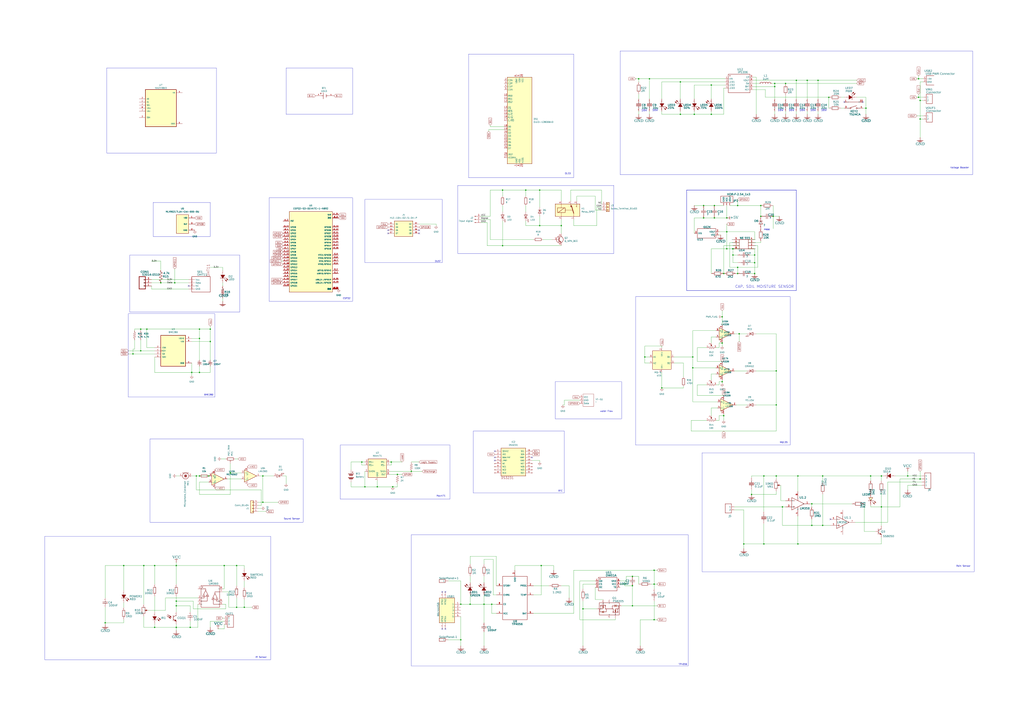
<source format=kicad_sch>
(kicad_sch (version 20250114) (generator "eeschema") (generator_version "9.0")
  (paper "A1")
  (lib_symbols
    (symbol "+5V" (power) (pin_numbers (hide yes)) (pin_names (hide yes))
      (property "Value" "+5V" (at 0 3.81 0))
      (symbol "+5V_0_0"
        (pin power_in line (at 0 0 270) (length 0) (name "+5V") (number "1"))
      )
    )
    (symbol "0603B104K250"
      (property "Reference" "C3" (at 2.54 0.8763 0))
      (property "Value" "100nF" (at 2.54 -1.4351 0))
      (symbol "0603B104K250_0_0"
        (pin input line (at 0 3.81 270) (length 2.54) (name "2") (number "2"))
        (pin input line (at 0 -3.81 90) (length 2.54) (name "1") (number "1"))
      )
    )
    (symbol "0603B104K250_1"
      (property "Reference" "C2" (at -2.54 0.8763 0))
      (property "Value" "100nF" (at -2.54 -1.4097 0))
      (symbol "0603B104K250_1_0_0"
        (pin input line (at 0 3.81 270) (length 2.54) (name "1") (number "1"))
        (pin input line (at 0 -3.81 90) (length 2.54) (name "2") (number "2"))
      )
    )
    (symbol "0603WAJ0101T5E"
      (property "Reference" "R5" (at -1.4986 5.7785 0))
      (property "Value" "100Ω" (at -2.54 3.3147 0))
      (symbol "0603WAJ0101T5E_0_0"
        (pin input line (at -5.08 0 0) (length 2.54) (name "1") (number "1"))
        (pin input line (at 5.08 0 180) (length 2.54) (name "2") (number "2"))
      )
    )
    (symbol "0630_Ind_VAN"
      (property "Reference" "L1" (at -1.2446 7.1501 0))
      (property "Value" "1uH" (at -2.54 4.6101 0))
      (symbol "0630_Ind_VAN_0_0"
        (pin unspecified line (at -5.08 0 0) (length 0.762) (name "1") (number "1"))
        (pin unspecified line (at 5.08 0 180) (length 0.762) (name "2") (number "2"))
      )
    )
    (symbol "1043:1043" (pin_names (offset 1.016))
      (property "Reference" "BT" (at -3.81 3.81 0))
      (property "Value" "1043" (at -3.81 -5.08 0))
      (symbol "1043_0_0"
        (pin passive line (at -7.62 0 0) (length 5.08) (name "~") (number "P"))
        (pin passive line (at 7.62 0 180) (length 5.08) (name "~") (number "N"))
      )
    )
    (symbol "1N4007W"
      (property "Reference" "D1" (at -5.3086 2.1209 0))
      (property "Value" "?" (at 2.032 -1.4097 0))
      (symbol "1N4007W_0_0"
        (pin unspecified line (at 0 5.08 270) (length 3.81) (name "1") (number "1"))
        (pin unspecified line (at 0 -5.08 90) (length 3.81) (name "2") (number "2"))
      )
    )
    (symbol "2s Capacitor:YF-S201"
      (property "Reference" "YF-S201" (at 0 0 0))
      (symbol "YF-S201_1_1"
        (pin free line (at -6.35 -1.27 0) (length 2.54) (name "VCC") (number "1"))
        (pin free line (at -6.35 -3.81 0) (length 2.54) (name "GND") (number "2"))
        (pin free line (at -6.35 -6.35 0) (length 2.54) (name "Data") (number "3"))
      )
    )
    (symbol "3362P-1-103LF"
      (property "Reference" "R6" (at -8.763 0.9271 0))
      (property "Value" "10KΩ" (at -8.763 -1.3589 0))
      (symbol "3362P-1-103LF_0_0"
        (pin input line (at -1.27 5.08 270) (length 2.54) (name "3") (number "3"))
        (pin input line (at -1.27 -5.08 90) (length 2.54) (name "1") (number "1"))
        (pin input line (at 2.54 0 180) (length 2.54) (name "2") (number "2"))
      )
    )
    (symbol "555 TIMER"
      (property "Reference" "U1" (at -4.0386 -4.2291 0))
      (property "Value" "NE 555" (at -3.937 5.9055 0))
      (symbol "555 TIMER_0_0"
        (pin unspecified line (at -3.81 3.81 180) (length 5.08) (name "5") (number "5"))
        (pin unspecified line (at -3.81 1.27 180) (length 5.08) (name "6") (number "6"))
        (pin unspecified line (at -3.81 -1.27 180) (length 5.08) (name "7") (number "7"))
        (pin unspecified line (at -3.81 -3.81 180) (length 5.08) (name "8") (number "8"))
        (pin unspecified line (at 3.81 3.81 0) (length 5.08) (name "4") (number "4"))
        (pin unspecified line (at 3.81 1.27 0) (length 5.08) (name "3") (number "3"))
        (pin unspecified line (at 3.81 -1.27 0) (length 5.08) (name "2") (number "2"))
        (pin unspecified line (at 3.81 -3.81 0) (length 5.08) (name "1") (number "1"))
      )
    )
    (symbol "662K."
      (property "Reference" "U2" (at -7.8486 -4.1783 0))
      (property "Value" "662K" (at -3.0734 5.9563 0))
      (symbol "662K._0_0"
        (pin unspecified line (at -10.16 0 0) (length 2.54) (name "VIN") (number "3"))
        (pin unspecified line (at 10.16 1.27 180) (length 2.54) (name "VOUT") (number "2"))
        (pin unspecified line (at 10.16 -1.27 180) (length 2.54) (name "VSS") (number "1"))
      )
    )
    (symbol "Amplifier_Current:MAX471"
      (property "Reference" "U" (at -7.62 8.89 0))
      (property "Value" "MAX471" (at 0 8.89 0))
      (symbol "MAX471_1_1"
        (pin input line (at -10.16 5.08 0) (length 2.54) (name "RS+") (number "2"))
        (pin input line (at -10.16 2.54 0) (length 2.54) (name "RS+") (number "3"))
        (pin input line (at -10.16 -2.54 0) (length 2.54) (name "SHDN") (number "1"))
        (pin power_in line (at 0 -10.16 90) (length 2.54) (name "GND") (number "4"))
        (pin input line (at 10.16 5.08 180) (length 2.54) (name "RS-") (number "6"))
        (pin input line (at 10.16 2.54 180) (length 2.54) (name "RS-") (number "7"))
        (pin open_collector line (at 10.16 -2.54 180) (length 2.54) (name "SIGN") (number "5"))
        (pin output line (at 10.16 -5.08 180) (length 2.54) (name "OUT") (number "8"))
      )
    )
    (symbol "BME280:BME280" (pin_names (offset 1.016))
      (property "Reference" "U" (at -10.1662 13.3431 0))
      (property "Value" "BME280" (at -10.1683 -15.2524 0))
      (symbol "BME280_0_0"
        (pin input line (at -15.24 2.54 0) (length 5.08) (name "CSB") (number "2"))
        (pin input clock (at -15.24 0 0) (length 5.08) (name "SCK") (number "4"))
        (pin bidirectional line (at -15.24 -2.54 0) (length 5.08) (name "SDI") (number "3"))
        (pin bidirectional line (at -15.24 -5.08 0) (length 5.08) (name "SDO") (number "5"))
        (pin power_in line (at 15.24 10.16 180) (length 5.08) (name "VDDIO") (number "6"))
        (pin power_in line (at 15.24 7.62 180) (length 5.08) (name "VDD") (number "8"))
        (pin power_in line (at 15.24 -10.16 180) (length 5.08) (name "GND") (number "1"))
        (pin power_in line (at 15.24 -10.16 180) (length 5.08) (name "GND") (number "7"))
      )
    )
    (symbol "CC0805KRX7R9BB104"
      (property "Reference" "C2" (at 2.54 0.8763 0))
      (property "Value" "100nF" (at 2.54 -1.4351 0))
      (symbol "CC0805KRX7R9BB104_0_0"
        (pin input line (at 0 3.81 270) (length 2.54) (name "2") (number "2"))
        (pin input line (at 0 -3.81 90) (length 2.54) (name "1") (number "1"))
      )
    )
    (symbol "CC0805KRX7R9BB104_1"
      (property "Reference" "C1" (at 2.54 0.9271 0))
      (property "Value" "100nF" (at 2.54 -1.3589 0))
      (symbol "CC0805KRX7R9BB104_1_0_0"
        (pin input line (at 0 3.81 270) (length 2.54) (name "2") (number "2"))
        (pin input line (at 0 -3.81 90) (length 2.54) (name "1") (number "1"))
      )
    )
    (symbol "CL10A106MP8NNNC"
      (property "Reference" "C1" (at 2.54 2.0447 0))
      (property "Value" "10uF" (at 2.54 -0.4699 0))
      (symbol "CL10A106MP8NNNC_0_0"
        (pin unspecified line (at 0 5.08 270) (length 2.54) (name "2") (number "2"))
        (pin unspecified line (at 0 -5.08 90) (length 2.54) (name "1") (number "1"))
      )
    )
    (symbol "C_0603_EU"
      (property "Reference" "C1" (at 2.3114 0.8763 0))
      (property "Value" "0.1uF" (at 2.3114 -1.4097 0))
      (symbol "C_0603_EU_0_0"
        (pin unspecified line (at 0 5.08 270) (length 2.54) (name "2") (number "2"))
        (pin unspecified line (at 0 -5.08 90) (length 2.54) (name "1") (number "1"))
      )
    )
    (symbol "C_0603_EU_1"
      (property "Reference" "C2" (at 2.3114 0.8763 0))
      (property "Value" "0.1uF" (at 2.3114 -1.4097 0))
      (symbol "C_0603_EU_1_0_0"
        (pin unspecified line (at 0 5.08 270) (length 2.54) (name "2") (number "2"))
        (pin unspecified line (at 0 -5.08 90) (length 2.54) (name "1") (number "1"))
      )
    )
    (symbol "C_0603_US"
      (property "Reference" "C3" (at 1.016 2.0955 0))
      (property "Value" "?" (at 1.8542 -1.6891 0))
      (symbol "C_0603_US_0_0"
        (pin unspecified line (at -5.08 0 0) (length 2.54) (name "1") (number "1"))
        (pin unspecified line (at 5.08 0 180) (length 2.54) (name "2") (number "2"))
      )
    )
    (symbol "C_0603_US_1"
      (property "Reference" "C4" (at 1.016 2.0955 0))
      (property "Value" "?" (at 1.8542 -0.4191 0))
      (symbol "C_0603_US_1_0_0"
        (pin unspecified line (at -5.08 0 0) (length 2.54) (name "1") (number "1"))
        (pin unspecified line (at 5.08 0 180) (length 2.54) (name "2") (number "2"))
      )
    )
    (symbol "C_0603_US_2"
      (property "Reference" "C1" (at 1.016 2.0955 0))
      (property "Value" "?" (at 1.8542 -0.4191 0))
      (symbol "C_0603_US_2_0_0"
        (pin unspecified line (at -5.08 0 0) (length 2.54) (name "1") (number "1"))
        (pin unspecified line (at 5.08 0 180) (length 2.54) (name "2") (number "2"))
      )
    )
    (symbol "C_0603_US_3"
      (property "Reference" "C5" (at 2.54 0.8763 0))
      (property "Value" "?" (at 2.54 -1.4097 0))
      (symbol "C_0603_US_3_0_0"
        (pin unspecified line (at 0 5.08 270) (length 2.54) (name "2") (number "2"))
        (pin unspecified line (at 0 -5.08 90) (length 2.54) (name "1") (number "1"))
      )
    )
    (symbol "C_0603_US_4"
      (property "Reference" "C6" (at 2.54 0.8763 0))
      (property "Value" "?" (at 2.54 -1.4097 0))
      (symbol "C_0603_US_4_0_0"
        (pin unspecified line (at 0 5.08 270) (length 2.54) (name "2") (number "2"))
        (pin unspecified line (at 0 -5.08 90) (length 2.54) (name "1") (number "1"))
      )
    )
    (symbol "C_0603_US_5"
      (property "Reference" "C2" (at 1.016 2.0955 0))
      (property "Value" "?" (at 1.8542 -0.4191 0))
      (symbol "C_0603_US_5_0_0"
        (pin unspecified line (at -5.08 0 0) (length 2.54) (name "1") (number "1"))
        (pin unspecified line (at 5.08 0 180) (length 2.54) (name "2") (number "2"))
      )
    )
    (symbol "Cap_0805_EU"
      (property "Reference" "C6" (at 2.5908 0.8763 0))
      (property "Value" "10u" (at 2.3876 -1.4351 0))
      (symbol "Cap_0805_EU_0_0"
        (pin unspecified line (at 0 5.08 270) (length 2.54) (name "1") (number "1"))
        (pin unspecified line (at 0 -5.08 90) (length 2.54) (name "2") (number "2"))
      )
    )
    (symbol "Cap_0805_EU_1"
      (property "Reference" "C1" (at 2.5654 0.8763 0))
      (property "Value" "10u" (at 2.3876 -1.4351 0))
      (symbol "Cap_0805_EU_1_0_0"
        (pin unspecified line (at 0 5.08 270) (length 2.54) (name "1") (number "1"))
        (pin unspecified line (at 0 -5.08 90) (length 2.54) (name "2") (number "2"))
      )
    )
    (symbol "Cap_0805_EU_2"
      (property "Reference" "C2" (at 2.5908 0.8763 0))
      (property "Value" "10u" (at 2.3876 -1.4351 0))
      (symbol "Cap_0805_EU_2_0_0"
        (pin unspecified line (at 0 5.08 270) (length 2.54) (name "1") (number "1"))
        (pin unspecified line (at 0 -5.08 90) (length 2.54) (name "2") (number "2"))
      )
    )
    (symbol "Cap_0805_EU_3"
      (property "Reference" "C7" (at 2.5908 0.8763 0))
      (property "Value" "10u" (at 2.3876 -1.4351 0))
      (symbol "Cap_0805_EU_3_0_0"
        (pin unspecified line (at 0 5.08 270) (length 2.54) (name "1") (number "1"))
        (pin unspecified line (at 0 -5.08 90) (length 2.54) (name "2") (number "2"))
      )
    )
    (symbol "Cap_0805_EU_4"
      (property "Reference" "C3" (at 2.5908 0.8763 0))
      (property "Value" "22u" (at 2.3876 -1.4351 0))
      (symbol "Cap_0805_EU_4_0_0"
        (pin unspecified line (at 0 5.08 270) (length 2.54) (name "1") (number "1"))
        (pin unspecified line (at 0 -5.08 90) (length 2.54) (name "2") (number "2"))
      )
    )
    (symbol "Cap_0805_EU_5"
      (property "Reference" "C4" (at 2.5908 0.8763 0))
      (property "Value" "22u" (at 2.3876 -1.4351 0))
      (symbol "Cap_0805_EU_5_0_0"
        (pin unspecified line (at 0 5.08 270) (length 2.54) (name "1") (number "1"))
        (pin unspecified line (at 0 -5.08 90) (length 2.54) (name "2") (number "2"))
      )
    )
    (symbol "Cap_0805_EU_6"
      (property "Reference" "C5" (at 2.5908 0.8763 0))
      (property "Value" "22u" (at 2.3876 -1.4351 0))
      (symbol "Cap_0805_EU_6_0_0"
        (pin unspecified line (at 0 5.08 270) (length 2.54) (name "1") (number "1"))
        (pin unspecified line (at 0 -5.08 90) (length 2.54) (name "2") (number "2"))
      )
    )
    (symbol "Comparator:LM339" (pin_names (offset 0.127))
      (property "Reference" "U" (at 0 5.08 0))
      (property "Value" "LM339" (at 0 -5.08 0))
      (symbol "LM339_1_1"
        (pin input line (at -7.62 2.54 0) (length 2.54) (name "+") (number "5"))
        (pin input line (at -7.62 -2.54 0) (length 2.54) (name "-") (number "4"))
        (pin open_collector line (at 7.62 0 180) (length 2.54) (name "~") (number "2"))
      )
      (symbol "LM339_2_1"
        (pin input line (at -7.62 2.54 0) (length 2.54) (name "+") (number "7"))
        (pin input line (at -7.62 -2.54 0) (length 2.54) (name "-") (number "6"))
        (pin open_collector line (at 7.62 0 180) (length 2.54) (name "~") (number "1"))
      )
      (symbol "LM339_3_1"
        (pin input line (at -7.62 2.54 0) (length 2.54) (name "+") (number "11"))
        (pin input line (at -7.62 -2.54 0) (length 2.54) (name "-") (number "10"))
        (pin open_collector line (at 7.62 0 180) (length 2.54) (name "~") (number "13"))
      )
      (symbol "LM339_4_1"
        (pin input line (at -7.62 2.54 0) (length 2.54) (name "+") (number "9"))
        (pin input line (at -7.62 -2.54 0) (length 2.54) (name "-") (number "8"))
        (pin open_collector line (at 7.62 0 180) (length 2.54) (name "~") (number "14"))
      )
      (symbol "LM339_5_1"
        (pin power_in line (at -2.54 7.62 270) (length 3.81) (name "V+") (number "3"))
        (pin power_in line (at -2.54 -7.62 90) (length 3.81) (name "V-") (number "12"))
      )
    )
    (symbol "Connector:Conn_01x03_Pin" (pin_names (offset 1.016) (hide yes))
      (property "Reference" "J" (at 0 5.08 0))
      (property "Value" "Conn_01x03_Pin" (at 0 -5.08 0))
      (symbol "Conn_01x03_Pin_1_1"
        (pin passive line (at 5.08 2.54 180) (length 3.81) (name "Pin_1") (number "1"))
        (pin passive line (at 5.08 0 180) (length 3.81) (name "Pin_2") (number "2"))
        (pin passive line (at 5.08 -2.54 180) (length 3.81) (name "Pin_3") (number "3"))
      )
    )
    (symbol "Connector:Screw_Terminal_01x03" (pin_names (offset 1.016) (hide yes))
      (property "Reference" "J" (at 0 5.08 0))
      (property "Value" "Screw_Terminal_01x03" (at 0 -5.08 0))
      (symbol "Screw_Terminal_01x03_1_1"
        (pin passive line (at -5.08 2.54 0) (length 3.81) (name "Pin_1") (number "1"))
        (pin passive line (at -5.08 0 0) (length 3.81) (name "Pin_2") (number "2"))
        (pin passive line (at -5.08 -2.54 0) (length 3.81) (name "Pin_3") (number "3"))
      )
    )
    (symbol "DHT11"
      (property "Reference" "SE" (at 1.9558 19.9771 0))
      (property "Value" "DHT11" (at 1.9558 17.6911 0))
      (symbol "DHT11_0_0"
        (text "DHT11" (at 9.7917 15.2146 2700) (effects (font (size 2.1717 2.1717)) (justify left top)))
        (pin passive line (at -5.08 12.7 0) (length 5.08) (name "Vcc") (number "1"))
        (pin output line (at -5.08 10.16 0) (length 5.08) (name "Data") (number "2"))
        (pin unspecified line (at -5.08 7.62 0) (length 5.08) (name "NC") (number "3"))
        (pin passive line (at -5.08 5.08 0) (length 5.08) (name "GND") (number "4"))
      )
    )
    (symbol "Device:Battery" (pin_numbers (hide yes)) (pin_names (offset 0) (hide yes))
      (property "Reference" "BT" (at 2.54 2.54 0))
      (property "Value" "Battery" (at 2.54 0 0))
      (symbol "Battery_1_1"
        (pin passive line (at 0 5.08 270) (length 2.54) (name "+") (number "1"))
        (pin passive line (at 0 -5.08 90) (length 2.54) (name "-") (number "2"))
      )
    )
    (symbol "Device:C_Polarized_Small_US" (pin_numbers (hide yes)) (pin_names (offset 0.254) (hide yes))
      (property "Reference" "C" (at 0.254 1.778 0))
      (property "Value" "C_Polarized_Small_US" (at 0.254 -2.032 0))
      (symbol "C_Polarized_Small_US_1_1"
        (pin passive line (at 0 2.54 270) (length 2.032) (name "~") (number "1"))
        (pin passive line (at 0 -2.54 90) (length 2.032) (name "~") (number "2"))
      )
    )
    (symbol "Device:D" (pin_numbers (hide yes)) (pin_names (offset 1.016) (hide yes))
      (property "Reference" "D" (at 0 2.54 0))
      (property "Value" "D" (at 0 -2.54 0))
      (symbol "D_1_1"
        (pin passive line (at -3.81 0 0) (length 2.54) (name "K") (number "1"))
        (pin passive line (at 3.81 0 180) (length 2.54) (name "A") (number "2"))
      )
    )
    (symbol "Device:LED" (pin_numbers (hide yes)) (pin_names (offset 1.016) (hide yes))
      (property "Reference" "D" (at 0 2.54 0))
      (property "Value" "LED" (at 0 -2.54 0))
      (symbol "LED_1_1"
        (pin passive line (at -3.81 0 0) (length 2.54) (name "K") (number "1"))
        (pin passive line (at 3.81 0 180) (length 2.54) (name "A") (number "2"))
      )
    )
    (symbol "Device:Q_NPN_BCE" (pin_names (offset 0) (hide yes))
      (property "Reference" "Q" (at 5.08 1.27 0))
      (property "Value" "Q_NPN_BCE" (at 5.08 -1.27 0))
      (symbol "Q_NPN_BCE_1_1"
        (pin input line (at -5.08 0 0) (length 5.715) (name "B") (number "1"))
        (pin passive line (at 2.54 5.08 270) (length 2.54) (name "C") (number "2"))
        (pin passive line (at 2.54 -5.08 90) (length 2.54) (name "E") (number "3"))
      )
    )
    (symbol "Device:R" (pin_numbers (hide yes)) (pin_names (offset 0))
      (property "Reference" "R" (at 2.032 0 90))
      (property "Value" "R" (at 0 0 90))
      (symbol "R_1_1"
        (pin passive line (at 0 3.81 270) (length 1.27) (name "~") (number "1"))
        (pin passive line (at 0 -3.81 90) (length 1.27) (name "~") (number "2"))
      )
    )
    (symbol "Device:R_Potentiometer_US" (pin_names (offset 1.016) (hide yes))
      (property "Reference" "RV" (at -4.445 0 90))
      (property "Value" "R_Potentiometer_US" (at -2.54 0 90))
      (symbol "R_Potentiometer_US_1_1"
        (pin passive line (at 0 3.81 270) (length 1.27) (name "1") (number "1"))
        (pin passive line (at 0 -3.81 90) (length 1.27) (name "3") (number "3"))
        (pin passive line (at 3.81 0 180) (length 1.27) (name "2") (number "2"))
      )
    )
    (symbol "Device:R_US" (pin_numbers (hide yes)) (pin_names (offset 0))
      (property "Reference" "R" (at 2.54 0 90))
      (property "Value" "R_US" (at -2.54 0 90))
      (symbol "R_US_1_1"
        (pin passive line (at 0 3.81 270) (length 1.27) (name "~") (number "1"))
        (pin passive line (at 0 -3.81 90) (length 1.27) (name "~") (number "2"))
      )
    )
    (symbol "Display_Graphic:OLED-128O064D"
      (property "Reference" "DS" (at -10.16 38.1 0))
      (property "Value" "OLED-128O064D" (at 12.7 38.1 0))
      (symbol "OLED-128O064D_1_1"
        (pin passive line (at -12.7 33.02 0) (length 2.54) (name "C2N") (number "2"))
        (pin passive line (at -12.7 30.48 0) (length 2.54) (name "C2P") (number "3"))
        (pin passive line (at -12.7 27.94 0) (length 2.54) (name "C1P") (number "4"))
        (pin passive line (at -12.7 25.4 0) (length 2.54) (name "C1N") (number "5"))
        (pin input line (at -12.7 20.32 0) (length 2.54) (name "BS0") (number "10"))
        (pin input line (at -12.7 17.78 0) (length 2.54) (name "BS1") (number "11"))
        (pin input line (at -12.7 15.24 0) (length 2.54) (name "BS2") (number "12"))
        (pin input line (at -12.7 10.16 0) (length 2.54) (name "~{CS}") (number "13"))
        (pin input line (at -12.7 7.62 0) (length 2.54) (name "~{RES}") (number "14"))
        (pin input line (at -12.7 5.08 0) (length 2.54) (name "D/~{C}") (number "15"))
        (pin input line (at -12.7 2.54 0) (length 2.54) (name "R/~{W}") (number "16"))
        (pin input line (at -12.7 0 0) (length 2.54) (name "E/~{RD}") (number "17"))
        (pin bidirectional line (at -12.7 -5.08 0) (length 2.54) (name "D0") (number "18"))
        (pin bidirectional line (at -12.7 -7.62 0) (length 2.54) (name "D1") (number "19"))
        (pin bidirectional line (at -12.7 -10.16 0) (length 2.54) (name "D2") (number "20"))
        (pin bidirectional line (at -12.7 -12.7 0) (length 2.54) (name "D3") (number "21"))
        (pin bidirectional line (at -12.7 -15.24 0) (length 2.54) (name "D4") (number "22"))
        (pin bidirectional line (at -12.7 -17.78 0) (length 2.54) (name "D5") (number "23"))
        (pin bidirectional line (at -12.7 -20.32 0) (length 2.54) (name "D6") (number "24"))
        (pin bidirectional line (at -12.7 -22.86 0) (length 2.54) (name "D7") (number "25"))
        (pin passive line (at -12.7 -27.94 0) (length 2.54) (name "IREF") (number "26"))
        (pin passive line (at -12.7 -30.48 0) (length 2.54) (name "VCOMH") (number "27"))
        (pin power_in line (at -2.54 38.1 270) (length 2.54) (name "VBAT") (number "6"))
        (pin power_in line (at -2.54 -38.1 90) (length 2.54) (name "GND") (number "1"))
        (pin passive line (at -2.54 -38.1 90) (length 2.54) (hide yes) (name "GND") (number "30"))
        (pin power_in line (at 0 38.1 270) (length 2.54) (name "VDD") (number "9"))
        (pin power_in line (at 0 -38.1 90) (length 2.54) (name "VSS") (number "8"))
        (pin power_in line (at 2.54 38.1 270) (length 2.54) (name "VCC") (number "28"))
        (pin power_in line (at 2.54 -38.1 90) (length 2.54) (name "VLSS") (number "29"))
        (pin no_connect line (at 10.16 0 180) (length 2.54) (hide yes) (name "NC") (number "7"))
      )
    )
    (symbol "ERJ3GEYJ102V"
      (property "Reference" "R4" (at 1.524 0.8763 0))
      (property "Value" "1K" (at 1.524 -1.4351 0))
      (symbol "ERJ3GEYJ102V_0_0"
        (pin unspecified line (at 0 5.08 270) (length 2.54) (name "2") (number "2"))
        (pin unspecified line (at 0 -5.08 90) (length 2.54) (name "1") (number "1"))
      )
    )
    (symbol "ERJ3GEYJ102V_1"
      (property "Reference" "R2" (at 1.524 0.8763 0))
      (property "Value" "1K" (at 1.524 -1.4097 0))
      (symbol "ERJ3GEYJ102V_1_0_0"
        (pin unspecified line (at 0 5.08 270) (length 2.54) (name "1") (number "1"))
        (pin unspecified line (at 0 -5.08 90) (length 2.54) (name "2") (number "2"))
      )
    )
    (symbol "ERJ3GEYJ102V_2"
      (property "Reference" "R1" (at 1.524 0.8763 0))
      (property "Value" "1K" (at 1.524 -1.4097 0))
      (symbol "ERJ3GEYJ102V_2_0_0"
        (pin unspecified line (at 0 5.08 270) (length 2.54) (name "2") (number "2"))
        (pin unspecified line (at 0 -5.08 90) (length 2.54) (name "1") (number "1"))
      )
    )
    (symbol "ESP32-S3-DEVKITC-1-N8R2:ESP32-S3-DEVKITC-1-N8R2" (pin_names (offset 1.016))
      (property "Reference" "U" (at -17.78 35.56 0))
      (property "Value" "ESP32-S3-DEVKITC-1-N8R2" (at -17.78 -35.56 0))
      (symbol "ESP32-S3-DEVKITC-1-N8R2_0_0"
        (pin input line (at -22.86 25.4 0) (length 5.08) (name "RST") (number "J1_3"))
        (pin bidirectional line (at -22.86 20.32 0) (length 5.08) (name "GPIO0") (number "J3_14"))
        (pin bidirectional line (at -22.86 17.78 0) (length 5.08) (name "GPIO1") (number "J3_4"))
        (pin bidirectional line (at -22.86 15.24 0) (length 5.08) (name "GPIO2") (number "J3_5"))
        (pin bidirectional line (at -22.86 12.7 0) (length 5.08) (name "GPIO3") (number "J1_13"))
        (pin bidirectional line (at -22.86 10.16 0) (length 5.08) (name "GPIO4") (number "J1_4"))
        (pin bidirectional line (at -22.86 7.62 0) (length 5.08) (name "GPIO5") (number "J1_5"))
        (pin bidirectional line (at -22.86 5.08 0) (length 5.08) (name "GPIO6") (number "J1_6"))
        (pin bidirectional line (at -22.86 2.54 0) (length 5.08) (name "GPIO7") (number "J1_7"))
        (pin bidirectional line (at -22.86 0 0) (length 5.08) (name "GPIO8") (number "J1_12"))
        (pin bidirectional line (at -22.86 -2.54 0) (length 5.08) (name "GPIO9") (number "J1_15"))
        (pin bidirectional line (at -22.86 -5.08 0) (length 5.08) (name "GPIO10") (number "J1_16"))
        (pin bidirectional line (at -22.86 -7.62 0) (length 5.08) (name "GPIO11") (number "J1_17"))
        (pin bidirectional line (at -22.86 -10.16 0) (length 5.08) (name "GPIO12") (number "J1_18"))
        (pin bidirectional line (at -22.86 -12.7 0) (length 5.08) (name "GPIO13") (number "J1_19"))
        (pin bidirectional line (at -22.86 -15.24 0) (length 5.08) (name "GPIO14") (number "J1_20"))
        (pin bidirectional line (at -22.86 -17.78 0) (length 5.08) (name "GPIO15") (number "J1_8"))
        (pin bidirectional line (at -22.86 -20.32 0) (length 5.08) (name "GPIO16") (number "J1_9"))
        (pin bidirectional line (at -22.86 -22.86 0) (length 5.08) (name "GPIO17") (number "J1_10"))
        (pin bidirectional line (at -22.86 -25.4 0) (length 5.08) (name "GPIO18") (number "J1_11"))
        (pin bidirectional line (at -22.86 -27.94 0) (length 5.08) (name "GPIO21") (number "J3_18"))
        (pin power_in line (at 22.86 30.48 180) (length 5.08) (name "5V0") (number "J1_21"))
        (pin power_in line (at 22.86 27.94 180) (length 5.08) (name "3V3") (number "J1_1"))
        (pin power_in line (at 22.86 27.94 180) (length 5.08) (name "3V3") (number "J1_2"))
        (pin bidirectional line (at 22.86 20.32 180) (length 5.08) (name "GPIO35") (number "J3_13"))
        (pin bidirectional line (at 22.86 17.78 180) (length 5.08) (name "GPIO36") (number "J3_12"))
        (pin bidirectional line (at 22.86 15.24 180) (length 5.08) (name "GPIO37") (number "J3_11"))
        (pin bidirectional line (at 22.86 12.7 180) (length 5.08) (name "GPIO38") (number "J3_10"))
        (pin bidirectional line (at 22.86 10.16 180) (length 5.08) (name "GPIO45") (number "J3_15"))
        (pin bidirectional line (at 22.86 7.62 180) (length 5.08) (name "GPIO46") (number "J1_14"))
        (pin bidirectional line (at 22.86 5.08 180) (length 5.08) (name "GPIO47") (number "J3_17"))
        (pin bidirectional line (at 22.86 2.54 180) (length 5.08) (name "GPIO48") (number "J3_16"))
        (pin bidirectional line (at 22.86 -2.54 180) (length 5.08) (name "MTCK/GPIO39") (number "J3_9"))
        (pin bidirectional line (at 22.86 -5.08 180) (length 5.08) (name "MTDO/GPIO40") (number "J3_8"))
        (pin bidirectional line (at 22.86 -7.62 180) (length 5.08) (name "MTDI/GPIO41") (number "J3_7"))
        (pin bidirectional line (at 22.86 -10.16 180) (length 5.08) (name "MTMS/GPIO42") (number "J3_6"))
        (pin bidirectional line (at 22.86 -15.24 180) (length 5.08) (name "U0TXD/GPIO43") (number "J3_2"))
        (pin bidirectional line (at 22.86 -17.78 180) (length 5.08) (name "U0RXD/GPIO44") (number "J3_3"))
        (pin bidirectional line (at 22.86 -22.86 180) (length 5.08) (name "USB_D-/GPIO19") (number "J3_20"))
        (pin bidirectional line (at 22.86 -25.4 180) (length 5.08) (name "USB_D+/GPIO20") (number "J3_19"))
        (pin power_in line (at 22.86 -30.48 180) (length 5.08) (name "GND") (number "J1_22"))
        (pin power_in line (at 22.86 -30.48 180) (length 5.08) (name "GND") (number "J3_1"))
        (pin power_in line (at 22.86 -30.48 180) (length 5.08) (name "GND") (number "J3_21"))
        (pin power_in line (at 22.86 -30.48 180) (length 5.08) (name "GND") (number "J3_22"))
      )
    )
    (symbol "GND" (power) (pin_numbers (hide yes)) (pin_names (hide yes))
      (property "Value" "GND" (at 0 6.35 0))
      (symbol "GND_0_0"
        (pin power_in line (at 0 0 270) (length 0) (name "GND") (number "1"))
      )
    )
    (symbol "HDR-F-2.54_1x3"
      (property "Reference" "JP1" (at 5.5626 0.9017 0))
      (property "Value" "HDR-F-2.54_1x3" (at -1.4986 6.2611 0))
      (symbol "HDR-F-2.54_1x3_0_0"
        (pin input line (at -2.54 -3.81 90) (length 2.54) (name "GND") (number "1"))
        (pin input line (at 0 -3.81 90) (length 2.54) (name "VCC") (number "2"))
        (pin input line (at 2.54 -3.81 90) (length 2.54) (name "AOUT") (number "3"))
      )
    )
    (symbol "HDR-M-2.54_1x2"
      (property "Reference" "J2" (at 1.2446 -5.4483 0))
      (symbol "HDR-M-2.54_1x2_0_0"
        (pin unspecified line (at 3.81 1.27 180) (length 2.54) (name "1") (number "1"))
        (pin unspecified line (at 3.81 -1.27 180) (length 2.54) (name "2") (number "2"))
      )
    )
    (symbol "HDR-M-2.54_1x4"
      (property "Reference" "J1" (at 2.5146 -6.7183 0))
      (symbol "HDR-M-2.54_1x4_0_0"
        (pin unspecified line (at -5.08 3.81 0) (length 2.54) (name "4") (number "4"))
        (pin unspecified line (at -5.08 1.27 0) (length 2.54) (name "3") (number "3"))
        (pin unspecified line (at -5.08 -1.27 0) (length 2.54) (name "2") (number "2"))
        (pin unspecified line (at -5.08 -3.81 0) (length 2.54) (name "1") (number "1"))
      )
    )
    (symbol "INA219BID:INA219BID" (pin_names (offset 1.016))
      (property "Reference" "U" (at -12.7 16.24 0))
      (property "Value" "INA219BID" (at -12.7 -19.24 0))
      (symbol "INA219BID_0_0"
        (pin input line (at -17.78 7.62 0) (length 5.08) (name "A0") (number "2"))
        (pin input line (at -17.78 5.08 0) (length 5.08) (name "A1") (number "1"))
        (pin input line (at -17.78 2.54 0) (length 5.08) (name "SCL") (number "4"))
        (pin input line (at -17.78 0 0) (length 5.08) (name "VIN+") (number "8"))
        (pin input line (at -17.78 -2.54 0) (length 5.08) (name "VIN-") (number "7"))
        (pin bidirectional line (at -17.78 -7.62 0) (length 5.08) (name "SDA") (number "3"))
        (pin power_in line (at 17.78 12.7 180) (length 5.08) (name "VS") (number "5"))
        (pin power_in line (at 17.78 -12.7 180) (length 5.08) (name "GND") (number "6"))
      )
    )
    (symbol "LED"
      (property "Reference" "D1" (at 4.826 0.9017 0))
      (property "Value" "LED" (at 4.826 -1.3843 0))
      (symbol "LED_0_0"
        (pin unspecified line (at 0 5.08 270) (length 3.81) (name "A") (number "1"))
        (pin unspecified line (at 0 -5.08 90) (length 3.81) (name "K") (number "2"))
      )
    )
    (symbol "LED-0603_R"
      (property "Reference" "LED1" (at -6.7564 4.6355 0))
      (symbol "LED-0603_R_0_0"
        (pin unspecified line (at 0 5.08 270) (length 3.81) (name "1") (number "1"))
        (pin unspecified line (at 0 -5.08 90) (length 3.81) (name "2") (number "2"))
      )
    )
    (symbol "LM358MX/NOPB"
      (property "Reference" "U1.1" (at 1.2954 4.6863 0))
      (property "Value" "LM358" (at -4.8768 0.8763 0))
      (symbol "LM358MX/NOPB_0_0"
        (pin unspecified line (at -10.16 2.54 0) (length 5.08) (name "INB-") (number "6"))
        (pin unspecified line (at -10.16 -2.54 0) (length 5.08) (name "INB+") (number "5"))
        (pin passive line (at 0 10.16 270) (length 5.08) (name "V+") (number "8"))
        (pin passive line (at 0 -10.16 90) (length 5.08) (name "GND") (number "4"))
        (pin output line (at 10.16 0 180) (length 5.08) (name "OUTB") (number "7"))
      )
    )
    (symbol "LM358MX/NOPB_1"
      (property "Reference" "U1.2" (at 1.2954 5.9309 0))
      (property "Value" "LM358" (at 1.4478 -2.9591 0))
      (symbol "LM358MX/NOPB_1_0_0"
        (pin unspecified line (at -10.16 2.54 0) (length 5.08) (name "INA-") (number "2"))
        (pin unspecified line (at -10.16 -2.54 0) (length 5.08) (name "INA+") (number "3"))
        (pin passive line (at 0 10.16 270) (length 5.08) (name "V+") (number "8"))
        (pin passive line (at 0 -10.16 90) (length 5.08) (name "GND") (number "4"))
        (pin output line (at 10.16 0 180) (length 5.08) (name "OUTA") (number "1"))
      )
    )
    (symbol "MLX90217LUA-CAA-000-BU:MLX90217LUA-CAA-000-BU" (pin_names (offset 1.016))
      (property "Reference" "U" (at -5.08 8.382 0))
      (property "Value" "MLX90217LUA-CAA-000-BU" (at -5.08 -10.16 0))
      (symbol "MLX90217LUA-CAA-000-BU_0_0"
        (pin power_in line (at 10.16 5.08 180) (length 5.08) (name "VDD") (number "1"))
        (pin output line (at 10.16 0 180) (length 5.08) (name "OUT") (number "3"))
        (pin power_in line (at 10.16 -5.08 180) (length 5.08) (name "GND") (number "2"))
      )
    )
    (symbol "RC0603JR-071K2L"
      (property "Reference" "R3" (at -1.2446 -1.7399 0))
      (property "Value" "1.2KΩ" (at -2.54 -4.5339 0))
      (symbol "RC0603JR-071K2L_0_0"
        (pin input line (at -5.08 0 0) (length 2.54) (name "1") (number "1"))
        (pin input line (at 5.08 0 180) (length 2.54) (name "2") (number "2"))
      )
    )
    (symbol "R_0603_EU"
      (property "Reference" "R3" (at -1.4986 3.3909 0))
      (property "Value" "470" (at -2.1336 -1.6637 0))
      (symbol "R_0603_EU_0_0"
        (pin unspecified line (at -5.08 0 0) (length 2.54) (name "1") (number "1"))
        (pin unspecified line (at 5.08 0 180) (length 2.54) (name "2") (number "2"))
      )
    )
    (symbol "R_0603_EU_1"
      (property "Reference" "R2" (at -1.4986 3.3909 0))
      (property "Value" "2K2" (at -2.1336 -1.6637 0))
      (symbol "R_0603_EU_1_0_0"
        (pin unspecified line (at -5.08 0 0) (length 2.54) (name "1") (number "1"))
        (pin unspecified line (at 5.08 0 180) (length 2.54) (name "2") (number "2"))
      )
    )
    (symbol "R_0603_EU_2"
      (property "Reference" "R4" (at -1.4986 3.3909 0))
      (property "Value" "1M" (at -1.6256 -1.6637 0))
      (symbol "R_0603_EU_2_0_0"
        (pin unspecified line (at -5.08 0 0) (length 2.54) (name "2") (number "2"))
        (pin unspecified line (at 5.08 0 180) (length 2.54) (name "1") (number "1"))
      )
    )
    (symbol "R_0603_EU_3"
      (property "Reference" "R1" (at 1.778 0.8763 0))
      (property "Value" "10K" (at 1.778 -1.4097 0))
      (symbol "R_0603_EU_3_0_0"
        (pin unspecified line (at 0 5.08 270) (length 2.54) (name "2") (number "2"))
        (pin unspecified line (at 0 -5.08 90) (length 2.54) (name "1") (number "1"))
      )
    )
    (symbol "R_0603_EU_4"
      (property "Reference" "R5" (at 1.778 0.8763 0))
      (property "Value" "1MΩ" (at 1.778 -1.4351 0))
      (symbol "R_0603_EU_4_0_0"
        (pin unspecified line (at 0 5.08 270) (length 2.54) (name "2") (number "2"))
        (pin unspecified line (at 0 -5.08 90) (length 2.54) (name "1") (number "1"))
      )
    )
    (symbol "Relay:G5LE-1"
      (property "Reference" "K" (at 11.43 3.81 0))
      (property "Value" "G5LE-1" (at 11.43 1.27 0))
      (symbol "G5LE-1_1_1"
        (pin passive line (at -5.08 7.62 270) (length 2.54) (name "~") (number "5"))
        (pin passive line (at -5.08 -7.62 90) (length 2.54) (name "~") (number "2"))
        (pin passive line (at 2.54 7.62 270) (length 2.54) (name "~") (number "4"))
        (pin passive line (at 5.08 -7.62 90) (length 2.54) (name "~") (number "1"))
        (pin passive line (at 7.62 7.62 270) (length 2.54) (name "~") (number "3"))
      )
    )
    (symbol "Res_0805(1/8W)_EU"
      (property "Reference" "R3" (at 1.778 0.8763 0))
      (property "Value" "2R" (at 1.778 -1.4097 0))
      (symbol "Res_0805(1/8W)_EU_0_0"
        (pin unspecified line (at 0 5.08 270) (length 2.54) (name "2") (number "2"))
        (pin unspecified line (at 0 -5.08 90) (length 2.54) (name "1") (number "1"))
      )
    )
    (symbol "Res_0805(1/8W)_EU_1"
      (property "Reference" "R4" (at 1.778 0.8763 0))
      (property "Value" "2R" (at 1.778 -1.4097 0))
      (symbol "Res_0805(1/8W)_EU_1_0_0"
        (pin unspecified line (at 0 5.08 270) (length 2.54) (name "2") (number "2"))
        (pin unspecified line (at 0 -5.08 90) (length 2.54) (name "1") (number "1"))
      )
    )
    (symbol "Res_0805(1/8W)_EU_2"
      (property "Reference" "R1" (at -1.4986 6.0071 0))
      (property "Value" "10k" (at -1.4986 3.7211 0))
      (symbol "Res_0805(1/8W)_EU_2_0_0"
        (pin unspecified line (at -5.08 0 0) (length 2.54) (name "2") (number "2"))
        (pin unspecified line (at 5.08 0 180) (length 2.54) (name "1") (number "1"))
      )
    )
    (symbol "Res_0805(1/8W)_EU_3"
      (property "Reference" "R2" (at -1.5494 6.0071 0))
      (property "Value" "20R" (at -1.5494 3.7211 0))
      (symbol "Res_0805(1/8W)_EU_3_0_0"
        (pin unspecified line (at -5.08 0 0) (length 2.54) (name "2") (number "2"))
        (pin unspecified line (at 5.08 0 180) (length 2.54) (name "1") (number "1"))
      )
    )
    (symbol "Resistor"
      (property "Reference" "R2" (at 1.778 0.9017 0))
      (property "Value" "4.7k" (at 1.778 3.6703 0))
      (symbol "Resistor_0_0"
        (pin unspecified line (at 0 5.08 270) (length 1.27) (name "2") (number "2"))
        (pin unspecified line (at 0 -5.08 90) (length 1.27) (name "1") (number "1"))
      )
    )
    (symbol "SS14"
      (property "Reference" "D1" (at 1.4986 6.7945 0))
      (property "Value" "SS14" (at 1.4986 4.4831 0))
      (symbol "SS14_0_0"
        (pin unspecified line (at -5.08 0 0) (length 3.81) (name "K") (number "1"))
        (pin unspecified line (at 5.08 0 180) (length 3.81) (name "A") (number "2"))
      )
    )
    (symbol "SS8050_C266594"
      (property "Reference" "Q1" (at -0.3048 0.7747 0))
      (property "Value" "SS8050" (at 0.8382 -2.9337 0))
      (symbol "SS8050_C266594_0_0"
        (pin unspecified line (at -5.08 0 0) (length 2.54) (name "B") (number "1"))
        (pin unspecified line (at 0 5.08 270) (length 2.54) (name "C") (number "3"))
        (pin unspecified line (at 0 -5.08 90) (length 2.54) (name "E") (number "2"))
      )
    )
    (symbol "Sensor_Gas:MQ-6"
      (property "Reference" "U" (at -6.35 8.89 0))
      (property "Value" "MQ-6" (at 3.81 8.89 0))
      (symbol "MQ-6_1_1"
        (pin passive line (at -10.16 2.54 0) (length 2.54) (name "A1") (number "6"))
        (pin passive line (at -10.16 -2.54 0) (length 2.54) (name "A2") (number "4"))
        (pin power_in line (at 0 10.16 270) (length 2.54) (name "VH+") (number "2"))
        (pin power_in line (at 0 -10.16 90) (length 2.54) (name "VH-") (number "5"))
        (pin passive line (at 10.16 2.54 180) (length 2.54) (name "B1") (number "1"))
        (pin passive line (at 10.16 -2.54 180) (length 2.54) (name "B2") (number "3"))
      )
    )
    (symbol "TC0510F1000T5E"
      (property "Reference" "R3" (at -1.524 0.8763 0))
      (property "Value" "100Ω" (at -1.524 -1.4351 0))
      (symbol "TC0510F1000T5E_0_0"
        (pin input line (at 0 5.08 270) (length 2.54) (name "2") (number "2"))
        (pin input line (at 0 -5.08 90) (length 2.54) (name "1") (number "1"))
      )
    )
    (symbol "TC0525F1001T5E"
      (property "Reference" "R2" (at 1.524 0.8763 0))
      (property "Value" "1KΩ" (at 1.524 -1.4097 0))
      (symbol "TC0525F1001T5E_0_0"
        (pin input line (at 0 5.08 270) (length 2.54) (name "2") (number "2"))
        (pin input line (at 0 -5.08 90) (length 2.54) (name "1") (number "1"))
      )
    )
    (symbol "TC0525F1001T5E_1"
      (property "Reference" "R1" (at 1.524 0.9271 0))
      (property "Value" "1KΩ" (at 1.524 -1.3589 0))
      (symbol "TC0525F1001T5E_1_0_0"
        (pin input line (at 0 5.08 270) (length 2.54) (name "2") (number "2"))
        (pin input line (at 0 -5.08 90) (length 2.54) (name "1") (number "1"))
      )
    )
    (symbol "TC0550F1002T5E"
      (property "Reference" "R5" (at -1.524 0.8763 0))
      (property "Value" "10KΩ" (at -1.524 -1.4097 0))
      (symbol "TC0550F1002T5E_0_0"
        (pin input line (at 0 5.08 270) (length 2.54) (name "2") (number "2"))
        (pin input line (at 0 -5.08 90) (length 2.54) (name "1") (number "1"))
      )
    )
    (symbol "TC0550F1002T5E_1"
      (property "Reference" "R4" (at -1.524 0.8763 0))
      (property "Value" "10KΩ" (at -1.524 -1.4351 0))
      (symbol "TC0550F1002T5E_1_0_0"
        (pin input line (at 0 5.08 270) (length 2.54) (name "2") (number "2"))
        (pin input line (at 0 -5.08 90) (length 2.54) (name "1") (number "1"))
      )
    )
    (symbol "Unknown_1010_85"
      (property "Reference" "USB" (at 1.016 7.3025 0))
      (property "Value" "USB PWR Connector" (at 1.016 4.9911 0))
      (symbol "Unknown_1010_85_0_0"
        (pin unspecified line (at 0 0 0) (length 2.54) (name "+5V") (number "1"))
        (pin unspecified line (at 0 -2.54 0) (length 2.54) (name "GND") (number "2"))
      )
    )
    (symbol "Unknown_1025_150"
      (property "Reference" "VIN" (at -1.7526 8.5725 0))
      (property "Value" "Connector" (at -1.7526 6.2611 0))
      (symbol "Unknown_1025_150_0_0"
        (pin input line (at -3.81 1.27 0) (length 2.54) (name "1") (number "1"))
        (pin input line (at -3.81 -1.27 0) (length 2.54) (name "2") (number "2"))
      )
    )
    (symbol "Unknown_1025_210"
      (property "Reference" "VOUT" (at -1.7526 8.5725 0))
      (property "Value" "Connector" (at -1.7526 6.2611 0))
      (symbol "Unknown_1025_210_0_0"
        (pin input line (at -3.81 1.27 0) (length 2.54) (name "1") (number "1"))
        (pin input line (at -3.81 -1.27 0) (length 2.54) (name "2") (number "2"))
      )
    )
    (symbol "Unknown_170_170"
      (property "Reference" "LED1" (at 3.556 0.8763 0))
      (property "Value" "25%" (at 3.556 -1.4097 0))
      (symbol "Unknown_170_170_0_0"
        (pin unspecified line (at -1.27 5.08 270) (length 3.81) (name "A") (number "1"))
        (pin unspecified line (at -1.27 -5.08 90) (length 3.81) (name "K") (number "2"))
      )
    )
    (symbol "Unknown_220_170"
      (property "Reference" "LED2" (at 3.81 0.8763 0))
      (property "Value" "50%" (at 3.81 -1.4097 0))
      (symbol "Unknown_220_170_0_0"
        (pin unspecified line (at 1.27 5.08 270) (length 3.81) (name "K") (number "2"))
        (pin unspecified line (at 1.27 -5.08 90) (length 3.81) (name "A") (number "1"))
      )
    )
    (symbol "Unknown_260_-335"
      (property "Reference" "IN-1" (at -3.81 3.0861 0))
      (symbol "Unknown_260_-335_0_0"
        (pin input line (at 3.81 0 180) (length 2.54) (name "1") (number "1"))
      )
    )
    (symbol "Unknown_260_-525"
      (property "Reference" "IN+1" (at -3.81 3.0861 0))
      (symbol "Unknown_260_-525_0_0"
        (pin input line (at 3.81 0 180) (length 2.54) (name "1") (number "1"))
      )
    )
    (symbol "Unknown_275_170"
      (property "Reference" "LED3" (at 3.556 0.8763 0))
      (property "Value" "75%" (at 3.556 -1.4097 0))
      (symbol "Unknown_275_170_0_0"
        (pin unspecified line (at -1.27 5.08 270) (length 3.81) (name "A") (number "1"))
        (pin unspecified line (at -1.27 -5.08 90) (length 3.81) (name "K") (number "2"))
      )
    )
    (symbol "Unknown_280_-430"
      (property "Reference" "USB1" (at -2.54 12.2047 0))
      (property "Value" "MicroUSB" (at -10.4775 -5.1816 90))
      (symbol "Unknown_280_-430_0_0"
        (pin input line (at -6.35 15.24 270) (length 5.08) (name "MTN1") (number "0"))
        (pin input line (at -6.35 -15.24 90) (length 5.08) (name "MTN3") (number "0"))
        (pin input line (at -3.81 15.24 270) (length 5.08) (name "MTN2") (number "0"))
        (pin input line (at -3.81 -15.24 90) (length 5.08) (name "MTN4") (number "0"))
        (pin unspecified line (at 8.89 5.08 180) (length 5.08) (name "1") (number "1"))
        (pin unspecified line (at 8.89 2.54 180) (length 5.08) (name "2") (number "2"))
        (pin unspecified line (at 8.89 0 180) (length 5.08) (name "3") (number "3"))
        (pin unspecified line (at 8.89 -2.54 180) (length 5.08) (name "4") (number "4"))
        (pin unspecified line (at 8.89 -5.08 180) (length 5.08) (name "5") (number "5"))
      )
    )
    (symbol "Unknown_320_170"
      (property "Reference" "LED4" (at 3.81 0.8763 0))
      (property "Value" "100%" (at 3.81 -1.4097 0))
      (symbol "Unknown_320_170_0_0"
        (pin unspecified line (at 1.27 5.08 270) (length 3.81) (name "K") (number "2"))
        (pin unspecified line (at 1.27 -5.08 90) (length 3.81) (name "A") (number "1"))
      )
    )
    (symbol "Unknown_340_-500"
      (property "Reference" "LED1" (at 1.27 -1.9939 0))
      (property "Value" "GREEN" (at 1.27 -4.5339 0))
      (symbol "Unknown_340_-500_0_0"
        (pin unspecified line (at 1.27 5.08 270) (length 3.81) (name "K") (number "2"))
        (pin unspecified line (at 1.27 -5.08 90) (length 3.81) (name "A") (number "1"))
      )
    )
    (symbol "Unknown_385_-500"
      (property "Reference" "LED2" (at 1.27 -1.9939 0))
      (property "Value" "RED" (at 1.27 -4.5339 0))
      (symbol "Unknown_385_-500_0_0"
        (pin unspecified line (at 1.27 5.08 270) (length 3.81) (name "K") (number "2"))
        (pin unspecified line (at 1.27 -5.08 90) (length 3.81) (name "A") (number "1"))
      )
    )
    (symbol "Unknown_415_100"
      (property "Reference" "U1" (at -1.5748 12.3825 0))
      (property "Value" "IP5306" (at -1.5748 10.0711 0))
      (symbol "Unknown_415_100_0_0"
        (pin unspecified line (at -11.43 3.81 0) (length 2.54) (name "VIN") (number "1"))
        (pin unspecified line (at -11.43 1.27 0) (length 2.54) (name "LED1") (number "2"))
        (pin unspecified line (at -11.43 -1.27 0) (length 2.54) (name "LED2") (number "3"))
        (pin unspecified line (at -11.43 -3.81 0) (length 2.54) (name "LED3") (number "4"))
        (pin unspecified line (at 11.43 5.08 180) (length 2.54) (name "EP") (number "9"))
        (pin unspecified line (at 11.43 2.54 180) (length 2.54) (name "VOUT") (number "8"))
        (pin unspecified line (at 11.43 0 180) (length 2.54) (name "SW") (number "7"))
        (pin unspecified line (at 11.43 -2.54 180) (length 2.54) (name "BAT") (number "6"))
        (pin unspecified line (at 11.43 -5.08 180) (length 2.54) (name "KEY") (number "5"))
      )
    )
    (symbol "Unknown_425_-410"
      (property "Reference" "POWER1" (at 3.556 0.9271 0))
      (property "Value" "RED" (at 3.556 -1.3589 0))
      (symbol "Unknown_425_-410_0_0"
        (pin unspecified line (at -1.27 5.08 270) (length 3.81) (name "A") (number "1"))
        (pin unspecified line (at -1.27 -5.08 90) (length 3.81) (name "K") (number "2"))
      )
    )
    (symbol "Unknown_490_-480"
      (property "Reference" "U1" (at 1.7526 -20.9169 0))
      (property "Value" "TP4056" (at 6.7818 -23.1267 0))
      (symbol "Unknown_490_-480_0_0"
        (pin unspecified line (at -15.24 7.62 0) (length 5.08) (name "STDBY") (number "6"))
        (pin unspecified line (at -15.24 0 0) (length 5.08) (name "CHRG") (number "7"))
        (pin unspecified line (at -15.24 -7.62 0) (length 5.08) (name "CE") (number "8"))
        (pin unspecified line (at -15.24 -15.24 0) (length 5.08) (name "VCC") (number "4"))
        (pin unspecified line (at 0 20.32 270) (length 5.08) (name "GND") (number "3"))
        (pin unspecified line (at 15.24 7.62 180) (length 5.08) (name "PROG") (number "2"))
        (pin unspecified line (at 15.24 0 180) (length 5.08) (name "TEMP") (number "1"))
        (pin unspecified line (at 15.24 -15.24 180) (length 5.08) (name "BAT") (number "5"))
      )
    )
    (symbol "Unknown_525_-340"
      (property "Reference" "IR1" (at 4.064 0.9271 0))
      (symbol "Unknown_525_-340_0_0"
        (pin input line (at -1.27 5.08 270) (length 3.81) (name "A") (number "2"))
        (pin input line (at -1.27 -5.08 90) (length 3.81) (name "C") (number "1"))
      )
    )
    (symbol "Unknown_575_-340"
      (property "Reference" "CGQ1" (at 4.826 0.9271 0))
      (symbol "Unknown_575_-340_0_0"
        (pin unspecified line (at 3.81 5.08 270) (length 2.54) (name "C") (number "2"))
        (pin unspecified line (at 3.81 -5.08 90) (length 2.54) (name "E") (number "1"))
      )
    )
    (symbol "Unknown_600_460"
      (property "Reference" "CON1" (at -3.8862 4.7371 0))
      (property "Value" "53014-0510" (at -3.8862 2.4511 0))
      (symbol "Unknown_600_460_0_0"
        (pin unspecified line (at 5.08 -2.54 180) (length 5.08) (name "3") (number "3"))
        (pin unspecified line (at 5.08 -5.08 180) (length 5.08) (name "2") (number "2"))
        (pin unspecified line (at 5.08 -7.62 180) (length 5.08) (name "1") (number "1"))
      )
    )
    (symbol "Unknown_700_-415"
      (property "Reference" "U1" (at -1.4986 12.3825 0))
      (property "Value" "LM393" (at -1.4986 10.0711 0))
      (symbol "Unknown_700_-415_0_0"
        (pin unspecified line (at -10.16 5.08 0) (length 2.54) (name "1") (number "1"))
        (pin unspecified line (at -10.16 -2.54 0) (length 2.54) (name "2") (number "2"))
        (pin unspecified line (at -10.16 -5.08 0) (length 2.54) (name "3") (number "3"))
        (pin unspecified line (at -10.16 -7.62 0) (length 2.54) (name "GND") (number "4"))
        (pin unspecified line (at 10.16 5.08 180) (length 2.54) (name "VDD") (number "8"))
        (pin unspecified line (at 10.16 2.54 180) (length 2.54) (name "7") (number "7"))
        (pin unspecified line (at 10.16 -5.08 180) (length 2.54) (name "6") (number "6"))
        (pin unspecified line (at 10.16 -7.62 180) (length 2.54) (name "5") (number "5"))
      )
    )
    (symbol "Unknown_760_-330"
      (property "Reference" "OUT1" (at 3.7338 6.8707 0))
      (symbol "Unknown_760_-330_0_0"
        (pin unspecified line (at -3.81 2.54 0) (length 2.54) (name "1") (number "1"))
        (pin unspecified line (at -3.81 0 0) (length 2.54) (name "2") (number "2"))
        (pin unspecified line (at -3.81 -2.54 0) (length 2.54) (name "3") (number "3"))
      )
    )
    (symbol "Unknown_775_140"
      (property "Reference" "LED5" (at -4.2672 7.2009 0))
      (property "Value" "PWR" (at -4.1148 4.6609 0))
      (symbol "Unknown_775_140_0_0"
        (pin unspecified line (at -5.08 -1.27 0) (length 3.81) (name "A") (number "1"))
        (pin unspecified line (at 5.08 -1.27 180) (length 3.81) (name "K") (number "2"))
      )
    )
    (symbol "Unknown_785_170"
      (property "Reference" "KEY2" (at -2.5146 -4.2799 0))
      (property "Value" "TS24CA" (at -3.683 -6.8199 0))
      (symbol "Unknown_785_170_0_0"
        (pin unspecified line (at -7.62 2.54 0) (length 2.54) (name "1") (number "1"))
        (pin unspecified line (at -7.62 -2.54 0) (length 2.54) (name "3") (number "3"))
        (pin unspecified line (at 7.62 2.54 180) (length 2.54) (name "2") (number "22"))
        (pin unspecified line (at 7.62 -2.54 180) (length 2.54) (name "4") (number "4"))
      )
    )
    (symbol "Unknown_790_-515"
      (property "Reference" "U2" (at -1.4986 10.3251 0))
      (property "Value" "DW01A" (at -1.4986 8.0391 0))
      (symbol "Unknown_790_-515_0_0"
        (pin unspecified line (at -10.16 2.54 0) (length 2.54) (name "OD") (number "1"))
        (pin unspecified line (at -10.16 0 0) (length 2.54) (name "CS") (number "2"))
        (pin unspecified line (at -10.16 -2.54 0) (length 2.54) (name "OC") (number "3"))
        (pin unspecified line (at 10.16 2.54 180) (length 2.54) (name "GND") (number "6"))
        (pin unspecified line (at 10.16 0 180) (length 2.54) (name "VCC") (number "5"))
        (pin unspecified line (at 10.16 -2.54 180) (length 2.54) (name "TD") (number "4"))
      )
    )
    (symbol "Unknown_795_-435"
      (property "Reference" "Q1" (at 2.54 9.6647 0))
      (property "Value" "FS8205" (at 2.54 7.1247 0))
      (symbol "Unknown_795_-435_0_0"
        (pin unspecified line (at -10.16 0 0) (length 2.54) (name "S1") (number "1"))
        (pin unspecified line (at -5.08 7.62 270) (length 2.54) (name "G1") (number "6"))
        (pin unspecified line (at 0 7.62 270) (length 2.54) (name "D12") (number "2"))
        (pin unspecified line (at 0 -7.62 90) (length 2.54) (name "D12") (number "5"))
        (pin unspecified line (at 5.08 -7.62 90) (length 2.54) (name "G2") (number "4"))
        (pin unspecified line (at 10.16 2.54 180) (length 2.54) (name "S2") (number "3"))
      )
    )
    (symbol "Unknown_815_-480"
      (property "Reference" "SWITCH1" (at 3.556 0.8763 0))
      (property "Value" "RED" (at 3.556 -1.4097 0))
      (symbol "Unknown_815_-480_0_0"
        (pin unspecified line (at -1.27 5.08 270) (length 3.81) (name "A") (number "1"))
        (pin unspecified line (at -1.27 -5.08 90) (length 3.81) (name "K") (number "2"))
      )
    )
    (symbol "Unknown_850_510"
      (property "Reference" "R1" (at 1.524 0.9017 0))
      (property "Value" "1K" (at 1.524 -1.3843 0))
      (symbol "Unknown_850_510_0_0"
        (pin unspecified line (at 0 5.08 270) (length 2.54) (name "2") (number "2"))
        (pin unspecified line (at 0 -5.08 90) (length 2.54) (name "1") (number "1"))
      )
    )
    (symbol "Unplugged:DS3231" (pin_names (offset 1.016))
      (property "Reference" "IC" (at 10.16 15.24 0))
      (property "Value" "DS3231" (at 0 0 0))
      (symbol "DS3231_0_0"
        (text "DS3231" (at -10.16 -12.7 0) (effects (font (size 1.778 1.778)) (justify left bottom)))
        (pin output line (at -15.24 10.16 0) (length 5.08) (name "32KHZ") (number "1"))
        (pin power_in line (at -15.24 7.62 0) (length 5.08) (name "VCC") (number "2"))
        (pin output line (at -15.24 5.08 0) (length 5.08) (name "SQW/INT") (number "3"))
        (pin passive inverted (at -15.24 2.54 0) (length 5.08) (name "/RST") (number "4"))
        (pin no_connect line (at -15.24 0 0) (length 5.08) (name "NC") (number "5"))
        (pin no_connect line (at -15.24 -2.54 0) (length 5.08) (name "NC1") (number "6"))
        (pin no_connect line (at -15.24 -5.08 0) (length 5.08) (name "NC2") (number "7"))
        (pin no_connect line (at -15.24 -7.62 0) (length 5.08) (name "NC3") (number "8"))
        (pin bidirectional line (at 15.24 10.16 180) (length 5.08) (name "SCL") (number "16"))
        (pin bidirectional line (at 15.24 7.62 180) (length 5.08) (name "SDA") (number "15"))
        (pin power_in line (at 15.24 5.08 180) (length 5.08) (name "VBAT") (number "14"))
        (pin power_in line (at 15.24 2.54 180) (length 5.08) (name "GND") (number "13"))
        (pin no_connect line (at 15.24 0 180) (length 5.08) (name "NC7") (number "12"))
        (pin no_connect line (at 15.24 -2.54 180) (length 5.08) (name "NC6") (number "11"))
        (pin no_connect line (at 15.24 -5.08 180) (length 5.08) (name "NC5") (number "10"))
        (pin no_connect line (at 15.24 -7.62 180) (length 5.08) (name "NC4") (number "9"))
      )
    )
    (symbol "Unplugged:HLE-104-02-S-DV-P" (pin_names (offset 1.016))
      (property "Reference" "J" (at -8.12 7.62 0))
      (property "Value" "HLE-104-02-S-DV-P" (at -7.62 -7.62 0))
      (symbol "HLE-104-02-S-DV-P_0_0"
        (pin passive line (at -12.7 5.08 0) (length 5.08) (name "01") (number "01"))
        (pin passive line (at -12.7 2.54 0) (length 5.08) (name "03") (number "03"))
        (pin passive line (at -12.7 0 0) (length 5.08) (name "05") (number "05"))
        (pin passive line (at -12.7 -2.54 0) (length 5.08) (name "07") (number "07"))
        (pin passive line (at 12.7 5.08 180) (length 5.08) (name "02") (number "02"))
        (pin passive line (at 12.7 2.54 180) (length 5.08) (name "04") (number "04"))
        (pin passive line (at 12.7 0 180) (length 5.08) (name "06") (number "06"))
        (pin passive line (at 12.7 -2.54 180) (length 5.08) (name "08") (number "08"))
      )
    )
    (symbol "VCC" (power) (pin_numbers (hide yes)) (pin_names (hide yes))
      (property "Value" "VCC" (at 0 -3.81 0))
      (symbol "VCC_0_0"
        (pin power_in line (at 0 0 270) (length 0) (name "VCC") (number "1"))
      )
    )
    (symbol "power:GND" (power) (pin_numbers (hide yes)) (pin_names (offset 0) (hide yes))
      (property "Value" "GND" (at 0 -3.81 0))
      (symbol "GND_1_1"
        (pin power_in line (at 0 0 270) (length 0) (name "~") (number "1"))
      )
    )
    (symbol "power:PWR_FLAG" (power) (pin_numbers (hide yes)) (pin_names (offset 0) (hide yes))
      (property "Value" "PWR_FLAG" (at 0 3.81 0))
      (symbol "PWR_FLAG_0_0"
        (pin power_out line (at 0 0 90) (length 0) (name "~") (number "1"))
      )
    )
    (symbol "soundmodule-cache:Conn_01x04" (pin_names (offset 1.016) (hide yes))
      (property "Reference" "J" (at 0 5.08 0))
      (property "Value" "Conn_01x04" (at 0 -7.62 0))
      (symbol "Conn_01x04_1_1"
        (pin passive line (at -5.08 2.54 0) (length 3.81) (name "Pin_1") (number "1"))
        (pin passive line (at -5.08 0 0) (length 3.81) (name "Pin_2") (number "2"))
        (pin passive line (at -5.08 -2.54 0) (length 3.81) (name "Pin_3") (number "3"))
        (pin passive line (at -5.08 -5.08 0) (length 3.81) (name "Pin_4") (number "4"))
      )
    )
    (symbol "soundmodule-cache:LED" (pin_names (offset 1.016) (hide yes))
      (property "Reference" "D" (at 0 2.54 0))
      (property "Value" "LED" (at 0 -2.54 0))
      (symbol "LED_1_1"
        (pin passive line (at -3.81 0 0) (length 2.54) (name "K") (number "1"))
        (pin passive line (at 3.81 0 180) (length 2.54) (name "A") (number "2"))
      )
    )
    (symbol "soundmodule-cache:LMV393"
      (property "Reference" "U" (at 3.81 3.81 0))
      (property "Value" "LMV393" (at 6.35 -3.81 0))
      (symbol "LMV393_0_1"
        (pin power_in line (at -2.54 7.62 270) (length 3.81) (name "V+") (number "8"))
        (pin power_in line (at -2.54 -7.62 90) (length 3.81) (name "V-") (number "4"))
      )
      (symbol "LMV393_1_1"
        (pin input line (at -7.62 2.54 0) (length 2.54) (name "+") (number "3"))
        (pin input line (at -7.62 -2.54 0) (length 2.54) (name "_") (number "2"))
        (pin open_collector line (at 7.62 0 180) (length 2.54) (name "~") (number "1"))
      )
      (symbol "LMV393_2_1"
        (pin input line (at -7.62 2.54 0) (length 2.54) (name "+") (number "5"))
        (pin input line (at -7.62 -2.54 0) (length 2.54) (name "_") (number "6"))
        (pin open_collector line (at 7.62 0 180) (length 2.54) (name "~") (number "7"))
      )
    )
    (symbol "soundmodule-cache:MCP6562"
      (property "Reference" "U" (at 3.81 3.81 0))
      (property "Value" "MCP6562" (at 6.35 -3.81 0))
      (symbol "MCP6562_0_1"
        (pin power_in line (at -2.54 7.62 270) (length 3.81) (name "V+") (number "8"))
        (pin power_in line (at -2.54 -7.62 90) (length 3.81) (name "V-") (number "4"))
      )
      (symbol "MCP6562_1_1"
        (pin input line (at -7.62 2.54 0) (length 2.54) (name "+") (number "3"))
        (pin input line (at -7.62 -2.54 0) (length 2.54) (name "_") (number "2"))
        (pin open_collector line (at 7.62 0 180) (length 2.54) (name "~") (number "1"))
      )
      (symbol "MCP6562_2_1"
        (pin input line (at -7.62 2.54 0) (length 2.54) (name "+") (number "5"))
        (pin input line (at -7.62 -2.54 0) (length 2.54) (name "_") (number "6"))
        (pin open_collector line (at 7.62 0 180) (length 2.54) (name "~") (number "7"))
      )
    )
    (symbol "soundmodule-cache:Microphone_Condenser" (pin_names (offset 0.0254) (hide yes))
      (property "Reference" "MK" (at -3.302 1.27 0))
      (property "Value" "Microphone_Condenser" (at -3.302 -0.635 0))
      (symbol "Microphone_Condenser_1_1"
        (pin passive line (at 0 5.08 270) (length 2.54) (name "+") (number "2"))
        (pin passive line (at 0 -5.08 90) (length 2.54) (name "-") (number "1"))
      )
    )
    (symbol "soundmodule-cache:POT_TRIM" (pin_numbers (hide yes)) (pin_names (offset 1.016) (hide yes))
      (property "Reference" "RV" (at -4.445 0 90))
      (property "Value" "POT_TRIM" (at -2.54 0 90))
      (symbol "POT_TRIM_1_1"
        (pin passive line (at 0 3.81 270) (length 1.27) (name "1") (number "1"))
        (pin passive line (at 0 -3.81 90) (length 1.27) (name "3") (number "3"))
        (pin passive line (at 3.81 0 180) (length 1.27) (name "2") (number "2"))
      )
    )
    (symbol "soundmodule-cache:R" (pin_numbers (hide yes)) (pin_names (offset 0))
      (property "Reference" "R" (at 2.032 0 90))
      (property "Value" "R" (at 0 0 90))
      (symbol "R_1_1"
        (pin passive line (at 0 3.81 270) (length 1.27) (name "~") (number "1"))
        (pin passive line (at 0 -3.81 90) (length 1.27) (name "~") (number "2"))
      )
    )
  )
  (rectangle (start 563.88 156.21) (end 654.05 238.76) (stroke (width 0.254)))
  (rectangle (start 455.93 313.69) (end 510.54 344.17))
  (rectangle (start 125.73 166.37) (end 172.72 194.31))
  (rectangle (start 388.62 354.33) (end 463.55 405.13))
  (rectangle (start 299.72 163.83) (end 363.22 215.9))
  (rectangle (start 384.81 44.45) (end 471.17 146.05))
  (rectangle (start 521.97 243.84) (end 648.97 365.76))
  (rectangle (start 509.27 41.91) (end 798.83 143.51))
  (rectangle (start 337.82 439.42) (end 565.15 547.37))
  (rectangle (start 375.92 152.4) (end 504.19 208.28))
  (rectangle (start 234.95 55.88) (end 289.56 93.98))
  (rectangle (start 36.83 440.69) (end 222.25 542.29))
  (rectangle (start 220.98 162.56) (end 289.56 247.65))
  (rectangle (start 106.68 209.55) (end 196.85 256.54))
  (rectangle (start 105.41 257.81) (end 176.53 326.39))
  (rectangle (start 123.19 360.68) (end 248.92 429.26))
  (rectangle (start 87.63 55.88) (end 177.8 125.73))
  (rectangle (start 279.4 365.76) (end 369.57 410.21))
  (rectangle (start 576.58 372.11) (end 800.1 469.9))
  (text "BME280\n" (at 171.45 324.612 0) (effects (font (size 1.27 1.27))))
  (text "OLED\n" (at 466.344 142.748 0) (effects (font (size 1.27 1.27))))
  (text "PROBE" (at 629.92 188.2648 0) (effects (font (size 0.9652 0.9652)) (justify top)))
  (text "16V" (at 674.37 90.2335 0) (effects (font (size 1.6891 1.6891)) (justify left top)))
  (text "16V" (at 638.81 90.2335 0) (effects (font (size 1.6891 1.6891)) (justify left top)))
  (text "DUST\n" (at 359.664 214.884 0) (effects (font (size 1.27 1.27))))
  (text "IR Sensor\n" (at 214.376 540.258 0) (effects (font (size 1.27 1.27))))
  (text "Max471\n" (at 362.204 407.67 0) (effects (font (size 1.27 1.27))))
  (text "Sound Sensor\n" (at 239.776 426.466 0) (effects (font (size 1.27 1.27))))
  (text "ESP32\n\n" (at 284.734 246.38 0) (effects (font (size 1.27 1.27))))
  (text "16V" (at 665.48 90.2335 0) (effects (font (size 1.6891 1.6891)) (justify left top)))
  (text "MQ135\n" (at 643.636 363.728 0) (effects (font (size 1.27 1.27))))
  (text "16V" (at 526.796 90.3605 0) (effects (font (size 1.6891 1.6891)) (justify left top)))
  (text "Voltage Booster\n" (at 788.162 137.922 0) (effects (font (size 1.27 1.27))))
  (text "16V" (at 647.7 90.2335 0) (effects (font (size 1.6891 1.6891)) (justify left top)))
  (text "16V" (at 535.686 90.2335 0) (effects (font (size 1.6891 1.6891)) (justify left top)))
  (text "CAP. SOIL MOISTURE SENSOR \n" (at 603.758 234.442 0) (effects (font (size 2.1717 2.1717)) (justify left top)))
  (text "RTC\n" (at 460.248 403.606 0) (effects (font (size 1.27 1.27))))
  (text "16V" (at 656.59 90.2335 0) (effects (font (size 1.6891 1.6891)) (justify left top)))
  (text "Rain Sensor\n" (at 791.21 465.328 0) (effects (font (size 1.27 1.27))))
  (text "TP4056" (at 560.832 546.1 0) (effects (font (size 1.27 1.27))))
  (text "water Flow\n" (at 498.094 338.074 0) (effects (font (size 1.27 1.27))))
  (junction (at 654.05 66.04))
  (junction (at 723.9 391.16))
  (junction (at 144.78 497.84))
  (junction (at 601.98 209.55))
  (junction (at 642.62 416.56))
  (junction (at 675.64 431.8))
  (junction (at 593.09 313.69))
  (junction (at 157.48 306.07))
  (junction (at 586.74 168.91))
  (junction (at 619.76 215.9))
  (junction (at 662.94 66.04))
  (junction (at 624.84 168.91))
  (junction (at 594.36 224.79))
  (junction (at 115.57 288.29))
  (junction (at 184.15 464.82))
  (junction (at 627.38 447.04))
  (junction (at 118.11 464.82))
  (junction (at 519.43 473.71))
  (junction (at 584.2 69.85))
  (junction (at 144.78 515.62))
  (junction (at 755.65 393.7))
  (junction (at 605.79 219.71))
  (junction (at 596.9 190.5))
  (junction (at 101.6 464.82))
  (junction (at 297.18 379.73))
  (junction (at 322.58 400.05))
  (junction (at 723.9 416.56))
  (junction (at 596.9 204.47))
  (junction (at 386.08 496.57))
  (junction (at 172.72 280.67))
  (junction (at 619.76 224.79))
  (junction (at 163.83 306.07))
  (junction (at 143.51 232.41))
  (junction (at 586.74 179.07))
  (junction (at 593.09 281.94))
  (junction (at 745.49 391.16))
  (junction (at 570.23 93.98))
  (junction (at 680.72 80.01))
  (junction (at 594.36 341.63))
  (junction (at 378.46 525.78))
  (junction (at 163.83 270.51))
  (junction (at 637.54 304.8))
  (junction (at 671.83 66.04))
  (junction (at 443.23 156.21))
  (junction (at 533.4 64.77))
  (junction (at 537.21 509.27))
  (junction (at 156.21 515.62))
  (junction (at 444.5 464.82))
  (junction (at 636.27 68.58))
  (junction (at 163.83 278.13))
  (junction (at 120.65 270.51))
  (junction (at 144.78 494.03))
  (junction (at 194.31 464.82))
  (junction (at 605.79 168.91))
  (junction (at 321.31 379.73))
  (junction (at 115.57 270.51))
  (junction (at 519.43 481.33))
  (junction (at 617.22 406.4))
  (junction (at 397.51 496.57))
  (junction (at 636.27 71.12))
  (junction (at 596.9 179.07))
  (junction (at 568.96 293.37))
  (junction (at 624.84 177.8))
  (junction (at 537.21 468.63))
  (junction (at 593.09 260.35))
  (junction (at 666.75 431.8))
  (junction (at 163.83 391.16))
  (junction (at 627.38 391.16))
  (junction (at 529.59 293.37))
  (junction (at 412.75 201.93))
  (junction (at 215.9 391.16))
  (junction (at 161.29 391.16))
  (junction (at 666.75 414.02))
  (junction (at 144.78 464.82))
  (junction (at 645.16 68.58))
  (junction (at 619.76 209.55))
  (junction (at 537.21 480.06))
  (junction (at 127 464.82))
  (junction (at 309.88 400.05))
  (junction (at 200.66 499.11))
  (junction (at 558.8 67.31))
  (junction (at 577.85 168.91))
  (junction (at 431.8 156.21))
  (junction (at 86.36 511.81))
  (junction (at 519.43 497.84))
  (junction (at 610.87 447.04))
  (junction (at 337.82 387.35))
  (junction (at 443.23 185.42))
  (junction (at 635 177.8))
  (junction (at 711.2 88.9))
  (junction (at 601.98 204.47))
  (junction (at 189.23 388.62))
  (junction (at 577.85 179.07))
  (junction (at 568.96 302.26))
  (junction (at 171.45 391.16))
  (junction (at 637.54 332.74))
  (junction (at 172.72 270.51))
  (junction (at 132.08 232.41))
  (junction (at 675.64 391.16))
  (junction (at 655.32 391.16))
  (junction (at 127 515.62))
  (junction (at 607.06 274.32))
  (junction (at 755.65 82.55))
  (junction (at 378.46 496.57))
  (junction (at 403.86 496.57))
  (junction (at 605.79 224.79))
  (junction (at 299.72 400.05))
  (junction (at 655.32 447.04))
  (junction (at 109.22 290.83))
  (junction (at 194.31 499.11))
  (junction (at 637.54 391.16))
  (junction (at 326.39 389.89))
  (junction (at 478.79 500.38))
  (junction (at 215.9 412.75))
  (junction (at 524.51 64.77))
  (junction (at 412.75 156.21))
  (junction (at 754.38 64.77))
  (junction (at 715.01 391.16))
  (junction (at 755.65 97.79))
  (junction (at 584.2 93.98))
  (junction (at 543.56 318.77))
  (junction (at 558.8 93.98))
  (junction (at 754.38 80.01))
  (junction (at 461.01 185.42))
  (no_connect (at 708.66 83.82))
  (no_connect (at 365.76 516.89))
  (no_connect (at 344.17 191.77))
  (no_connect (at 436.88 375.92))
  (no_connect (at 406.4 370.84))
  (no_connect (at 693.42 83.82))
  (no_connect (at 363.22 486.41))
  (no_connect (at 318.77 189.23))
  (no_connect (at 681.99 426.72))
  (no_connect (at 154.94 234.95))
  (no_connect (at 406.4 375.92))
  (no_connect (at 363.22 516.89))
  (no_connect (at 344.17 189.23))
  (no_connect (at 318.77 191.77))
  (no_connect (at 365.76 486.41))
  (no_connect (at 406.4 378.46))
  (wire (pts (xy 723.9 391.16) (xy 715.01 391.16)))
  (wire (pts (xy 599.44 219.71) (xy 599.44 199.39)))
  (wire (pts (xy 490.22 170.18) (xy 490.22 185.42)))
  (wire (pts (xy 671.83 91.44) (xy 671.83 93.98)))
  (wire (pts (xy 590.55 281.94) (xy 593.09 281.94)))
  (wire (pts (xy 215.9 391.16) (xy 224.79 391.16)))
  (wire (pts (xy 194.31 464.82) (xy 184.15 464.82)))
  (wire (pts (xy 723.9 441.96) (xy 723.9 447.04)))
  (wire (pts (xy 101.6 511.81) (xy 86.36 511.81)))
  (wire (pts (xy 654.05 81.28) (xy 654.05 66.04)))
  (wire (pts (xy 144.78 494.03) (xy 144.78 497.84)))
  (wire (pts (xy 127 480.06) (xy 127 464.82)))
  (wire (pts (xy 288.29 400.05) (xy 299.72 400.05)))
  (wire (pts (xy 162.56 515.62) (xy 156.21 515.62)))
  (wire (pts (xy 641.35 398.78) (xy 641.35 411.48)))
  (wire (pts (xy 394.97 182.88) (xy 400.05 182.88)))
  (wire (pts (xy 461.01 180.34) (xy 461.01 185.42)))
  (wire (pts (xy 619.76 190.5) (xy 596.9 190.5)))
  (wire (pts (xy 690.88 88.9) (xy 693.42 88.9)))
  (wire (pts (xy 471.17 180.34) (xy 471.17 185.42)))
  (wire (pts (xy 386.08 496.57) (xy 397.51 496.57)))
  (wire (pts (xy 590.55 316.23) (xy 590.55 313.69)))
  (wire (pts (xy 633.73 68.58) (xy 636.27 68.58)))
  (wire (pts (xy 586.74 179.07) (xy 596.9 179.07)))
  (wire (pts (xy 182.88 508) (xy 184.15 508)))
  (wire (pts (xy 588.01 345.44) (xy 590.55 345.44)))
  (wire (pts (xy 378.46 525.78) (xy 378.46 530.86)))
  (wire (pts (xy 321.31 379.73) (xy 320.04 379.73)))
  (wire (pts (xy 161.29 391.16) (xy 163.83 391.16)))
  (wire (pts (xy 444.5 488.95) (xy 444.5 464.82)))
  (wire (pts (xy 567.69 354.33) (xy 637.54 354.33)))
  (wire (pts (xy 407.67 504.19) (xy 403.86 504.19)))
  (wire (pts (xy 543.56 306.07) (xy 543.56 318.77)))
  (wire (pts (xy 127 285.75) (xy 120.65 285.75)))
  (wire (pts (xy 618.49 68.58) (xy 623.57 68.58)))
  (wire (pts (xy 231.14 214.63) (xy 232.41 214.63)))
  (wire (pts (xy 157.48 306.07) (xy 157.48 308.61)))
  (wire (pts (xy 594.36 340.36) (xy 594.36 341.63)))
  (wire (pts (xy 524.51 91.44) (xy 524.51 93.98)))
  (wire (pts (xy 505.46 508) (xy 505.46 509.27)))
  (wire (pts (xy 637.54 391.16) (xy 627.38 391.16)))
  (wire (pts (xy 588.01 307.34) (xy 584.2 307.34)))
  (wire (pts (xy 185.42 500.38) (xy 158.75 500.38)))
  (wire (pts (xy 654.05 91.44) (xy 654.05 93.98)))
  (wire (pts (xy 568.96 293.37) (xy 568.96 271.78)))
  (wire (pts (xy 120.65 270.51) (xy 163.83 270.51)))
  (wire (pts (xy 157.48 391.16) (xy 161.29 391.16)))
  (wire (pts (xy 182.88 486.41) (xy 187.96 486.41)))
  (wire (pts (xy 605.79 219.71) (xy 605.79 224.79)))
  (wire (pts (xy 662.94 81.28) (xy 662.94 66.04)))
  (wire (pts (xy 214.63 402.59) (xy 161.29 402.59)))
  (wire (pts (xy 590.55 345.44) (xy 590.55 341.63)))
  (wire (pts (xy 163.83 396.24) (xy 163.83 406.4)))
  (wire (pts (xy 570.23 179.07) (xy 577.85 179.07)))
  (wire (pts (xy 572.77 316.23) (xy 572.77 325.12)))
  (wire (pts (xy 543.56 81.28) (xy 543.56 67.31)))
  (wire (pts (xy 185.42 377.19) (xy 181.61 377.19)))
  (wire (pts (xy 105.41 290.83) (xy 109.22 290.83)))
  (wire (pts (xy 607.06 204.47) (xy 601.98 204.47)))
  (wire (pts (xy 622.3 201.93) (xy 622.3 219.71)))
  (wire (pts (xy 723.9 394.97) (xy 723.9 391.16)))
  (wire (pts (xy 590.55 313.69) (xy 593.09 313.69)))
  (wire (pts (xy 758.19 97.79) (xy 755.65 97.79)))
  (wire (pts (xy 577.85 179.07) (xy 586.74 179.07)))
  (wire (pts (xy 635 187.96) (xy 635 177.8)))
  (wire (pts (xy 463.55 328.93) (xy 463.55 332.74)))
  (wire (pts (xy 655.32 447.04) (xy 627.38 447.04)))
  (wire (pts (xy 619.76 196.85) (xy 619.76 190.5)))
  (wire (pts (xy 570.23 93.98) (xy 558.8 93.98)))
  (wire (pts (xy 603.25 419.1) (xy 610.87 419.1)))
  (wire (pts (xy 584.2 81.28) (xy 584.2 69.85)))
  (wire (pts (xy 431.8 168.91) (xy 431.8 173.99)))
  (wire (pts (xy 753.11 64.77) (xy 754.38 64.77)))
  (wire (pts (xy 163.83 306.07) (xy 157.48 306.07)))
  (wire (pts (xy 524.51 64.77) (xy 533.4 64.77)))
  (wire (pts (xy 467.36 481.33) (xy 467.36 491.49)))
  (wire (pts (xy 101.6 464.82) (xy 101.6 485.14)))
  (wire (pts (xy 405.13 488.95) (xy 407.67 488.95)))
  (wire (pts (xy 605.79 209.55) (xy 601.98 209.55)))
  (wire (pts (xy 182.88 234.95) (xy 182.88 232.41)))
  (wire (pts (xy 543.56 284.48) (xy 543.56 285.75)))
  (wire (pts (xy 194.31 491.49) (xy 194.31 499.11)))
  (wire (pts (xy 627.38 430.53) (xy 627.38 447.04)))
  (wire (pts (xy 397.51 459.74) (xy 405.13 459.74)))
  (wire (pts (xy 594.36 341.63) (xy 594.36 345.44)))
  (wire (pts (xy 476.25 328.93) (xy 463.55 328.93)))
  (wire (pts (xy 607.06 274.32) (xy 613.41 274.32)))
  (wire (pts (xy 101.6 495.3) (xy 101.6 499.11)))
  (wire (pts (xy 637.54 393.7) (xy 637.54 391.16)))
  (wire (pts (xy 745.49 398.78) (xy 745.49 402.59)))
  (wire (pts (xy 637.54 332.74) (xy 621.03 332.74)))
  (wire (pts (xy 215.9 412.75) (xy 215.9 391.16)))
  (wire (pts (xy 184.15 483.87) (xy 184.15 464.82)))
  (wire (pts (xy 675.64 396.24) (xy 675.64 391.16)))
  (wire (pts (xy 400.05 182.88) (xy 400.05 201.93)))
  (wire (pts (xy 200.66 464.82) (xy 194.31 464.82)))
  (wire (pts (xy 533.4 64.77) (xy 595.63 64.77)))
  (wire (pts (xy 709.93 414.02) (xy 709.93 436.88)))
  (wire (pts (xy 624.84 168.91) (xy 605.79 168.91)))
  (wire (pts (xy 118.11 496.57) (xy 118.11 464.82)))
  (wire (pts (xy 182.88 219.71) (xy 182.88 222.25)))
  (wire (pts (xy 640.08 177.8) (xy 635 177.8)))
  (wire (pts (xy 101.6 509.27) (xy 101.6 511.81)))
  (wire (pts (xy 144.78 462.28) (xy 144.78 464.82)))
  (wire (pts (xy 402.59 196.85) (xy 438.15 196.85)))
  (wire (pts (xy 412.75 156.21) (xy 412.75 161.29)))
  (wire (pts (xy 478.79 480.06) (xy 478.79 483.87)))
  (wire (pts (xy 671.83 66.04) (xy 671.83 81.28)))
  (wire (pts (xy 110.49 279.4) (xy 110.49 287.02)))
  (wire (pts (xy 321.31 382.27) (xy 321.31 379.73)))
  (wire (pts (xy 524.51 67.31) (xy 524.51 64.77)))
  (wire (pts (xy 529.59 293.37) (xy 529.59 298.45)))
  (wire (pts (xy 756.92 391.16) (xy 745.49 391.16)))
  (wire (pts (xy 570.23 69.85) (xy 584.2 69.85)))
  (wire (pts (xy 200.66 467.36) (xy 200.66 464.82)))
  (wire (pts (xy 431.8 181.61) (xy 431.8 185.42)))
  (wire (pts (xy 642.62 431.8) (xy 666.75 431.8)))
  (wire (pts (xy 215.9 412.75) (xy 228.6 412.75)))
  (wire (pts (xy 568.96 330.2) (xy 589.28 330.2)))
  (wire (pts (xy 537.21 468.63) (xy 537.21 480.06)))
  (wire (pts (xy 309.88 400.05) (xy 322.58 400.05)))
  (wire (pts (xy 568.96 302.26) (xy 588.01 302.26)))
  (wire (pts (xy 607.06 274.32) (xy 607.06 280.67)))
  (wire (pts (xy 402.59 156.21) (xy 412.75 156.21)))
  (wire (pts (xy 577.85 168.91) (xy 586.74 168.91)))
  (wire (pts (xy 288.29 379.73) (xy 288.29 386.08)))
  (wire (pts (xy 402.59 180.34) (xy 402.59 196.85)))
  (wire (pts (xy 86.36 511.81) (xy 86.36 499.11)))
  (wire (pts (xy 614.68 204.47) (xy 619.76 204.47)))
  (wire (pts (xy 121.92 501.65) (xy 135.89 501.65)))
  (wire (pts (xy 212.09 417.83) (xy 214.63 417.83)))
  (wire (pts (xy 124.46 232.41) (xy 132.08 232.41)))
  (wire (pts (xy 326.39 389.89) (xy 330.2 389.89)))
  (wire (pts (xy 655.32 403.86) (xy 655.32 391.16)))
  (wire (pts (xy 394.97 180.34) (xy 402.59 180.34)))
  (wire (pts (xy 621.03 304.8) (xy 637.54 304.8)))
  (wire (pts (xy 537.21 509.27) (xy 525.78 509.27)))
  (wire (pts (xy 519.43 497.84) (xy 539.75 497.84)))
  (wire (pts (xy 622.3 219.71) (xy 605.79 219.71)))
  (wire (pts (xy 468.63 156.21) (xy 468.63 165.1)))
  (wire (pts (xy 637.54 274.32) (xy 637.54 304.8)))
  (wire (pts (xy 645.16 78.74) (xy 645.16 81.28)))
  (wire (pts (xy 344.17 184.15) (xy 358.14 184.15)))
  (wire (pts (xy 553.72 293.37) (xy 568.96 293.37)))
  (wire (pts (xy 728.98 396.24) (xy 728.98 429.26)))
  (wire (pts (xy 580.39 316.23) (xy 572.77 316.23)))
  (wire (pts (xy 378.46 496.57) (xy 386.08 496.57)))
  (wire (pts (xy 666.75 431.8) (xy 675.64 431.8)))
  (wire (pts (xy 156.21 502.92) (xy 156.21 497.84)))
  (wire (pts (xy 86.36 464.82) (xy 101.6 464.82)))
  (wire (pts (xy 299.72 382.27) (xy 297.18 382.27)))
  (wire (pts (xy 635 177.8) (xy 635 168.91)))
  (wire (pts (xy 127 464.82) (xy 118.11 464.82)))
  (wire (pts (xy 570.23 191.77) (xy 570.23 179.07)))
  (wire (pts (xy 586.74 168.91) (xy 594.36 168.91)))
  (wire (pts (xy 471.17 468.63) (xy 537.21 468.63)))
  (wire (pts (xy 529.59 293.37) (xy 529.59 284.48)))
  (wire (pts (xy 580.39 345.44) (xy 567.69 345.44)))
  (wire (pts (xy 754.38 64.77) (xy 758.19 64.77)))
  (wire (pts (xy 603.25 304.8) (xy 613.41 304.8)))
  (wire (pts (xy 708.66 88.9) (xy 711.2 88.9)))
  (wire (pts (xy 213.36 391.16) (xy 215.9 391.16)))
  (wire (pts (xy 739.14 393.7) (xy 739.14 416.56)))
  (wire (pts (xy 537.21 494.03) (xy 537.21 509.27)))
  (wire (pts (xy 438.15 481.33) (xy 450.85 481.33)))
  (wire (pts (xy 513.08 477.52) (xy 509.27 477.52)))
  (wire (pts (xy 438.15 488.95) (xy 444.5 488.95)))
  (wire (pts (xy 184.15 516.89) (xy 184.15 513.08)))
  (wire (pts (xy 595.63 72.39) (xy 594.36 72.39)))
  (wire (pts (xy 172.72 510.54) (xy 172.72 515.62)))
  (wire (pts (xy 144.78 515.62) (xy 127 515.62)))
  (wire (pts (xy 543.56 67.31) (xy 558.8 67.31)))
  (wire (pts (xy 86.36 491.49) (xy 86.36 464.82)))
  (wire (pts (xy 444.5 464.82) (xy 454.66 464.82)))
  (wire (pts (xy 171.45 396.24) (xy 163.83 396.24)))
  (wire (pts (xy 218.44 420.37) (xy 212.09 420.37)))
  (wire (pts (xy 412.75 181.61) (xy 412.75 201.93)))
  (wire (pts (xy 400.05 201.93) (xy 412.75 201.93)))
  (wire (pts (xy 172.72 270.51) (xy 172.72 280.67)))
  (wire (pts (xy 179.07 516.89) (xy 184.15 516.89)))
  (wire (pts (xy 127 513.08) (xy 127 515.62)))
  (wire (pts (xy 443.23 156.21) (xy 461.01 156.21)))
  (wire (pts (xy 590.55 341.63) (xy 594.36 341.63)))
  (wire (pts (xy 412.75 201.93) (xy 461.01 201.93)))
  (wire (pts (xy 163.83 391.16) (xy 171.45 391.16)))
  (wire (pts (xy 617.22 406.4) (xy 617.22 402.59)))
  (wire (pts (xy 715.01 415.29) (xy 715.01 416.56)))
  (wire (pts (xy 728.98 429.26) (xy 702.31 429.26)))
  (wire (pts (xy 157.48 278.13) (xy 163.83 278.13)))
  (wire (pts (xy 299.72 387.35) (xy 299.72 400.05)))
  (wire (pts (xy 589.28 335.28) (xy 584.2 335.28)))
  (wire (pts (xy 322.58 400.05) (xy 326.39 400.05)))
  (wire (pts (xy 588.01 285.75) (xy 590.55 285.75)))
  (wire (pts (xy 666.75 416.56) (xy 666.75 414.02)))
  (wire (pts (xy 144.78 513.08) (xy 144.78 515.62)))
  (wire (pts (xy 655.32 391.16) (xy 637.54 391.16)))
  (wire (pts (xy 593.09 260.35) (xy 593.09 266.7)))
  (wire (pts (xy 627.38 447.04) (xy 610.87 447.04)))
  (wire (pts (xy 514.35 473.71) (xy 514.35 480.06)))
  (wire (pts (xy 627.38 391.16) (xy 617.22 391.16)))
  (wire (pts (xy 596.9 179.07) (xy 596.9 168.91)))
  (wire (pts (xy 320.04 387.35) (xy 337.82 387.35)))
  (wire (pts (xy 478.79 494.03) (xy 478.79 500.38)))
  (wire (pts (xy 624.84 177.8) (xy 624.84 168.91)))
  (wire (pts (xy 124.46 234.95) (xy 124.46 237.49)))
  (wire (pts (xy 189.23 381) (xy 189.23 388.62)))
  (wire (pts (xy 675.64 406.4) (xy 675.64 431.8)))
  (wire (pts (xy 147.32 391.16) (xy 144.78 391.16)))
  (wire (pts (xy 156.21 515.62) (xy 144.78 515.62)))
  (wire (pts (xy 132.08 232.41) (xy 143.51 232.41)))
  (wire (pts (xy 490.22 170.18) (xy 494.03 170.18)))
  (wire (pts (xy 584.2 204.47) (xy 596.9 204.47)))
  (wire (pts (xy 725.17 391.16) (xy 723.9 391.16)))
  (wire (pts (xy 436.88 378.46) (xy 443.23 378.46)))
  (wire (pts (xy 675.64 431.8) (xy 681.99 431.8)))
  (wire (pts (xy 109.22 287.02) (xy 109.22 290.83)))
  (wire (pts (xy 234.95 391.16) (xy 234.95 397.51)))
  (wire (pts (xy 645.16 91.44) (xy 645.16 93.98)))
  (wire (pts (xy 200.66 492.76) (xy 200.66 499.11)))
  (wire (pts (xy 680.72 80.01) (xy 628.65 80.01)))
  (wire (pts (xy 200.66 499.11) (xy 207.01 499.11)))
  (wire (pts (xy 184.15 510.54) (xy 172.72 510.54)))
  (wire (pts (xy 182.88 245.11) (xy 182.88 247.65)))
  (wire (pts (xy 618.49 63.5) (xy 621.03 63.5)))
  (wire (pts (xy 162.56 496.57) (xy 162.56 515.62)))
  (wire (pts (xy 572.77 325.12) (xy 594.36 325.12)))
  (wire (pts (xy 337.82 379.73) (xy 344.17 379.73)))
  (wire (pts (xy 593.09 281.94) (xy 593.09 284.48)))
  (wire (pts (xy 397.51 463.55) (xy 397.51 459.74)))
  (wire (pts (xy 641.35 411.48) (xy 645.16 411.48)))
  (wire (pts (xy 605.79 215.9) (xy 601.98 215.9)))
  (wire (pts (xy 636.27 71.12) (xy 636.27 81.28)))
  (wire (pts (xy 619.76 209.55) (xy 615.95 209.55)))
  (wire (pts (xy 637.54 332.74) (xy 637.54 354.33)))
  (wire (pts (xy 584.2 335.28) (xy 584.2 341.63)))
  (wire (pts (xy 172.72 306.07) (xy 163.83 306.07)))
  (wire (pts (xy 690.88 80.01) (xy 693.42 80.01)))
  (wire (pts (xy 124.46 229.87) (xy 154.94 229.87)))
  (wire (pts (xy 115.57 279.4) (xy 115.57 288.29)))
  (wire (pts (xy 403.86 504.19) (xy 403.86 496.57)))
  (wire (pts (xy 610.87 419.1) (xy 610.87 447.04)))
  (wire (pts (xy 461.01 156.21) (xy 461.01 165.1)))
  (wire (pts (xy 533.4 91.44) (xy 533.4 93.98)))
  (wire (pts (xy 601.98 209.55) (xy 601.98 215.9)))
  (wire (pts (xy 533.4 293.37) (xy 529.59 293.37)))
  (wire (pts (xy 568.96 271.78) (xy 588.01 271.78)))
  (wire (pts (xy 604.52 332.74) (xy 613.41 332.74)))
  (wire (pts (xy 584.2 91.44) (xy 584.2 93.98)))
  (wire (pts (xy 539.75 509.27) (xy 537.21 509.27)))
  (wire (pts (xy 593.09 312.42) (xy 593.09 313.69)))
  (wire (pts (xy 758.19 82.55) (xy 755.65 82.55)))
  (wire (pts (xy 519.43 497.84) (xy 519.43 481.33)))
  (wire (pts (xy 414.02 104.14) (xy 402.59 104.14)))
  (wire (pts (xy 637.54 406.4) (xy 617.22 406.4)))
  (wire (pts (xy 143.51 232.41) (xy 154.94 232.41)))
  (wire (pts (xy 645.16 68.58) (xy 636.27 68.58)))
  (wire (pts (xy 358.14 184.15) (xy 358.14 185.42)))
  (wire (pts (xy 755.65 393.7) (xy 739.14 393.7)))
  (wire (pts (xy 443.23 156.21) (xy 443.23 170.18)))
  (wire (pts (xy 615.95 215.9) (xy 619.76 215.9)))
  (wire (pts (xy 326.39 397.51) (xy 326.39 400.05)))
  (wire (pts (xy 756.92 396.24) (xy 728.98 396.24)))
  (wire (pts (xy 619.76 215.9) (xy 619.76 224.79)))
  (wire (pts (xy 553.72 298.45) (xy 561.34 298.45)))
  (wire (pts (xy 711.2 88.9) (xy 711.2 93.98)))
  (wire (pts (xy 127 502.92) (xy 127 490.22)))
  (wire (pts (xy 537.21 483.87) (xy 537.21 480.06)))
  (wire (pts (xy 591.82 193.04) (xy 590.55 193.04)))
  (wire (pts (xy 115.57 288.29) (xy 127 288.29)))
  (wire (pts (xy 120.65 270.51) (xy 115.57 270.51)))
  (wire (pts (xy 386.08 457.2) (xy 407.67 457.2)))
  (wire (pts (xy 756.92 398.78) (xy 745.49 398.78)))
  (wire (pts (xy 570.23 81.28) (xy 570.23 69.85)))
  (wire (pts (xy 135.89 501.65) (xy 135.89 491.49)))
  (wire (pts (xy 715.01 394.97) (xy 715.01 391.16)))
  (wire (pts (xy 753.11 95.25) (xy 758.19 95.25)))
  (wire (pts (xy 378.46 506.73) (xy 378.46 525.78)))
  (wire (pts (xy 118.11 464.82) (xy 101.6 464.82)))
  (wire (pts (xy 386.08 488.95) (xy 386.08 496.57)))
  (wire (pts (xy 636.27 93.98) (xy 636.27 91.44)))
  (wire (pts (xy 514.35 480.06) (xy 509.27 480.06)))
  (wire (pts (xy 666.75 414.02) (xy 665.48 414.02)))
  (wire (pts (xy 753.11 80.01) (xy 754.38 80.01)))
  (wire (pts (xy 637.54 403.86) (xy 637.54 406.4)))
  (wire (pts (xy 143.51 220.98) (xy 143.51 232.41)))
  (wire (pts (xy 754.38 80.01) (xy 754.38 77.47)))
  (wire (pts (xy 580.39 285.75) (xy 572.77 285.75)))
  (wire (pts (xy 558.8 93.98) (xy 543.56 93.98)))
  (wire (pts (xy 594.36 72.39) (xy 594.36 93.98)))
  (wire (pts (xy 461.01 185.42) (xy 461.01 191.77)))
  (wire (pts (xy 443.23 185.42) (xy 461.01 185.42)))
  (wire (pts (xy 723.9 431.8) (xy 723.9 416.56)))
  (wire (pts (xy 127 293.37) (xy 127 306.07)))
  (wire (pts (xy 422.91 464.82) (xy 444.5 464.82)))
  (wire (pts (xy 593.09 313.69) (xy 593.09 314.96)))
  (wire (pts (xy 603.25 274.32) (xy 607.06 274.32)))
  (wire (pts (xy 758.19 67.31) (xy 755.65 67.31)))
  (wire (pts (xy 144.78 480.06) (xy 144.78 464.82)))
  (wire (pts (xy 711.2 80.01) (xy 711.2 88.9)))
  (wire (pts (xy 461.01 481.33) (xy 467.36 481.33)))
  (wire (pts (xy 558.8 67.31) (xy 595.63 67.31)))
  (wire (pts (xy 558.8 81.28) (xy 558.8 67.31)))
  (wire (pts (xy 476.25 509.27) (xy 476.25 477.52)))
  (wire (pts (xy 110.49 270.51) (xy 115.57 270.51)))
  (wire (pts (xy 156.21 497.84) (xy 144.78 497.84)))
  (wire (pts (xy 619.76 209.55) (xy 619.76 215.9)))
  (wire (pts (xy 194.31 499.11) (xy 200.66 499.11)))
  (wire (pts (xy 570.23 91.44) (xy 570.23 93.98)))
  (wire (pts (xy 543.56 93.98) (xy 543.56 91.44)))
  (wire (pts (xy 156.21 510.54) (xy 156.21 515.62)))
  (wire (pts (xy 645.16 416.56) (xy 642.62 416.56)))
  (wire (pts (xy 109.22 290.83) (xy 127 290.83)))
  (wire (pts (xy 621.03 63.5) (xy 621.03 93.98)))
  (wire (pts (xy 163.83 270.51) (xy 172.72 270.51)))
  (wire (pts (xy 537.21 480.06) (xy 539.75 480.06)))
  (wire (pts (xy 144.78 497.84) (xy 144.78 502.92)))
  (wire (pts (xy 584.2 69.85) (xy 595.63 69.85)))
  (wire (pts (xy 172.72 280.67) (xy 172.72 295.91)))
  (wire (pts (xy 755.65 97.79) (xy 755.65 113.03)))
  (wire (pts (xy 529.59 298.45) (xy 533.4 298.45)))
  (wire (pts (xy 561.34 317.5) (xy 561.34 318.77)))
  (wire (pts (xy 605.79 224.79) (xy 604.52 224.79)))
  (wire (pts (xy 394.97 177.8) (xy 402.59 177.8)))
  (wire (pts (xy 422.91 468.63) (xy 422.91 464.82)))
  (wire (pts (xy 662.94 66.04) (xy 671.83 66.04)))
  (wire (pts (xy 86.36 513.08) (xy 86.36 511.81)))
  (wire (pts (xy 184.15 464.82) (xy 144.78 464.82)))
  (wire (pts (xy 533.4 81.28) (xy 533.4 64.77)))
  (wire (pts (xy 443.23 177.8) (xy 443.23 185.42)))
  (wire (pts (xy 402.59 177.8) (xy 402.59 156.21)))
  (wire (pts (xy 158.75 494.03) (xy 144.78 494.03)))
  (wire (pts (xy 715.01 391.16) (xy 675.64 391.16)))
  (wire (pts (xy 127 515.62) (xy 118.11 515.62)))
  (wire (pts (xy 309.88 394.97) (xy 309.88 400.05)))
  (wire (pts (xy 513.08 481.33) (xy 513.08 477.52)))
  (wire (pts (xy 195.58 377.19) (xy 193.04 377.19)))
  (wire (pts (xy 320.04 382.27) (xy 321.31 382.27)))
  (wire (pts (xy 163.83 270.51) (xy 163.83 278.13)))
  (wire (pts (xy 414.02 106.68) (xy 401.32 106.68)))
  (wire (pts (xy 189.23 406.4) (xy 189.23 388.62)))
  (wire (pts (xy 654.05 66.04) (xy 662.94 66.04)))
  (wire (pts (xy 212.09 412.75) (xy 215.9 412.75)))
  (wire (pts (xy 105.41 288.29) (xy 115.57 288.29)))
  (wire (pts (xy 337.82 387.35) (xy 346.71 387.35)))
  (wire (pts (xy 405.13 459.74) (xy 405.13 488.95)))
  (wire (pts (xy 619.76 201.93) (xy 622.3 201.93)))
  (wire (pts (xy 158.75 500.38) (xy 158.75 494.03)))
  (wire (pts (xy 118.11 515.62) (xy 118.11 506.73)))
  (wire (pts (xy 288.29 396.24) (xy 288.29 400.05)))
  (wire (pts (xy 619.76 204.47) (xy 619.76 209.55)))
  (wire (pts (xy 594.36 93.98) (xy 584.2 93.98)))
  (wire (pts (xy 735.33 391.16) (xy 745.49 391.16)))
  (wire (pts (xy 521.97 64.77) (xy 524.51 64.77)))
  (wire (pts (xy 723.9 416.56) (xy 739.14 416.56)))
  (wire (pts (xy 567.69 345.44) (xy 567.69 354.33)))
  (wire (pts (xy 510.54 497.84) (xy 519.43 497.84)))
  (wire (pts (xy 397.51 473.71) (xy 397.51 478.79)))
  (wire (pts (xy 584.2 307.34) (xy 584.2 312.42)))
  (wire (pts (xy 471.17 504.19) (xy 471.17 468.63)))
  (wire (pts (xy 187.96 486.41) (xy 187.96 499.11)))
  (wire (pts (xy 505.46 509.27) (xy 476.25 509.27)))
  (wire (pts (xy 703.58 68.58) (xy 645.16 68.58)))
  (wire (pts (xy 605.79 219.71) (xy 599.44 219.71)))
  (wire (pts (xy 488.95 161.29) (xy 488.95 172.72)))
  (wire (pts (xy 524.51 480.06) (xy 524.51 473.71)))
  (wire (pts (xy 755.65 67.31) (xy 755.65 82.55)))
  (wire (pts (xy 628.65 73.66) (xy 618.49 73.66)))
  (wire (pts (xy 755.65 387.35) (xy 755.65 393.7)))
  (wire (pts (xy 438.15 504.19) (xy 471.17 504.19)))
  (wire (pts (xy 621.03 274.32) (xy 637.54 274.32)))
  (wire (pts (xy 386.08 473.71) (xy 386.08 478.79)))
  (wire (pts (xy 488.95 492.76) (xy 495.3 492.76)))
  (wire (pts (xy 703.58 80.01) (xy 711.2 80.01)))
  (wire (pts (xy 756.92 393.7) (xy 755.65 393.7)))
  (wire (pts (xy 110.49 287.02) (xy 109.22 287.02)))
  (wire (pts (xy 594.36 224.79) (xy 594.36 201.93)))
  (wire (pts (xy 189.23 388.62) (xy 198.12 388.62)))
  (wire (pts (xy 519.43 473.71) (xy 514.35 473.71)))
  (wire (pts (xy 754.38 80.01) (xy 758.19 80.01)))
  (wire (pts (xy 144.78 518.16) (xy 144.78 515.62)))
  (wire (pts (xy 320.04 389.89) (xy 326.39 389.89)))
  (wire (pts (xy 397.51 530.86) (xy 397.51 519.43)))
  (wire (pts (xy 723.9 405.13) (xy 723.9 416.56)))
  (wire (pts (xy 115.57 270.51) (xy 115.57 271.78)))
  (wire (pts (xy 412.75 168.91) (xy 412.75 173.99)))
  (wire (pts (xy 431.8 185.42) (xy 443.23 185.42)))
  (wire (pts (xy 378.46 477.52) (xy 378.46 496.57)))
  (wire (pts (xy 194.31 481.33) (xy 194.31 464.82)))
  (wire (pts (xy 642.62 416.56) (xy 603.25 416.56)))
  (wire (pts (xy 605.79 168.91) (xy 599.44 168.91)))
  (wire (pts (xy 144.78 464.82) (xy 127 464.82)))
  (wire (pts (xy 232.41 391.16) (xy 234.95 391.16)))
  (wire (pts (xy 709.93 436.88) (xy 718.82 436.88)))
  (wire (pts (xy 680.72 88.9) (xy 680.72 80.01)))
  (wire (pts (xy 132.08 214.63) (xy 124.46 214.63)))
  (wire (pts (xy 488.95 482.6) (xy 488.95 492.76)))
  (wire (pts (xy 627.38 420.37) (xy 627.38 391.16)))
  (wire (pts (xy 473.71 161.29) (xy 488.95 161.29)))
  (wire (pts (xy 163.83 406.4) (xy 189.23 406.4)))
  (wire (pts (xy 135.89 491.49) (xy 162.56 491.49)))
  (wire (pts (xy 161.29 402.59) (xy 161.29 391.16)))
  (wire (pts (xy 637.54 304.8) (xy 637.54 332.74)))
  (wire (pts (xy 596.9 184.15) (xy 596.9 190.5)))
  (wire (pts (xy 570.23 168.91) (xy 577.85 168.91)))
  (wire (pts (xy 754.38 64.77) (xy 754.38 62.23)))
  (wire (pts (xy 431.8 156.21) (xy 443.23 156.21)))
  (wire (pts (xy 431.8 156.21) (xy 431.8 161.29)))
  (wire (pts (xy 488.95 172.72) (xy 494.03 172.72)))
  (wire (pts (xy 299.72 400.05) (xy 309.88 400.05)))
  (wire (pts (xy 601.98 204.47) (xy 601.98 209.55)))
  (wire (pts (xy 572.77 297.18) (xy 593.09 297.18)))
  (wire (pts (xy 144.78 490.22) (xy 144.78 494.03)))
  (wire (pts (xy 594.36 201.93) (xy 607.06 201.93)))
  (wire (pts (xy 157.48 280.67) (xy 172.72 280.67)))
  (wire (pts (xy 618.49 71.12) (xy 636.27 71.12)))
  (wire (pts (xy 524.51 77.47) (xy 524.51 81.28)))
  (wire (pts (xy 321.31 379.73) (xy 330.2 379.73)))
  (wire (pts (xy 618.49 66.04) (xy 654.05 66.04)))
  (wire (pts (xy 172.72 219.71) (xy 182.88 219.71)))
  (wire (pts (xy 614.68 199.39) (xy 624.84 199.39)))
  (wire (pts (xy 534.67 480.06) (xy 537.21 480.06)))
  (wire (pts (xy 297.18 379.73) (xy 288.29 379.73)))
  (wire (pts (xy 214.63 415.29) (xy 212.09 415.29)))
  (wire (pts (xy 561.34 298.45) (xy 561.34 309.88)))
  (wire (pts (xy 568.96 293.37) (xy 568.96 302.26)))
  (wire (pts (xy 596.9 190.5) (xy 590.55 190.5)))
  (wire (pts (xy 590.55 285.75) (xy 590.55 281.94)))
  (wire (pts (xy 187.96 499.11) (xy 194.31 499.11)))
  (wire (pts (xy 368.3 477.52) (xy 378.46 477.52)))
  (wire (pts (xy 723.9 447.04) (xy 655.32 447.04)))
  (wire (pts (xy 445.77 196.85) (xy 453.39 196.85)))
  (wire (pts (xy 584.2 224.79) (xy 584.2 204.47)))
  (wire (pts (xy 745.49 391.16) (xy 745.49 387.35)))
  (wire (pts (xy 185.42 496.57) (xy 185.42 500.38)))
  (wire (pts (xy 200.66 482.6) (xy 200.66 477.52)))
  (wire (pts (xy 584.2 276.86) (xy 584.2 281.94)))
  (wire (pts (xy 599.44 199.39) (xy 607.06 199.39)))
  (wire (pts (xy 157.48 298.45) (xy 157.48 306.07)))
  (wire (pts (xy 297.18 382.27) (xy 297.18 379.73)))
  (wire (pts (xy 110.49 271.78) (xy 110.49 270.51)))
  (wire (pts (xy 478.79 500.38) (xy 478.79 530.86)))
  (wire (pts (xy 407.67 457.2) (xy 407.67 481.33)))
  (wire (pts (xy 397.51 488.95) (xy 397.51 496.57)))
  (wire (pts (xy 699.77 414.02) (xy 666.75 414.02)))
  (wire (pts (xy 572.77 285.75) (xy 572.77 297.18)))
  (wire (pts (xy 525.78 509.27) (xy 525.78 530.86)))
  (wire (pts (xy 368.3 525.78) (xy 378.46 525.78)))
  (wire (pts (xy 715.01 416.56) (xy 723.9 416.56)))
  (wire (pts (xy 214.63 402.59) (xy 214.63 415.29)))
  (wire (pts (xy 596.9 204.47) (xy 596.9 190.5)))
  (wire (pts (xy 397.51 496.57) (xy 403.86 496.57)))
  (wire (pts (xy 397.51 511.81) (xy 397.51 496.57)))
  (wire (pts (xy 172.72 300.99) (xy 172.72 306.07)))
  (wire (pts (xy 615.95 224.79) (xy 619.76 224.79)))
  (wire (pts (xy 132.08 222.25) (xy 132.08 214.63)))
  (wire (pts (xy 403.86 496.57) (xy 407.67 496.57)))
  (wire (pts (xy 584.2 93.98) (xy 570.23 93.98)))
  (wire (pts (xy 490.22 500.38) (xy 478.79 500.38)))
  (wire (pts (xy 473.71 161.29) (xy 473.71 165.1)))
  (wire (pts (xy 588.01 276.86) (xy 584.2 276.86)))
  (wire (pts (xy 386.08 463.55) (xy 386.08 457.2)))
  (wire (pts (xy 588.01 316.23) (xy 590.55 316.23)))
  (wire (pts (xy 519.43 481.33) (xy 513.08 481.33)))
  (wire (pts (xy 662.94 91.44) (xy 662.94 93.98)))
  (wire (pts (xy 593.09 255.27) (xy 593.09 260.35)))
  (wire (pts (xy 601.98 204.47) (xy 596.9 204.47)))
  (wire (pts (xy 402.59 102.87) (xy 402.59 104.14)))
  (wire (pts (xy 462.28 332.74) (xy 463.55 332.74)))
  (wire (pts (xy 124.46 237.49) (xy 154.94 237.49)))
  (wire (pts (xy 476.25 477.52) (xy 488.95 477.52)))
  (wire (pts (xy 529.59 284.48) (xy 543.56 284.48)))
  (wire (pts (xy 524.51 473.71) (xy 519.43 473.71)))
  (wire (pts (xy 614.68 196.85) (xy 619.76 196.85)))
  (wire (pts (xy 297.18 379.73) (xy 299.72 379.73)))
  (wire (pts (xy 182.88 483.87) (xy 184.15 483.87)))
  (wire (pts (xy 494.03 156.21) (xy 494.03 167.64)))
  (wire (pts (xy 490.22 185.42) (xy 471.17 185.42)))
  (wire (pts (xy 443.23 378.46) (xy 443.23 379.73)))
  (wire (pts (xy 666.75 426.72) (xy 666.75 431.8)))
  (wire (pts (xy 537.21 468.63) (xy 539.75 468.63)))
  (wire (pts (xy 568.96 302.26) (xy 568.96 330.2)))
  (wire (pts (xy 655.32 424.18) (xy 655.32 447.04)))
  (wire (pts (xy 642.62 416.56) (xy 642.62 431.8)))
  (wire (pts (xy 163.83 278.13) (xy 163.83 295.91)))
  (wire (pts (xy 605.79 163.83) (xy 605.79 168.91)))
  (wire (pts (xy 624.84 199.39) (xy 624.84 198.12)))
  (wire (pts (xy 468.63 156.21) (xy 494.03 156.21)))
  (wire (pts (xy 488.95 480.06) (xy 478.79 480.06)))
  (wire (pts (xy 703.58 66.04) (xy 671.83 66.04)))
  (wire (pts (xy 543.56 318.77) (xy 561.34 318.77)))
  (wire (pts (xy 558.8 91.44) (xy 558.8 93.98)))
  (wire (pts (xy 163.83 300.99) (xy 163.83 306.07)))
  (wire (pts (xy 636.27 68.58) (xy 636.27 71.12)))
  (wire (pts (xy 628.65 80.01) (xy 628.65 73.66)))
  (wire (pts (xy 617.22 391.16) (xy 617.22 392.43)))
  (wire (pts (xy 675.64 391.16) (xy 655.32 391.16)))
  (wire (pts (xy 172.72 267.97) (xy 172.72 270.51)))
  (wire (pts (xy 186.69 393.7) (xy 198.12 393.7)))
  (wire (pts (xy 401.32 106.68) (xy 401.32 107.95)))
  (wire (pts (xy 127 306.07) (xy 157.48 306.07)))
  (wire (pts (xy 412.75 156.21) (xy 431.8 156.21)))
  (wire (pts (xy 182.88 496.57) (xy 185.42 496.57)))
  (wire (pts (xy 755.65 82.55) (xy 755.65 97.79)))
  (wire (pts (xy 120.65 270.51) (xy 120.65 285.75)))
  (wire (pts (xy 610.87 447.04) (xy 610.87 450.85)))
  (wire (pts (xy 454.66 464.82) (xy 454.66 468.63)))
  (label "Signal" (at 394.97 180.34 0))
  (label "VCC" (at 749.3 391.16 0))
  (label "COM" (at 494.03 170.18 180))
  (label "TTL" (at 749.3 396.24 0))
  (label "VCC" (at 394.97 177.8 0))
  (label "3.3V" (at 124.46 214.63 0))
  (label "AS" (at 749.3 393.7 0))
  (label "GND" (at 394.97 182.88 0))
  (label "NC" (at 494.03 167.64 180))
  (label "3.3V" (at 137.16 229.87 0))
  (label "GND" (at 749.3 398.78 0))
  (label "GND" (at 137.16 237.49 0))
  (label "NO" (at 494.03 172.72 180))
  (label "3.3V" (at 175.26 219.71 0))
  (label "Data" (at 137.16 232.41 0))
  (global_label "Out-" (shape input) (at 539.75 509.27 0) (property "Intersheetrefs" "${INTERSHEET_REFS}" (effects (hide yes))))
  (global_label "VCC" (shape input) (at 195.58 377.19 0) (property "Intersheetrefs" "${INTERSHEET_REFS}" (effects (hide yes))))
  (global_label "+VCC" (shape input) (at 176.53 386.08 0) (property "Intersheetrefs" "${INTERSHEET_REFS}" (effects (hide yes))))
  (global_label "GPIO10" (shape input) (at 476.25 331.47 180) (property "Intersheetrefs" "${INTERSHEET_REFS}" (effects (hide yes))))
  (global_label "SDA" (shape input) (at 105.41 290.83 180) (property "Intersheetrefs" "${INTERSHEET_REFS}" (effects (hide yes))))
  (global_label "SDA" (shape input) (at 232.41 201.93 180) (property "Intersheetrefs" "${INTERSHEET_REFS}" (effects (hide yes))))
  (global_label "Out+" (shape input) (at 754.38 62.23 90) (property "Intersheetrefs" "${INTERSHEET_REFS}" (effects (hide yes))))
  (global_label "+VCC" (shape input) (at 203.2 383.54 0) (property "Intersheetrefs" "${INTERSHEET_REFS}" (effects (hide yes))))
  (global_label "GPIO8" (shape input) (at 232.41 207.01 180) (property "Intersheetrefs" "${INTERSHEET_REFS}" (effects (hide yes))))
  (global_label "Out-" (shape input) (at 754.38 77.47 90) (property "Intersheetrefs" "${INTERSHEET_REFS}" (effects (hide yes))))
  (global_label "Vdd" (shape input) (at 160.02 179.07 0) (property "Intersheetrefs" "${INTERSHEET_REFS}" (effects (hide yes))))
  (global_label "GPIO3" (shape input) (at 232.41 194.31 180) (property "Intersheetrefs" "${INTERSHEET_REFS}" (effects (hide yes))))
  (global_label "GPIO3" (shape input) (at 228.6 412.75 0) (property "Intersheetrefs" "${INTERSHEET_REFS}" (effects (hide yes))))
  (global_label "D0" (shape input) (at 232.41 204.47 180) (property "Intersheetrefs" "${INTERSHEET_REFS}" (effects (hide yes))))
  (global_label "Vcc" (shape input) (at 476.25 326.39 180) (property "Intersheetrefs" "${INTERSHEET_REFS}" (effects (hide yes))))
  (global_label "-VCC" (shape input) (at 176.53 401.32 0) (property "Intersheetrefs" "${INTERSHEET_REFS}" (effects (hide yes))))
  (global_label "VCC" (shape input) (at 218.44 420.37 0) (property "Intersheetrefs" "${INTERSHEET_REFS}" (effects (hide yes))))
  (global_label "B+1" (shape input) (at 539.75 480.06 0) (property "Intersheetrefs" "${INTERSHEET_REFS}" (effects (hide yes))))
  (global_label "-VCC" (shape input) (at 203.2 398.78 0) (property "Intersheetrefs" "${INTERSHEET_REFS}" (effects (hide yes))))
  (global_label "GPIO11" (shape input) (at 143.51 220.98 90) (property "Intersheetrefs" "${INTERSHEET_REFS}" (effects (hide yes))))
  (global_label "Out+" (shape input) (at 539.75 468.63 0) (property "Intersheetrefs" "${INTERSHEET_REFS}" (effects (hide yes))))
  (global_label "Vcc" (shape input) (at 318.77 184.15 180) (property "Intersheetrefs" "${INTERSHEET_REFS}" (effects (hide yes))))
  (global_label "B-1" (shape input) (at 539.75 497.84 0) (property "Intersheetrefs" "${INTERSHEET_REFS}" (effects (hide yes))))
  (global_label "GPIO17" (shape input) (at 232.41 229.87 180) (property "Intersheetrefs" "${INTERSHEET_REFS}" (effects (hide yes))))
  (global_label "GPIO2" (shape input) (at 232.41 191.77 180) (property "Intersheetrefs" "${INTERSHEET_REFS}" (effects (hide yes))))
  (global_label "GPIO14" (shape input) (at 755.65 387.35 90) (property "Intersheetrefs" "${INTERSHEET_REFS}" (effects (hide yes))))
  (global_label "DO" (shape input) (at 182.88 508 180) (property "Intersheetrefs" "${INTERSHEET_REFS}" (effects (hide yes))))
  (global_label "GPIO2" (shape input) (at 607.06 280.67 270) (property "Intersheetrefs" "${INTERSHEET_REFS}" (effects (hide yes))))
  (global_label "GPIO9" (shape input) (at 232.41 209.55 180) (property "Intersheetrefs" "${INTERSHEET_REFS}" (effects (hide yes))))
  (global_label "B+1" (shape input) (at 259.08 78.74 180) (property "Intersheetrefs" "${INTERSHEET_REFS}" (effects (hide yes))))
  (global_label "GPIO12" (shape input) (at 232.41 217.17 180) (property "Intersheetrefs" "${INTERSHEET_REFS}" (effects (hide yes))))
  (global_label "Vdd" (shape input) (at 278.13 179.07 0) (property "Intersheetrefs" "${INTERSHEET_REFS}" (effects (hide yes))))
  (global_label "Vcc" (shape input) (at 278.13 176.53 0) (property "Intersheetrefs" "${INTERSHEET_REFS}" (effects (hide yes))))
  (global_label "SCL" (shape input) (at 105.41 288.29 180) (property "Intersheetrefs" "${INTERSHEET_REFS}" (effects (hide yes))))
  (global_label "Load" (shape input) (at 330.2 379.73 90) (property "Intersheetrefs" "${INTERSHEET_REFS}" (effects (hide yes))))
  (global_label "GPIO10" (shape input) (at 232.41 212.09 180) (property "Intersheetrefs" "${INTERSHEET_REFS}" (effects (hide yes))))
  (global_label "SCL" (shape input) (at 436.88 370.84 0) (property "Intersheetrefs" "${INTERSHEET_REFS}" (effects (hide yes))))
  (global_label "Vcc" (shape input) (at 593.09 255.27 90) (property "Intersheetrefs" "${INTERSHEET_REFS}" (effects (hide yes))))
  (global_label "Vcc" (shape input) (at 594.36 354.33 270) (property "Intersheetrefs" "${INTERSHEET_REFS}" (effects (hide yes))))
  (global_label "Discharge" (shape input) (at 346.71 387.35 0) (property "Intersheetrefs" "${INTERSHEET_REFS}" (effects (hide yes))))
  (global_label "VOUT" (shape input) (at 703.58 66.04 0) (property "Intersheetrefs" "${INTERSHEET_REFS}" (effects (hide yes))))
  (global_label "VIN" (shape input) (at 753.11 80.01 180) (property "Intersheetrefs" "${INTERSHEET_REFS}" (effects (hide yes))))
  (global_label "DO" (shape input) (at 207.01 499.11 0) (property "Intersheetrefs" "${INTERSHEET_REFS}" (effects (hide yes))))
  (global_label "VIN" (shape input) (at 521.97 64.77 180) (property "Intersheetrefs" "${INTERSHEET_REFS}" (effects (hide yes))))
  (global_label "BAT" (shape input) (at 703.58 68.58 0) (property "Intersheetrefs" "${INTERSHEET_REFS}" (effects (hide yes))))
  (global_label "GPIO18" (shape input) (at 232.41 232.41 180) (property "Intersheetrefs" "${INTERSHEET_REFS}" (effects (hide yes))))
  (global_label "3V3" (shape input) (at 596.9 184.15 0) (property "Intersheetrefs" "${INTERSHEET_REFS}" (effects (hide yes))))
  (global_label "GPIO18" (shape input) (at 344.17 186.69 0) (property "Intersheetrefs" "${INTERSHEET_REFS}" (effects (hide yes))))
  (global_label "Logic Supply" (shape input) (at 344.17 379.73 0) (property "Intersheetrefs" "${INTERSHEET_REFS}" (effects (hide yes))))
  (global_label "Vcc" (shape input) (at 593.09 297.18 90) (property "Intersheetrefs" "${INTERSHEET_REFS}" (effects (hide yes))))
  (global_label "B-1" (shape input) (at 274.32 78.74 0) (property "Intersheetrefs" "${INTERSHEET_REFS}" (effects (hide yes))))
  (global_label "GPIO9" (shape input) (at 330.2 389.89 0) (property "Intersheetrefs" "${INTERSHEET_REFS}" (effects (hide yes))))
  (global_label "SCL" (shape input) (at 232.41 199.39 180) (property "Intersheetrefs" "${INTERSHEET_REFS}" (effects (hide yes))))
  (global_label "GPIO17" (shape input) (at 318.77 186.69 180) (property "Intersheetrefs" "${INTERSHEET_REFS}" (effects (hide yes))))
  (global_label "Vcc" (shape input) (at 172.72 267.97 90) (property "Intersheetrefs" "${INTERSHEET_REFS}" (effects (hide yes))))
  (global_label "SDA" (shape input) (at 401.32 107.95 270) (property "Intersheetrefs" "${INTERSHEET_REFS}" (effects (hide yes))))
  (global_label "SDA" (shape input) (at 436.88 373.38 0) (property "Intersheetrefs" "${INTERSHEET_REFS}" (effects (hide yes))))
  (global_label "Vcc" (shape input) (at 594.36 325.12 90) (property "Intersheetrefs" "${INTERSHEET_REFS}" (effects (hide yes))))
  (global_label "VOUT" (shape input) (at 753.11 95.25 180) (property "Intersheetrefs" "${INTERSHEET_REFS}" (effects (hide yes))))
  (global_label "GPIO12" (shape input) (at 605.79 163.83 0) (property "Intersheetrefs" "${INTERSHEET_REFS}" (effects (hide yes))))
  (global_label "Vcc" (shape input) (at 406.4 373.38 180) (property "Intersheetrefs" "${INTERSHEET_REFS}" (effects (hide yes))))
  (global_label "Vcc" (shape input) (at 543.56 284.48 90) (property "Intersheetrefs" "${INTERSHEET_REFS}" (effects (hide yes))))
  (global_label "GPIO11" (shape input) (at 231.14 214.63 180) (property "Intersheetrefs" "${INTERSHEET_REFS}" (effects (hide yes))))
  (global_label "VIN" (shape input) (at 753.11 64.77 180) (property "Intersheetrefs" "${INTERSHEET_REFS}" (effects (hide yes))))
  (global_label "SCL" (shape input) (at 402.59 102.87 90) (property "Intersheetrefs" "${INTERSHEET_REFS}" (effects (hide yes))))
  (global_label "GPIO8" (shape input) (at 160.02 184.15 0) (property "Intersheetrefs" "${INTERSHEET_REFS}" (effects (hide yes))))
  (symbol (lib_id "Device:R_Potentiometer_US") (at 584.2 345.44 90) (unit 1)
    (property "Reference" "RV4" (at 584.2 349.25 90))
    (property "Value" "10K" (at 584.2 351.79 90))
    (property "Footprint" "Potentiometer_SMD:Potentiometer_ACP_CA6-VSMD_Vertical" (effects (hide yes)))
    (property "Description" "Potentiometer, US symbol" (effects (hide yes)))
  )
  (symbol (lib_id "GND") (at 570.23 168.91 0) (unit 1)
    (property "Reference" "#PWR034" (effects (hide yes)))
    (property "Value" "GND" (at 566.928 175.514 0) (effects (font (size 2.1717 2.1717)) (justify left bottom)))
    (property "Description" "Power symbol creates a global label with name 'GND'" (effects (hide yes)))
  )
  (symbol (lib_id "GND") (at 525.78 530.86 0) (unit 0)
    (property "Reference" "#PWR011" (effects (hide yes)))
    (property "Value" "GND" (at 522.478 537.464 0) (effects (font (size 2.1717 2.1717)) (justify left bottom)))
    (property "Description" "Power symbol creates a global label with name 'GND'" (effects (hide yes)))
  )
  (symbol (lib_id "C_0603_US_4") (at 577.85 173.99 0) (unit 1)
    (property "Reference" "C15" (at 580.39 173.1137 0) (effects (font (size 1.6891 1.6891)) (justify left top)))
    (property "Value" "?" (at 580.39 175.3997 0) (effects (font (size 1.6891 1.6891)) (justify left top)))
    (property "Footprint" "Capacitor_SMD:C_0201_0603Metric" (effects (hide yes)))
  )
  (symbol (lib_id "Unknown_525_-340") (at 128.27 508 0) (unit 0)
    (property "Reference" "IR1" (at 132.334 507.0729 0) (effects (font (size 1.6891 1.6891)) (justify left top)))
    (property "Value" "IR333C/H0/L10" (effects (hide yes)))
    (property "Footprint" "final:ir333" (effects (hide yes)))
    (property "Manufacturer Part" "IR333C/H0/L10" (effects (hide yes)))
    (property "Manufacturer" "EVERLIGHT" (effects (hide yes)))
    (property "Supplier Part" "C72053" (effects (hide yes)))
    (property "Supplier" "LCSC" (effects (hide yes)))
  )
  (symbol (lib_id "VCC") (at 144.78 462.28 0) (mirror x) (unit 0)
    (property "Reference" "#PWR013" (effects (hide yes)))
    (property "Value" "VCC" (at 141.732 459.232 0) (effects (font (size 2.1717 2.1717)) (justify left top)))
    (property "Description" "Power symbol creates a global label with name 'VCC'" (effects (hide yes)))
  )
  (symbol (lib_id "INA219BID:INA219BID") (at 132.08 88.9 0) (unit 1)
    (property "Reference" "U7" (at 132.08 69.85 0))
    (property "Value" "INA219BID" (at 132.08 72.39 0))
    (property "Footprint" "final:SOIC127P599X175-8N" (effects (hide yes)))
    (property "MF" "Texas Instruments" (effects (hide yes)))
    (property "Description_1" "\n                        \n                            26V, 12-bit, i2c output current/voltage/power monitor\n                        \n" (effects (hide yes)))
    (property "Package" "SOIC-8 Texas Instruments" (effects (hide yes)))
    (property "Price" "None" (effects (hide yes)))
    (property "SnapEDA_Link" "https://www.snapeda.com/parts/INA219BID/Texas+Instruments/view-part/?ref=snap" (effects (hide yes)))
    (property "MP" "INA219BID" (effects (hide yes)))
    (property "Availability" "In Stock" (effects (hide yes)))
    (property "Check_prices" "https://www.snapeda.com/parts/INA219BID/Texas+Instruments/view-part/?ref=eda" (effects (hide yes)))
  )
  (symbol (lib_id "GND") (at 755.65 113.03 0) (unit 0)
    (property "Reference" "#PWR033" (effects (hide yes)))
    (property "Value" "GND" (at 752.348 119.634 0) (effects (font (size 2.1717 2.1717)) (justify left bottom)))
    (property "Description" "Power symbol creates a global label with name 'GND'" (effects (hide yes)))
  )
  (symbol (lib_id "Cap_0805_EU_3") (at 645.16 86.36 0) (unit 0)
    (property "Reference" "C11" (at 647.7508 85.4837 0) (effects (font (size 1.6891 1.6891)) (justify left top)))
    (property "Value" "10u" (at 647.5476 87.7951 0) (effects (font (size 1.6891 1.6891)) (justify left top)))
    (property "Footprint" "Capacitor_SMD:C_0201_0603Metric" (effects (hide yes)))
    (property "Manufacturer Part" "CL21A106KAYNNNE" (effects (hide yes)))
    (property "Manufacturer" "SAMSUNG" (effects (hide yes)))
    (property "Supplier Part" "C15850" (effects (hide yes)))
    (property "Supplier" "LCSC" (effects (hide yes)))
  )
  (symbol (lib_id "C_0603_US_1") (at 629.92 177.8 0) (unit 1)
    (property "Reference" "C20" (at 630.936 175.7045 0) (effects (font (size 1.6891 1.6891)) (justify left top)))
    (property "Value" "?" (at 631.7742 178.2191 0) (effects (font (size 1.6891 1.6891)) (justify left top)))
    (property "Footprint" "Capacitor_SMD:C_0201_0603Metric" (effects (hide yes)))
  )
  (symbol (lib_id "power:GND") (at 358.14 185.42 0) (unit 1)
    (property "Reference" "#PWR022" (effects (hide yes)))
    (property "Value" "GND" (at 358.14 190.5 0))
    (property "Description" "Power symbol creates a global label with name \"GND\" , ground" (effects (hide yes)))
  )
  (symbol (lib_id "R_0603_EU") (at 589.28 224.79 0) (unit 1)
    (property "Reference" "R26" (at 587.7814 221.3991 0) (effects (font (size 1.6891 1.6891)) (justify left top)))
    (property "Value" "470" (at 587.1464 226.4537 0) (effects (font (size 1.6891 1.6891)) (justify left top)))
    (property "Footprint" "Resistor_SMD:R_0201_0603Metric" (effects (hide yes)))
  )
  (symbol (lib_id "555 TIMER") (at 610.87 200.66 0) (unit 1)
    (property "Reference" "U14" (at 606.8314 204.8891 0) (effects (font (size 1.6891 1.6891)) (justify left top)))
    (property "Value" "NE 555" (at 606.933 194.7545 0) (effects (font (size 1.6891 1.6891)) (justify left top)))
    (property "Footprint" "final:555" (effects (hide yes)))
  )
  (symbol (lib_id "Device:Battery") (at 288.29 391.16 0) (unit 1)
    (property "Reference" "BT2" (at 292.1 389.3184 0) (effects (justify left)))
    (property "Value" "Battery" (at 292.1 391.8584 0) (effects (justify left)))
    (property "Footprint" "Battery:BatteryHolder_Bulgin_BX0036_1xC" (effects (hide yes)))
    (property "Description" "Multiple-cell battery" (effects (hide yes)))
  )
  (symbol (lib_id "GND") (at 621.03 93.98 0) (unit 0)
    (property "Reference" "#PWR026" (effects (hide yes)))
    (property "Value" "GND" (at 617.728 100.584 0) (effects (font (size 2.1717 2.1717)) (justify left bottom)))
    (property "Description" "Power symbol creates a global label with name 'GND'" (effects (hide yes)))
  )
  (symbol (lib_id "GND") (at 478.79 530.86 0) (unit 0)
    (property "Reference" "#PWR010" (effects (hide yes)))
    (property "Value" "GND" (at 475.488 537.464 0) (effects (font (size 2.1717 2.1717)) (justify left bottom)))
    (property "Description" "Power symbol creates a global label with name 'GND'" (effects (hide yes)))
  )
  (symbol (lib_id "GND") (at 640.08 177.8 0) (unit 1)
    (property "Reference" "#PWR038" (effects (hide yes)))
    (property "Value" "GND" (at 636.778 184.658 0) (effects (font (size 2.1717 2.1717)) (justify left bottom)))
    (property "Description" "Power symbol creates a global label with name 'GND'" (effects (hide yes)))
  )
  (symbol (lib_id "Unknown_385_-500") (at 396.24 483.87 0) (unit 0)
    (property "Reference" "LED2" (at 397.51 485.8639 0) (effects (font (size 1.6891 1.6891)) (justify left top)))
    (property "Value" "RED" (at 397.51 488.4039 0) (effects (font (size 1.6891 1.6891)) (justify left top)))
    (property "Footprint" "LED_THT:LED_D3.0mm" (effects (hide yes)))
    (property "Manufacturer Part" "LTST-C191KRKT" (effects (hide yes)))
    (property "Manufacturer" "LITEON" (effects (hide yes)))
    (property "Supplier Part" "C125099" (effects (hide yes)))
    (property "Supplier" "LCSC" (effects (hide yes)))
  )
  (symbol (lib_id "0603WAJ0101T5E") (at 529.59 480.06 0) (unit 0)
    (property "Reference" "R6" (at 528.0914 474.2815 0) (effects (font (size 1.6891 1.6891)) (justify left top)))
    (property "Value" "100Ω" (at 527.05 476.7453 0) (effects (font (size 1.6891 1.6891)) (justify left top)))
    (property "Footprint" "Resistor_SMD:R_0201_0603Metric" (effects (hide yes)))
    (property "Manufacturer Part" "0603WAJ0101T5E" (effects (hide yes)))
    (property "Manufacturer" "UniOhm" (effects (hide yes)))
    (property "Supplier Part" "C25201" (effects (hide yes)))
    (property "Supplier" "LCSC" (effects (hide yes)))
  )
  (symbol (lib_id "Device:LED") (at 617.22 332.74 0) (unit 1)
    (property "Reference" "D9" (at 615.6325 326.39 0))
    (property "Value" "YELLOW" (at 615.6325 328.93 0))
    (property "Footprint" "LED_SMD:LED_0201_0603Metric" (effects (hide yes)))
    (property "Description" "Light emitting diode" (effects (hide yes)))
  )
  (symbol (lib_id "Unknown_575_-340") (at 140.97 508 0) (unit 0)
    (property "Reference" "CGQ1" (at 145.796 507.0729 0) (effects (font (size 1.6891 1.6891)) (justify left top)))
    (property "Value" "PT333-3B" (effects (hide yes)))
    (property "Footprint" "final:pt333" (effects (hide yes)))
    (property "Manufacturer Part" "PT333-3B" (effects (hide yes)))
    (property "Manufacturer" "EVERLIGHT" (effects (hide yes)))
    (property "Supplier Part" "C5134" (effects (hide yes)))
    (property "Supplier" "LCSC" (effects (hide yes)))
  )
  (symbol (lib_id "C_0603_EU") (at 617.22 397.51 0) (unit 0)
    (property "Reference" "C21" (at 619.5314 396.6337 0) (effects (font (size 1.6891 1.6891)) (justify left top)))
    (property "Value" "0.1uF" (at 619.5314 398.9197 0) (effects (font (size 1.6891 1.6891)) (justify left top)))
    (property "Footprint" "Capacitor_SMD:C_0201_0603Metric" (effects (hide yes)))
  )
  (symbol (lib_id "Comparator:LM339") (at 596.9 332.74 0) (unit 5)
    (property "Reference" "U18" (at 595.63 331.4699 0) (effects (justify left)))
    (property "Value" "LM339" (at 595.63 334.0099 0) (effects (justify left)))
    (property "Footprint" "final:lm339" (effects (hide yes)))
    (property "Datasheet" "https://www.st.com/resource/en/datasheet/lm139.pdf" (effects (hide yes)))
    (property "Description" "Quad Differential Comparators, SOIC-14/TSSOP-14" (effects (hide yes)))
  )
  (symbol (lib_id "Res_0805(1/8W)_EU_1") (at 645.16 73.66 0) (unit 0)
    (property "Reference" "R23" (at 646.938 72.7837 0) (effects (font (size 1.6891 1.6891)) (justify left top)))
    (property "Value" "2R" (at 646.938 75.0697 0) (effects (font (size 1.6891 1.6891)) (justify left top)))
    (property "Footprint" "PCM_Resistor_SMD_AKL:R_0201_0603Metric" (effects (hide yes)))
    (property "Manufacturer Part" "RS-05L2R00FT" (effects (hide yes)))
    (property "Manufacturer" "Guangdong Fenghua Advanced Tech" (effects (hide yes)))
    (property "Supplier Part" "C304864" (effects (hide yes)))
    (property "Supplier" "LCSC" (effects (hide yes)))
  )
  (symbol (lib_id "GND") (at 182.88 247.65 0) (unit 0)
    (property "Reference" "#PWR017" (effects (hide yes)))
    (property "Value" "GND" (at 180.086 244.348 0) (effects (font (size 2.1717 2.1717)) (justify left bottom)))
    (property "Description" "Power symbol creates a global label with name 'GND'" (effects (hide yes)))
  )
  (symbol (lib_id "SS8050_C266594") (at 723.9 436.88 0) (unit 0)
    (property "Reference" "Q3" (at 723.5952 436.1053 0) (effects (font (size 1.6891 1.6891)) (justify left top)))
    (property "Value" "SS8050" (at 724.7382 439.8137 0) (effects (font (size 1.6891 1.6891)) (justify left top)))
    (property "Footprint" "final:ss8050" (effects (hide yes)))
    (property "BOM_Manufacturer Part" "SS8050" (effects (hide yes)))
    (property "BOM_Manufacturer" "Bourne Semicon (Shenzhen)" (effects (hide yes)))
    (property "BOM_Supplier Part" "C266594" (effects (hide yes)))
    (property "BOM_Supplier" "LCSC" (effects (hide yes)))
  )
  (symbol (lib_id "Unknown_170_170") (at 544.83 86.36 0) (unit 0)
    (property "Reference" "LED3" (at 548.386 85.4837 0) (effects (font (size 1.6891 1.6891)) (justify left top)))
    (property "Value" "25%" (at 548.386 87.7697 0) (effects (font (size 1.6891 1.6891)) (justify left top)))
    (property "Footprint" "LED_SMD:LED_0201_0603Metric" (effects (hide yes)))
    (property "Manufacturer Part" "FC-2012HRK-620D" (effects (hide yes)))
    (property "Manufacturer" "NATIONSTAR" (effects (hide yes)))
    (property "Supplier Part" "C84256" (effects (hide yes)))
    (property "Supplier" "LCSC" (effects (hide yes)))
  )
  (symbol (lib_id "Unknown_280_-430") (at 369.57 501.65 0) (unit 0)
    (property "Reference" "USB1" (at 367.03 489.4453 0) (effects (font (size 1.6891 1.6891)) (justify left top)))
    (property "Value" "MicroUSB" (at 359.0925 506.8316 90) (effects (font (size 1.6891 1.6891)) (justify left top)))
    (property "Footprint" "final:usb" (effects (hide yes)))
    (property "Manufacturer Part" "micro USBFemale" (effects (hide yes)))
    (property "Manufacturer" "ValuePro" (effects (hide yes)))
    (property "Supplier Part" "C10418" (effects (hide yes)))
    (property "Supplier" "LCSC" (effects (hide yes)))
  )
  (symbol (lib_id "662K.") (at 580.39 191.77 0) (unit 1)
    (property "Reference" "U13" (at 572.5414 195.9483 0) (effects (font (size 1.6891 1.6891)) (justify left top)))
    (property "Value" "662K" (at 577.3166 185.8137 0) (effects (font (size 1.6891 1.6891)) (justify left top)))
    (property "Footprint" "final:662k" (effects (hide yes)))
  )
  (symbol (lib_id "Device:LED") (at 431.8 177.8 90) (unit 1)
    (property "Reference" "D4" (at 435.61 178.1174 90) (effects (justify right)))
    (property "Value" "LED" (at 435.61 180.6574 90) (effects (justify right)))
    (property "Footprint" "LED_THT:LED_D3.0mm" (effects (hide yes)))
    (property "Description" "Light emitting diode" (effects (hide yes)))
  )
  (symbol (lib_id "Device:R_US") (at 326.39 393.7 0) (unit 1)
    (property "Reference" "R7" (at 328.93 392.4299 0) (effects (justify left)))
    (property "Value" "2K" (at 328.93 394.9699 0) (effects (justify left)))
    (property "Footprint" "PCM_Resistor_SMD_AKL:R_0603_1608Metric" (effects (hide yes)))
    (property "Description" "Resistor, US symbol" (effects (hide yes)))
  )
  (symbol (lib_id "R_0603_EU_3") (at 704.85 414.02 270) (unit 0)
    (property "Reference" "R33" (at 710.8063 412.5214 0) (effects (font (size 1.6891 1.6891)) (justify left top)))
    (property "Value" "1kΩ" (at 708.5711 412.5214 0) (effects (font (size 1.6891 1.6891)) (justify left top)))
    (property "Footprint" "PCM_Resistor_SMD_AKL:R_0201_0603Metric" (effects (hide yes)))
  )
  (symbol (lib_id "Res_0805(1/8W)_EU_3") (at 685.8 80.01 0) (unit 0)
    (property "Reference" "R24" (at 684.2506 74.0029 0) (effects (font (size 1.6891 1.6891)) (justify left top)))
    (property "Value" "20R" (at 684.2506 76.2889 0) (effects (font (size 1.6891 1.6891)) (justify left top)))
    (property "Footprint" "PCM_Resistor_SMD_AKL:R_0201_0603Metric" (effects (hide yes)))
    (property "Manufacturer Part" "0805W8F200JT5E" (effects (hide yes)))
    (property "Manufacturer" "UniOhm" (effects (hide yes)))
    (property "Supplier Part" "C17544" (effects (hide yes)))
    (property "Supplier" "LCSC" (effects (hide yes)))
  )
  (symbol (lib_id "GND") (at 711.2 93.98 0) (unit 0)
    (property "Reference" "#PWR032" (effects (hide yes)))
    (property "Value" "GND" (at 707.898 100.584 0) (effects (font (size 2.1717 2.1717)) (justify left bottom)))
    (property "Description" "Power symbol creates a global label with name 'GND'" (effects (hide yes)))
  )
  (symbol (lib_id "GND") (at 524.51 93.98 0) (unit 0)
    (property "Reference" "#PWR024" (effects (hide yes)))
    (property "Value" "GND" (at 521.208 100.584 0) (effects (font (size 2.1717 2.1717)) (justify left bottom)))
    (property "Description" "Power symbol creates a global label with name 'GND'" (effects (hide yes)))
  )
  (symbol (lib_id "Cap_0805_EU_4") (at 654.05 86.36 0) (unit 0)
    (property "Reference" "C12" (at 656.6408 85.4837 0) (effects (font (size 1.6891 1.6891)) (justify left top)))
    (property "Value" "22u" (at 656.4376 87.7951 0) (effects (font (size 1.6891 1.6891)) (justify left top)))
    (property "Footprint" "Capacitor_SMD:C_0201_0603Metric" (effects (hide yes)))
    (property "Manufacturer Part" "CL21A226MAQNNNE" (effects (hide yes)))
    (property "Manufacturer" "SAMSUNG" (effects (hide yes)))
    (property "Supplier Part" "C45783" (effects (hide yes)))
    (property "Supplier" "LCSC" (effects (hide yes)))
  )
  (symbol (lib_id "power:GND") (at 157.48 308.61 0) (unit 1)
    (property "Reference" "#PWR018" (effects (hide yes)))
    (property "Value" "GND" (at 157.48 313.69 0))
    (property "Description" "Power symbol creates a global label with name \"GND\" , ground" (effects (hide yes)))
  )
  (symbol (lib_id "0603B104K250") (at 397.51 515.62 0) (unit 0)
    (property "Reference" "C1" (at 400.05 514.7437 0) (effects (font (size 1.6891 1.6891)) (justify left top)))
    (property "Value" "100nF" (at 400.05 517.0551 0) (effects (font (size 1.6891 1.6891)) (justify left top)))
    (property "Footprint" "Capacitor_SMD:C_0201_0603Metric" (effects (hide yes)))
    (property "Manufacturer Part" "0603B104K250" (effects (hide yes)))
    (property "Manufacturer" "WTC" (effects (hide yes)))
    (property "Supplier Part" "C83054" (effects (hide yes)))
    (property "Supplier" "LCSC" (effects (hide yes)))
  )
  (symbol (lib_id "Unknown_795_-435") (at 500.38 500.38 0) (unit 0)
    (property "Reference" "Q1" (at 502.92 490.7153 0) (effects (font (size 1.6891 1.6891)) (justify left top)))
    (property "Value" "FS8205" (at 502.92 493.2553 0) (effects (font (size 1.6891 1.6891)) (justify left top)))
    (property "Footprint" "final:fs" (effects (hide yes)))
    (property "Manufacturer Part" "FS8205" (effects (hide yes)))
    (property "Manufacturer" "FORTUNE" (effects (hide yes)))
    (property "Supplier Part" "C32254" (effects (hide yes)))
    (property "Supplier" "LCSC" (effects (hide yes)))
  )
  (symbol (lib_id "R_0603_EU_3") (at 624.84 193.04 0) (unit 1)
    (property "Reference" "R28" (at 626.618 192.1637 0) (effects (font (size 1.6891 1.6891)) (justify left top)))
    (property "Value" "10K" (at 626.618 194.4497 0) (effects (font (size 1.6891 1.6891)) (justify left top)))
    (property "Footprint" "Resistor_SMD:R_0201_0603Metric" (effects (hide yes)))
  )
  (symbol (lib_id "Unknown_785_170") (at 701.04 86.36 0) (unit 0)
    (property "Reference" "KEY2" (at 698.5254 90.6399 0) (effects (font (size 1.6891 1.6891)) (justify left top)))
    (property "Value" "TS24CA" (at 697.357 93.1799 0) (effects (font (size 1.6891 1.6891)) (justify left top)))
    (property "Footprint" "final:TS24CA" (effects (hide yes)))
    (property "Manufacturer Part" "TS24CA" (effects (hide yes)))
    (property "Manufacturer" "SHOU HAN" (effects (hide yes)))
    (property "Supplier Part" "C393942" (effects (hide yes)))
    (property "Supplier" "LCSC" (effects (hide yes)))
  )
  (symbol (lib_id "power:GND") (at 462.28 332.74 0) (unit 1)
    (property "Reference" "#PWR021" (effects (hide yes)))
    (property "Value" "GND" (at 462.28 337.82 0))
    (property "Description" "Power symbol creates a global label with name \"GND\" , ground" (effects (hide yes)))
  )
  (symbol (lib_id "Unknown_340_-500") (at 384.81 483.87 0) (unit 0)
    (property "Reference" "LED1" (at 386.08 485.8639 0) (effects (font (size 1.6891 1.6891)) (justify left top)))
    (property "Value" "GREEN" (at 386.08 488.4039 0) (effects (font (size 1.6891 1.6891)) (justify left top)))
    (property "Footprint" "LED_THT:LED_D3.0mm" (effects (hide yes)))
    (property "Manufacturer Part" "LTST-C193TGKT-5A" (effects (hide yes)))
    (property "Manufacturer" "LITEON" (effects (hide yes)))
    (property "Supplier Part" "C12065" (effects (hide yes)))
    (property "Supplier" "LCSC" (effects (hide yes)))
  )
  (symbol (lib_id "Connector:Screw_Terminal_01x03") (at 499.11 170.18 0) (unit 1)
    (property "Reference" "J3" (at 501.65 168.9099 0) (effects (justify left)))
    (property "Value" "Screw_Terminal_01x03" (at 501.65 171.4499 0) (effects (justify left)))
    (property "Footprint" "TerminalBlock_Altech:Altech_AK300_1x03_P5.00mm_45-Degree" (effects (hide yes)))
    (property "Description" "Generic screw terminal, single row, 01x03, script generated (kicad-library-utils/schlib/autogen/connector/)" (effects (hide yes)))
  )
  (symbol (lib_id "R_0603_EU") (at 675.64 401.32 90) (unit 0)
    (property "Reference" "R32" (at 674.7637 399.542 0) (effects (font (size 1.6891 1.6891)) (justify left top)))
    (property "Value" "10kΩ" (at 677.0497 399.542 0) (effects (font (size 1.6891 1.6891)) (justify left top)))
    (property "Footprint" "PCM_Resistor_SMD_AKL:R_0201_0603Metric" (effects (hide yes)))
  )
  (symbol (lib_id "Unknown_815_-480") (at 201.93 472.44 0) (unit 0)
    (property "Reference" "SWITCH1" (at 205.486 471.5637 0) (effects (font (size 1.6891 1.6891)) (justify left top)))
    (property "Value" "RED" (at 205.486 473.8497 0) (effects (font (size 1.6891 1.6891)) (justify left top)))
    (property "Footprint" "LED_THT:LED_D4.0mm" (effects (hide yes)))
    (property "Manufacturer Part" "FC-2012HRK-620D" (effects (hide yes)))
    (property "Manufacturer" "NATIONSTAR" (effects (hide yes)))
    (property "Supplier Part" "C84256" (effects (hide yes)))
    (property "Supplier" "LCSC" (effects (hide yes)))
  )
  (symbol (lib_id "power:GND") (at 181.61 377.19 270) (unit 1)
    (property "Reference" "#PWR03" (effects (hide yes)))
    (property "Value" "GND" (at 176.53 377.19 0))
    (property "Description" "Power symbol creates a global label with name \"GND\" , ground" (effects (hide yes)))
  )
  (symbol (lib_id "MLX90217LUA-CAA-000-BU:MLX90217LUA-CAA-000-BU") (at 149.86 184.15 0) (unit 1)
    (property "Reference" "U5" (at 149.86 171.45 0))
    (property "Value" "MLX90217LUA-CAA-000-BU" (at 149.86 173.99 0))
    (property "Footprint" "final:hall_effect" (effects (hide yes)))
    (property "MF" "Melexis" (effects (hide yes)))
    (property "MAXIMUM_PACKAGE_HEIGHT" "4.3mm" (effects (hide yes)))
    (property "Package" "TO-92-3 Melexis" (effects (hide yes)))
    (property "Price" "None" (effects (hide yes)))
    (property "Check_prices" "https://www.snapeda.com/parts/MLX90217LUA-CAA-000-BU/Melexis/view-part/?ref=eda" (effects (hide yes)))
    (property "STANDARD" "IPC-2221/IPC-2222" (effects (hide yes)))
    (property "PARTREV" "010" (effects (hide yes)))
    (property "SnapEDA_Link" "https://www.snapeda.com/parts/MLX90217LUA-CAA-000-BU/Melexis/view-part/?ref=snap" (effects (hide yes)))
    (property "MP" "MLX90217LUA-CAA-000-BU" (effects (hide yes)))
    (property "Description_1" "\n                        \n                            Hall Effect Geartooth Sensor ICs\n                        \n" (effects (hide yes)))
    (property "Availability" "In Stock" (effects (hide yes)))
    (property "MANUFACTURER" "Melexis" (effects (hide yes)))
  )
  (symbol (lib_id "GND") (at 454.66 468.63 0) (unit 0)
    (property "Reference" "#PWR08" (effects (hide yes)))
    (property "Value" "GND" (at 451.358 475.234 0) (effects (font (size 2.1717 2.1717)) (justify left bottom)))
    (property "Description" "Power symbol creates a global label with name 'GND'" (effects (hide yes)))
  )
  (symbol (lib_id "0603B104K250_1") (at 519.43 477.52 0) (unit 0)
    (property "Reference" "C2" (at 516.89 476.6437 0) (effects (font (size 1.6891 1.6891)) (justify right top)))
    (property "Value" "100nF" (at 516.89 478.9297 0) (effects (font (size 1.6891 1.6891)) (justify right top)))
    (property "Footprint" "Capacitor_SMD:C_0201_0603Metric" (effects (hide yes)))
    (property "Manufacturer Part" "0603B104K250" (effects (hide yes)))
    (property "Manufacturer" "WTC" (effects (hide yes)))
    (property "Supplier Part" "C83054" (effects (hide yes)))
    (property "Supplier" "LCSC" (effects (hide yes)))
  )
  (symbol (lib_id "Unknown_260_-335") (at 364.49 525.78 0) (unit 0)
    (property "Reference" "SolarPanel-1" (at 360.68 522.6939 0) (effects (font (size 1.6891 1.6891)) (justify left top)))
    (property "Value" "Header-Male-2.54_1x1" (effects (hide yes)))
    (property "Footprint" "Connector_PinHeader_1.00mm:PinHeader_1x01_P1.00mm_Horizontal" (effects (hide yes)))
    (property "Manufacturer Part" "Header-Male-2.54_1x1" (effects (hide yes)))
    (property "Manufacturer" "ReliaPro" (effects (hide yes)))
    (property "Supplier Part" "C81276" (effects (hide yes)))
    (property "Supplier" "LCSC" (effects (hide yes)))
  )
  (symbol (lib_id "R_0603_EU_2") (at 629.92 168.91 0) (unit 1)
    (property "Reference" "R29" (at 628.4214 165.5191 0) (effects (font (size 1.6891 1.6891)) (justify left top)))
    (property "Value" "1M" (at 628.2944 170.5737 0) (effects (font (size 1.6891 1.6891)) (justify left top)))
    (property "Footprint" "Resistor_SMD:R_0201_0603Metric" (effects (hide yes)))
  )
  (symbol (lib_id "Resistor") (at 132.08 227.33 0) (unit 1)
    (property "Reference" "R15" (at 133.858 226.4283 0) (effects (font (size 1.6891 1.6891)) (justify left top)))
    (property "Value" "4.7k" (at 133.858 223.6597 0) (effects (font (size 1.6891 1.6891)) (justify left top)))
    (property "Footprint" "Resistor_SMD:R_0805_2012Metric_Pad1.20x1.40mm_HandSolder" (effects (hide yes)))
  )
  (symbol (lib_id "GND") (at 378.46 530.86 0) (unit 0)
    (property "Reference" "#PWR06" (effects (hide yes)))
    (property "Value" "GND" (at 375.158 537.464 0) (effects (font (size 2.1717 2.1717)) (justify left bottom)))
    (property "Description" "Power symbol creates a global label with name 'GND'" (effects (hide yes)))
  )
  (symbol (lib_id "power:GND") (at 543.56 318.77 0) (unit 1)
    (property "Reference" "#PWR039" (effects (hide yes)))
    (property "Value" "GND" (at 543.56 323.85 0))
    (property "Description" "Power symbol creates a global label with name \"GND\" , ground" (effects (hide yes)))
  )
  (symbol (lib_id "ERJ3GEYJ102V") (at 478.79 488.95 0) (unit 0)
    (property "Reference" "R5" (at 480.314 488.0737 0) (effects (font (size 1.6891 1.6891)) (justify left top)))
    (property "Value" "1K" (at 480.314 490.3851 0) (effects (font (size 1.6891 1.6891)) (justify left top)))
    (property "Footprint" "Resistor_SMD:R_0201_0603Metric" (effects (hide yes)))
    (property "Manufacturer Part" "ERJ3GEYJ102V" (effects (hide yes)))
    (property "Manufacturer" "PANASONIC" (effects (hide yes)))
    (property "Supplier Part" "C180848" (effects (hide yes)))
    (property "Supplier" "LCSC" (effects (hide yes)))
  )
  (symbol (lib_id "GND") (at 662.94 93.98 0) (unit 0)
    (property "Reference" "#PWR030" (effects (hide yes)))
    (property "Value" "GND" (at 659.638 100.584 0) (effects (font (size 2.1717 2.1717)) (justify left bottom)))
    (property "Description" "Power symbol creates a global label with name 'GND'" (effects (hide yes)))
  )
  (symbol (lib_id "GND") (at 617.22 406.4 0) (unit 0)
    (property "Reference" "#PWR044" (effects (hide yes)))
    (property "Value" "GND" (at 613.918 413.004 0) (effects (font (size 2.1717 2.1717)) (justify left bottom)))
    (property "Description" "Power symbol creates a global label with name 'GND'" (effects (hide yes)))
  )
  (symbol (lib_id "GND") (at 610.87 450.85 0) (unit 0)
    (property "Reference" "#PWR043" (effects (hide yes)))
    (property "Value" "GND" (at 607.568 457.454 0) (effects (font (size 2.1717 2.1717)) (justify left bottom)))
    (property "Description" "Power symbol creates a global label with name 'GND'" (effects (hide yes)))
  )
  (symbol (lib_id "Connector:Conn_01x03_Pin") (at 389.89 180.34 0) (mirror x) (unit 1)
    (property "Reference" "J2" (at 388.62 179.0699 0) (effects (justify right)))
    (property "Value" "input signal" (at 388.62 181.6099 0) (effects (justify right)))
    (property "Footprint" "Connector_PinHeader_2.54mm:PinHeader_1x03_P2.54mm_Vertical" (effects (hide yes)))
    (property "Description" "Generic connector, single row, 01x03, script generated" (effects (hide yes)))
  )
  (symbol (lib_id "Device:LED") (at 412.75 177.8 90) (unit 1)
    (property "Reference" "D3" (at 416.56 178.1174 90) (effects (justify right)))
    (property "Value" "LED" (at 416.56 180.6574 90) (effects (justify right)))
    (property "Footprint" "LED_THT:LED_D3.0mm" (effects (hide yes)))
    (property "Description" "Light emitting diode" (effects (hide yes)))
  )
  (symbol (lib_id "Cap_0805_EU_1") (at 533.4 86.36 0) (unit 0)
    (property "Reference" "C9" (at 535.9654 85.4837 0) (effects (font (size 1.6891 1.6891)) (justify left top)))
    (property "Value" "10u" (at 535.7876 87.7951 0) (effects (font (size 1.6891 1.6891)) (justify left top)))
    (property "Footprint" "Capacitor_SMD:C_0201_0603Metric" (effects (hide yes)))
    (property "Manufacturer Part" "CL21A106KAYNNNE" (effects (hide yes)))
    (property "Manufacturer" "SAMSUNG" (effects (hide yes)))
    (property "Supplier Part" "C15850" (effects (hide yes)))
    (property "Supplier" "LCSC" (effects (hide yes)))
  )
  (symbol (lib_id "Unknown_260_-525") (at 364.49 477.52 0) (unit 0)
    (property "Reference" "SolarPanel+1" (at 360.68 474.4339 0) (effects (font (size 1.6891 1.6891)) (justify left top)))
    (property "Value" "Header-Male-2.54_1x1" (effects (hide yes)))
    (property "Footprint" "Connector_PinHeader_1.00mm:PinHeader_1x01_P1.00mm_Horizontal" (effects (hide yes)))
    (property "Manufacturer Part" "Header-Male-2.54_1x1" (effects (hide yes)))
    (property "Manufacturer" "ReliaPro" (effects (hide yes)))
    (property "Supplier Part" "C81276" (effects (hide yes)))
    (property "Supplier" "LCSC" (effects (hide yes)))
  )
  (symbol (lib_id "GND") (at 467.36 491.49 0) (unit 0)
    (property "Reference" "#PWR09" (effects (hide yes)))
    (property "Value" "GND" (at 464.058 498.094 0) (effects (font (size 2.1717 2.1717)) (justify left bottom)))
    (property "Description" "Power symbol creates a global label with name 'GND'" (effects (hide yes)))
  )
  (symbol (lib_id "Cap_0805_EU") (at 524.51 86.36 0) (unit 0)
    (property "Reference" "C8" (at 527.1008 85.4837 0) (effects (font (size 1.6891 1.6891)) (justify left top)))
    (property "Value" "10u" (at 526.8976 87.7951 0) (effects (font (size 1.6891 1.6891)) (justify left top)))
    (property "Footprint" "Capacitor_SMD:C_0201_0603Metric" (effects (hide yes)))
    (property "Manufacturer Part" "CL21A106KAYNNNE" (effects (hide yes)))
    (property "Manufacturer" "SAMSUNG" (effects (hide yes)))
    (property "Supplier Part" "C15850" (effects (hide yes)))
    (property "Supplier" "LCSC" (effects (hide yes)))
  )
  (symbol (lib_id "GND") (at 671.83 93.98 0) (unit 0)
    (property "Reference" "#PWR031" (effects (hide yes)))
    (property "Value" "GND" (at 668.528 100.584 0) (effects (font (size 2.1717 2.1717)) (justify left bottom)))
    (property "Description" "Power symbol creates a global label with name 'GND'" (effects (hide yes)))
  )
  (symbol (lib_id "Cap_0805_EU_6") (at 671.83 86.36 0) (unit 0)
    (property "Reference" "C14" (at 674.4208 85.4837 0) (effects (font (size 1.6891 1.6891)) (justify left top)))
    (property "Value" "22u" (at 674.2176 87.7951 0) (effects (font (size 1.6891 1.6891)) (justify left top)))
    (property "Footprint" "Capacitor_SMD:C_0201_0603Metric" (effects (hide yes)))
    (property "Manufacturer Part" "CL21A226MAQNNNE" (effects (hide yes)))
    (property "Manufacturer" "SAMSUNG" (effects (hide yes)))
    (property "Supplier Part" "C45783" (effects (hide yes)))
    (property "Supplier" "LCSC" (effects (hide yes)))
  )
  (symbol (lib_id "power:GND") (at 322.58 400.05 0) (unit 1)
    (property "Reference" "#PWR01" (effects (hide yes)))
    (property "Value" "GND" (at 322.58 405.13 0))
    (property "Description" "Power symbol creates a global label with name \"GND\" , ground" (effects (hide yes)))
  )
  (symbol (lib_id "soundmodule-cache:R") (at 167.64 391.16 270) (unit 1)
    (property "Reference" "R1" (at 167.64 384.81 90))
    (property "Value" "10k" (at 167.64 387.35 90))
    (property "Footprint" "Resistor_SMD:R_0201_0603Metric" (effects (hide yes)))
  )
  (symbol (lib_id "power:PWR_FLAG") (at 593.09 260.35 90) (unit 1)
    (property "Reference" "#FLG04" (effects (hide yes)))
    (property "Value" "PWR_FLAG" (at 589.28 260.3499 90) (effects (justify left)))
    (property "Description" "Special symbol for telling ERC where power comes from" (effects (hide yes)))
  )
  (symbol (lib_id "Unplugged:DS3231") (at 421.64 381 0) (unit 1)
    (property "Reference" "IC2" (at 421.64 363.22 0))
    (property "Value" "DS3231" (at 421.64 365.76 0))
    (property "Footprint" "final:rtc" (effects (hide yes)))
    (property "MF" "Analog Devices" (effects (hide yes)))
    (property "Description_1" "Real Time Clock (RTC) IC Clock/Calendar - I²C, 2-Wire Serial 8-SOIC (0.154, 3.90mm Width)" (effects (hide yes)))
    (property "Package" "SOIC-16 Maxim Integrated" (effects (hide yes)))
    (property "Price" "None" (effects (hide yes)))
    (property "SnapEDA_Link" "https://www.snapeda.com/parts/DS3231/Analog+Devices/view-part/?ref=snap" (effects (hide yes)))
    (property "MP" "DS3231" (effects (hide yes)))
    (property "Availability" "Not in stock" (effects (hide yes)))
    (property "Check_prices" "https://www.snapeda.com/parts/DS3231/Analog+Devices/view-part/?ref=eda" (effects (hide yes)))
  )
  (symbol (lib_id "ERJ3GEYJ102V_2") (at 386.08 468.63 0) (unit 0)
    (property "Reference" "R2" (at 387.604 467.7537 0) (effects (font (size 1.6891 1.6891)) (justify left top)))
    (property "Value" "1K" (at 387.604 470.0397 0) (effects (font (size 1.6891 1.6891)) (justify left top)))
    (property "Footprint" "Resistor_SMD:R_0201_0603Metric" (effects (hide yes)))
    (property "Manufacturer Part" "ERJ3GEYJ102V" (effects (hide yes)))
    (property "Manufacturer" "PANASONIC" (effects (hide yes)))
    (property "Supplier Part" "C180848" (effects (hide yes)))
    (property "Supplier" "LCSC" (effects (hide yes)))
  )
  (symbol (lib_id "GND") (at 397.51 530.86 0) (unit 0)
    (property "Reference" "#PWR07" (effects (hide yes)))
    (property "Value" "GND" (at 394.208 537.464 0) (effects (font (size 2.1717 2.1717)) (justify left bottom)))
    (property "Description" "Power symbol creates a global label with name 'GND'" (effects (hide yes)))
  )
  (symbol (lib_id "power:GND") (at 594.36 345.44 0) (unit 1)
    (property "Reference" "#PWR042" (effects (hide yes)))
    (property "Value" "GND" (at 594.36 350.52 0))
    (property "Description" "Power symbol creates a global label with name \"GND\" , ground" (effects (hide yes)))
  )
  (symbol (lib_id "Device:R_US") (at 337.82 383.54 0) (unit 1)
    (property "Reference" "R8" (at 340.36 382.2699 0) (effects (justify left)))
    (property "Value" "100K" (at 340.36 384.8099 0) (effects (justify left)))
    (property "Footprint" "PCM_Resistor_SMD_AKL:R_0603_1608Metric" (effects (hide yes)))
    (property "Description" "Resistor, US symbol" (effects (hide yes)))
  )
  (symbol (lib_id "power:GND") (at 443.23 379.73 0) (unit 1)
    (property "Reference" "#PWR023" (effects (hide yes)))
    (property "Value" "GND" (at 443.23 384.81 0))
    (property "Description" "Power symbol creates a global label with name \"GND\" , ground" (effects (hide yes)))
  )
  (symbol (lib_id "HDR-M-2.54_1x4") (at 762 394.97 0) (unit 0)
    (property "Reference" "J6" (at 764.5146 401.6883 0) (effects (font (size 1.6891 1.6891)) (justify right top)))
    (property "Value" "HDR-M-2.54_1x4" (effects (hide yes)))
    (property "Footprint" "Connector_PinSocket_2.54mm:PinSocket_1x04_P2.54mm_Horizontal" (effects (hide yes)))
    (property "BOM_Supplier Part" "C124378" (effects (hide yes)))
    (property "BOM_Supplier" "LCSC" (effects (hide yes)))
  )
  (symbol (lib_id "power:GND") (at 278.13 237.49 0) (unit 1)
    (property "Reference" "#PWR019" (effects (hide yes)))
    (property "Value" "GND" (at 278.13 242.57 0))
    (property "Description" "Power symbol creates a global label with name \"GND\" , ground" (effects (hide yes)))
  )
  (symbol (lib_id "Unknown_425_-410") (at 102.87 490.22 0) (unit 0)
    (property "Reference" "POWER1" (at 106.426 489.2929 0) (effects (font (size 1.6891 1.6891)) (justify left top)))
    (property "Value" "RED" (at 106.426 491.5789 0) (effects (font (size 1.6891 1.6891)) (justify left top)))
    (property "Footprint" "LED_THT:LED_D4.0mm" (effects (hide yes)))
    (property "Manufacturer Part" "FC-2012HRK-620D" (effects (hide yes)))
    (property "Manufacturer" "NATIONSTAR" (effects (hide yes)))
    (property "Supplier Part" "C84256" (effects (hide yes)))
    (property "Supplier" "LCSC" (effects (hide yes)))
  )
  (symbol (lib_id "Cap_0805_EU_5") (at 662.94 86.36 0) (unit 0)
    (property "Reference" "C13" (at 665.5308 85.4837 0) (effects (font (size 1.6891 1.6891)) (justify left top)))
    (property "Value" "22u" (at 665.3276 87.7951 0) (effects (font (size 1.6891 1.6891)) (justify left top)))
    (property "Footprint" "Capacitor_SMD:C_0201_0603Metric" (effects (hide yes)))
    (property "Manufacturer Part" "CL21A226MAQNNNE" (effects (hide yes)))
    (property "Manufacturer" "SAMSUNG" (effects (hide yes)))
    (property "Supplier Part" "C45783" (effects (hide yes)))
    (property "Supplier" "LCSC" (effects (hide yes)))
  )
  (symbol (lib_id "C_0603_EU_1") (at 627.38 425.45 0) (unit 0)
    (property "Reference" "C22" (at 629.6914 424.5737 0) (effects (font (size 1.6891 1.6891)) (justify left top)))
    (property "Value" "0.1uF" (at 629.6914 426.8597 0) (effects (font (size 1.6891 1.6891)) (justify left top)))
    (property "Footprint" "Capacitor_SMD:C_0201_0603Metric" (effects (hide yes)))
  )
  (symbol (lib_id "GND") (at 645.16 93.98 0) (unit 0)
    (property "Reference" "#PWR028" (effects (hide yes)))
    (property "Value" "GND" (at 641.858 100.584 0) (effects (font (size 2.1717 2.1717)) (justify left bottom)))
    (property "Description" "Power symbol creates a global label with name 'GND'" (effects (hide yes)))
  )
  (symbol (lib_id "soundmodule-cache:POT_TRIM") (at 189.23 377.19 270) (unit 1)
    (property "Reference" "RV1" (at 190.5001 374.65 0) (effects (justify right)))
    (property "Value" "POT_TRIM" (at 187.9601 374.65 0) (effects (justify right)))
    (property "Footprint" "Potentiometer_SMD:Potentiometer_ACP_CA6-VSMD_Vertical" (effects (hide yes)))
  )
  (symbol (lib_id "power:GND") (at 593.09 284.48 0) (unit 1)
    (property "Reference" "#PWR040" (effects (hide yes)))
    (property "Value" "GND" (at 593.09 289.56 0))
    (property "Description" "Power symbol creates a global label with name \"GND\" , ground" (effects (hide yes)))
  )
  (symbol (lib_id "Device:R") (at 431.8 165.1 0) (unit 1)
    (property "Reference" "R18" (at 434.34 163.8299 0) (effects (justify left)))
    (property "Value" "R" (at 434.34 166.3699 0) (effects (justify left)))
    (property "Footprint" "Resistor_SMD:R_0201_0603Metric" (effects (hide yes)))
    (property "Description" "Resistor" (effects (hide yes)))
  )
  (symbol (lib_id "Device:R_Potentiometer_US") (at 584.2 316.23 90) (unit 1)
    (property "Reference" "RV3" (at 584.2 320.04 90))
    (property "Value" "10K" (at 584.2 322.58 90))
    (property "Footprint" "Potentiometer_SMD:Potentiometer_ACP_CA6-VSMD_Vertical" (effects (hide yes)))
    (property "Description" "Potentiometer, US symbol" (effects (hide yes)))
  )
  (symbol (lib_id "Unknown_775_140") (at 698.5 78.74 0) (unit 0)
    (property "Reference" "LED7" (at 694.2328 71.5391 0) (effects (font (size 1.6891 1.6891)) (justify left top)))
    (property "Value" "PWR" (at 694.3852 74.0791 0) (effects (font (size 1.6891 1.6891)) (justify left top)))
    (property "Footprint" "LED_SMD:LED_0201_0603Metric" (effects (hide yes)))
    (property "Manufacturer Part" "ORH-B35A" (effects (hide yes)))
    (property "Manufacturer" "Orient" (effects (hide yes)))
    (property "Supplier Part" "C205441" (effects (hide yes)))
    (property "Supplier" "LCSC" (effects (hide yes)))
  )
  (symbol (lib_id "LED") (at 182.88 227.33 0) (unit 0)
    (property "Reference" "D2" (at 187.706 226.4283 0) (effects (font (size 1.6891 1.6891)) (justify left top)))
    (property "Value" "LED" (at 187.706 228.7143 0) (effects (font (size 1.6891 1.6891)) (justify left top)))
    (property "Footprint" "LED_SMD:LED_Luminus_MP-3030-1100_3.0x3.0mm" (effects (hide yes)))
  )
  (symbol (lib_id "Unknown_760_-330") (at 187.96 510.54 0) (unit 0)
    (property "Reference" "OUT1" (at 191.6938 503.6693 0) (effects (font (size 1.6891 1.6891)) (justify right top)))
    (property "Value" "A2541WR-3P" (effects (hide yes)))
    (property "Footprint" "Connector_AMASS:AMASS_MR30PW-FB_1x03_P3.50mm_Horizontal" (effects (hide yes)))
    (property "Manufacturer Part" "A2541WR-3P" (effects (hide yes)))
    (property "Manufacturer" "Changjiang Connectors" (effects (hide yes)))
    (property "Supplier Part" "C225489" (effects (hide yes)))
    (property "Supplier" "LCSC" (effects (hide yes)))
  )
  (symbol (lib_id "R_0603_EU_1") (at 599.44 224.79 0) (unit 1)
    (property "Reference" "R27" (at 597.9414 221.3991 0) (effects (font (size 1.6891 1.6891)) (justify left top)))
    (property "Value" "2K2" (at 597.3064 226.4537 0) (effects (font (size 1.6891 1.6891)) (justify left top)))
    (property "Footprint" "Resistor_SMD:R_0201_0603Metric" (effects (hide yes)))
  )
  (symbol (lib_id "Unplugged:HLE-104-02-S-DV-P") (at 331.47 189.23 0) (unit 1)
    (property "Reference" "J4" (at 331.47 176.53 0))
    (property "Value" "HLE-104-02-S-DV-P" (at 331.47 179.07 0))
    (property "Footprint" "final:dust" (effects (hide yes)))
    (property "MF" "Samtec" (effects (hide yes)))
    (property "Description_1" "8 Position Receptacle, Pass Through Connector  Through Hole" (effects (hide yes)))
    (property "Package" "None" (effects (hide yes)))
    (property "Price" "None" (effects (hide yes)))
    (property "Check_prices" "https://www.snapeda.com/parts/HLE-104-02-S-DV-P/Samtec/view-part/?ref=eda" (effects (hide yes)))
    (property "STANDARD" "Manufacturer Recommendations" (effects (hide yes)))
    (property "PARTREV" "R" (effects (hide yes)))
    (property "SnapEDA_Link" "https://www.snapeda.com/parts/HLE-104-02-S-DV-P/Samtec/view-part/?ref=snap" (effects (hide yes)))
    (property "MP" "HLE-104-02-S-DV-P" (effects (hide yes)))
    (property "Availability" "In Stock" (effects (hide yes)))
    (property "MANUFACTURER" "Samtec" (effects (hide yes)))
  )
  (symbol (lib_id "GND") (at 172.72 515.62 0) (unit 0)
    (property "Reference" "#PWR015" (effects (hide yes)))
    (property "Value" "GND" (at 169.418 522.224 0) (effects (font (size 2.1717 2.1717)) (justify left bottom)))
    (property "Description" "Power symbol creates a global label with name 'GND'" (effects (hide yes)))
  )
  (symbol (lib_id "Unknown_275_170") (at 571.5 86.36 0) (unit 0)
    (property "Reference" "LED5" (at 575.056 85.4837 0) (effects (font (size 1.6891 1.6891)) (justify left top)))
    (property "Value" "75%" (at 575.056 87.7697 0) (effects (font (size 1.6891 1.6891)) (justify left top)))
    (property "Footprint" "LED_SMD:LED_0201_0603Metric" (effects (hide yes)))
    (property "Manufacturer Part" "17-21SUYC/TR8" (effects (hide yes)))
    (property "Manufacturer" "KENTO" (effects (hide yes)))
    (property "Supplier Part" "C2296" (effects (hide yes)))
    (property "Supplier" "LCSC" (effects (hide yes)))
  )
  (symbol (lib_id "DHT11") (at 160.02 242.57 0) (unit 0)
    (property "Reference" "SE1" (at 161.9758 222.5929 0) (effects (font (size 1.6891 1.6891)) (justify left top)))
    (property "Value" "DHT11" (at 161.9758 224.8789 0) (effects (font (size 1.6891 1.6891)) (justify left top)))
    (property "Footprint" "Sensor:Aosong_DHT11_5.5x12.0_P2.54mm" (effects (hide yes)))
  )
  (symbol (lib_id "Device:R_Potentiometer_US") (at 584.2 285.75 90) (unit 1)
    (property "Reference" "RV2" (at 584.2 289.56 90))
    (property "Value" "10K" (at 584.2 292.1 90))
    (property "Footprint" "Potentiometer_SMD:Potentiometer_ACP_CA6-VSMD_Vertical" (effects (hide yes)))
    (property "Description" "Potentiometer, US symbol" (effects (hide yes)))
  )
  (symbol (lib_id "SS14") (at 730.25 391.16 0) (unit 0)
    (property "Reference" "D10" (at 731.7486 384.3655 0) (effects (font (size 1.6891 1.6891)) (justify right top)))
    (property "Value" "SS14" (at 731.7486 386.6769 0) (effects (font (size 1.6891 1.6891)) (justify right top)))
    (property "Footprint" "final:ss14" (effects (hide yes)))
    (property "BOM_Manufacturer Part" "SS14" (effects (hide yes)))
    (property "BOM_Manufacturer" "MDD" (effects (hide yes)))
    (property "BOM_Supplier Part" "C2480" (effects (hide yes)))
    (property "BOM_Supplier" "LCSC" (effects (hide yes)))
  )
  (symbol (lib_id "Comparator:LM339") (at 595.63 304.8 0) (unit 5)
    (property "Reference" "U17" (at 594.36 303.5299 0) (effects (justify left)))
    (property "Value" "LM339" (at 594.36 306.0699 0) (effects (justify left)))
    (property "Footprint" "final:lm339" (effects (hide yes)))
    (property "Datasheet" "https://www.st.com/resource/en/datasheet/lm139.pdf" (effects (hide yes)))
    (property "Description" "Quad Differential Comparators, SOIC-14/TSSOP-14" (effects (hide yes)))
  )
  (symbol (lib_id "Unknown_700_-415") (at 172.72 488.95 0) (unit 0)
    (property "Reference" "U4" (at 171.2214 476.5675 0) (effects (font (size 1.6891 1.6891)) (justify left top)))
    (property "Value" "LM393" (at 171.2214 478.8789 0) (effects (font (size 1.6891 1.6891)) (justify left top)))
    (property "Footprint" "PCM_Package_SO_AKL:SSOP-8_4.4x3.5mm_P0.65mm" (effects (hide yes)))
    (property "Manufacturer Part" "LM393" (effects (hide yes)))
    (property "Manufacturer" "PUOLOP" (effects (hide yes)))
    (property "Supplier Part" "C351428" (effects (hide yes)))
    (property "Supplier" "LCSC" (effects (hide yes)))
  )
  (symbol (lib_id "power:GND") (at 593.09 314.96 0) (unit 1)
    (property "Reference" "#PWR041" (effects (hide yes)))
    (property "Value" "GND" (at 593.09 320.04 0))
    (property "Description" "Power symbol creates a global label with name \"GND\" , ground" (effects (hide yes)))
  )
  (symbol (lib_id "Device:C_Polarized_Small_US") (at 172.72 298.45 0) (unit 1)
    (property "Reference" "C7" (at 175.26 296.7481 0) (effects (justify left)))
    (property "Value" "100nF" (at 175.26 299.2881 0) (effects (justify left)))
    (property "Footprint" "Capacitor_SMD:C_0201_0603Metric" (effects (hide yes)))
    (property "Description" "Polarized capacitor, small US symbol" (effects (hide yes)))
  )
  (symbol (lib_id "power:GND") (at 214.63 417.83 90) (unit 1)
    (property "Reference" "#PWR05" (effects (hide yes)))
    (property "Value" "GND" (at 219.71 417.83 0))
    (property "Description" "Power symbol creates a global label with name \"GND\" , ground" (effects (hide yes)))
  )
  (symbol (lib_id "VCC") (at 179.07 516.89 0) (mirror x) (unit 0)
    (property "Reference" "#PWR016" (effects (hide yes)))
    (property "Value" "VCC" (at 176.022 513.842 0) (effects (font (size 2.1717 2.1717)) (justify left top)))
    (property "Description" "Power symbol creates a global label with name 'VCC'" (effects (hide yes)))
  )
  (symbol (lib_id "Device:R") (at 412.75 165.1 0) (unit 1)
    (property "Reference" "R17" (at 415.29 163.8299 0) (effects (justify left)))
    (property "Value" "R" (at 415.29 166.3699 0) (effects (justify left)))
    (property "Footprint" "Resistor_SMD:R_0201_0603Metric" (effects (hide yes)))
    (property "Description" "Resistor" (effects (hide yes)))
  )
  (symbol (lib_id "HDR-F-2.54_1x3") (at 596.9 165.1 0) (unit 1)
    (property "Reference" "JP1" (at 602.4626 164.1983 0) (effects (font (size 1.6891 1.6891)) (justify left top)))
    (property "Value" "HDR-F-2.54_1x3" (at 595.4014 158.8389 0) (effects (font (size 1.6891 1.6891)) (justify left top)))
    (property "Footprint" "Connector_PinSocket_2.54mm:PinSocket_1x03_P2.54mm_Horizontal" (effects (hide yes)))
  )
  (symbol (lib_id "Unknown_415_100") (at 607.06 68.58 0) (unit 0)
    (property "Reference" "U12" (at 605.4852 56.1975 0) (effects (font (size 1.6891 1.6891)) (justify left top)))
    (property "Value" "IP5306" (at 605.4852 58.5089 0) (effects (font (size 1.6891 1.6891)) (justify left top)))
    (property "Footprint" "final:ip5" (effects (hide yes)))
    (property "Manufacturer Part" "IP5306_4.35V" (effects (hide yes)))
    (property "Manufacturer" "INJOINIC" (effects (hide yes)))
    (property "Supplier Part" "C384572" (effects (hide yes)))
    (property "Supplier" "LCSC" (effects (hide yes)))
  )
  (symbol (lib_id "1043:1043") (at 266.7 78.74 0) (unit 1)
    (property "Reference" "BT1" (at 266.065 72.39 0))
    (property "Value" "1043" (at 266.065 74.93 0))
    (property "Footprint" "final:BAT_1043" (effects (hide yes)))
    (property "MF" "Keystone Electronics" (effects (hide yes)))
    (property "MAXIMUM_PACKAGE_HEIGHT" "14.86mm" (effects (hide yes)))
    (property "Package" "NON STANDARD-5 Keystone" (effects (hide yes)))
    (property "Price" "None" (effects (hide yes)))
    (property "Check_prices" "https://www.snapeda.com/parts/1043/Keystone/view-part/?ref=eda" (effects (hide yes)))
    (property "STANDARD" "Manufacturer Recommendations" (effects (hide yes)))
    (property "PARTREV" "J" (effects (hide yes)))
    (property "SnapEDA_Link" "https://www.snapeda.com/parts/1043/Keystone/view-part/?ref=snap" (effects (hide yes)))
    (property "MP" "1043" (effects (hide yes)))
    (property "Description_1" "\n                        \n                            THM Holder for 18650 Battery\n                        \n" (effects (hide yes)))
    (property "MANUFACTURER" "Keystone" (effects (hide yes)))
    (property "Availability" "In Stock" (effects (hide yes)))
    (property "SNAPEDA_PN" "1043" (effects (hide yes)))
  )
  (symbol (lib_id "GND") (at 591.82 193.04 0) (unit 1)
    (property "Reference" "#PWR035" (effects (hide yes)))
    (property "Value" "GND" (at 588.518 199.644 0) (effects (font (size 2.1717 2.1717)) (justify left bottom)))
    (property "Description" "Power symbol creates a global label with name 'GND'" (effects (hide yes)))
  )
  (symbol (lib_id "LED-0603_R") (at 715.01 410.21 0) (unit 0)
    (property "Reference" "LED8" (at 708.2536 405.5745 0) (effects (font (size 1.6891 1.6891)) (justify left top)))
    (property "Value" "LED-0603_R" (effects (hide yes)))
    (property "Footprint" "LED_SMD:LED_0201_0603Metric" (effects (hide yes)))
    (property "BOM_Manufacturer Part" "19-217/R6C-AL1M2VY/3T" (effects (hide yes)))
    (property "BOM_Manufacturer" "EVERLIGHT(台湾亿光)" (effects (hide yes)))
    (property "BOM_Supplier Part" "C72044" (effects (hide yes)))
    (property "BOM_Supplier" "LCSC" (effects (hide yes)))
  )
  (symbol (lib_id "Unknown_790_-515") (at 499.11 480.06 0) (unit 0)
    (property "Reference" "U11" (at 497.6114 469.7349 0) (effects (font (size 1.6891 1.6891)) (justify left top)))
    (property "Value" "DW01A" (at 497.6114 472.0209 0) (effects (font (size 1.6891 1.6891)) (justify left top)))
    (property "Footprint" "final:DW" (effects (hide yes)))
    (property "Manufacturer Part" "DW01A" (effects (hide yes)))
    (property "Manufacturer" "PUOLOP" (effects (hide yes)))
    (property "Supplier Part" "C351410" (effects (hide yes)))
    (property "Supplier" "LCSC" (effects (hide yes)))
  )
  (symbol (lib_id "GND") (at 86.36 513.08 0) (unit 0)
    (property "Reference" "#PWR012" (effects (hide yes)))
    (property "Value" "GND" (at 83.058 519.684 0) (effects (font (size 2.1717 2.1717)) (justify left bottom)))
    (property "Description" "Power symbol creates a global label with name 'GND'" (effects (hide yes)))
  )
  (symbol (lib_id "Unknown_490_-480") (at 422.91 488.95 0) (unit 0)
    (property "Reference" "U8" (at 424.6626 509.8669 0) (effects (font (size 1.6891 1.6891)) (justify right top)))
    (property "Value" "TP4056" (at 429.6918 512.0767 0) (effects (font (size 1.6891 1.6891)) (justify right top)))
    (property "Footprint" "final:tp" (effects (hide yes)))
    (property "Manufacturer Part" "TP4056" (effects (hide yes)))
    (property "Manufacturer" "TOPPOWER" (effects (hide yes)))
    (property "Supplier Part" "C16581" (effects (hide yes)))
    (property "Supplier" "LCSC" (effects (hide yes)))
  )
  (symbol (lib_id "2s Capacitor:YF-S201") (at 482.6 325.12 0) (unit 1)
    (property "Reference" "YF-S1" (at 488.95 328.2949 0) (effects (justify left)))
    (property "Value" "~" (at 488.95 330.2 0) (effects (justify left)))
    (property "Footprint" "Connector:FanPinHeader_1x03_P2.54mm_Vertical" (effects (hide yes)))
  )
  (symbol (lib_id "TC0525F1001T5E") (at 200.66 487.68 0) (unit 0)
    (property "Reference" "R14" (at 202.184 486.8037 0) (effects (font (size 1.6891 1.6891)) (justify left top)))
    (property "Value" "1KΩ" (at 202.184 489.0897 0) (effects (font (size 1.6891 1.6891)) (justify left top)))
    (property "Footprint" "PCM_Resistor_SMD_AKL:R_0201_0603Metric" (effects (hide yes)))
    (property "Manufacturer Part" "TC0525F1001T5E" (effects (hide yes)))
    (property "Manufacturer" "UniOhm" (effects (hide yes)))
    (property "Supplier Part" "C75781" (effects (hide yes)))
    (property "Supplier" "LCSC" (effects (hide yes)))
  )
  (symbol (lib_id "Comparator:LM339") (at 595.63 274.32 0) (unit 1)
    (property "Reference" "U16" (at 595.63 264.16 0))
    (property "Value" "LM339" (at 595.63 266.7 0))
    (property "Footprint" "final:lm339" (effects (hide yes)))
    (property "Datasheet" "https://www.st.com/resource/en/datasheet/lm139.pdf" (effects (hide yes)))
    (property "Description" "Quad Differential Comparators, SOIC-14/TSSOP-14" (effects (hide yes)))
  )
  (symbol (lib_id "ERJ3GEYJ102V_1") (at 397.51 468.63 0) (unit 0)
    (property "Reference" "R3" (at 399.034 467.7537 0) (effects (font (size 1.6891 1.6891)) (justify left top)))
    (property "Value" "1K" (at 399.034 470.0397 0) (effects (font (size 1.6891 1.6891)) (justify left top)))
    (property "Footprint" "Resistor_SMD:R_0201_0603Metric" (effects (hide yes)))
    (property "Manufacturer Part" "ERJ3GEYJ102V" (effects (hide yes)))
    (property "Manufacturer" "PANASONIC" (effects (hide yes)))
    (property "Supplier Part" "C180848" (effects (hide yes)))
    (property "Supplier" "LCSC" (effects (hide yes)))
  )
  (symbol (lib_id "Unknown_1010_85") (at 758.19 64.77 0) (unit 0)
    (property "Reference" "USB2" (at 759.206 57.4675 0) (effects (font (size 1.6891 1.6891)) (justify left top)))
    (property "Value" "USB PWR Connector" (at 759.206 59.7789 0) (effects (font (size 1.6891 1.6891)) (justify left top)))
    (property "Footprint" "final:usb" (effects (hide yes)))
  )
  (symbol (lib_id "Amplifier_Current:MAX471") (at 309.88 384.81 0) (unit 1)
    (property "Reference" "U2" (at 309.88 372.11 0))
    (property "Value" "MAX471" (at 309.88 374.65 0))
    (property "Footprint" "final:DIL08" (effects (hide yes)))
    (property "Datasheet" "http://pdfserv.maximintegrated.com/en/ds/MAX471-MAX472.pdf" (effects (hide yes)))
    (property "Description" "Precision, High-Side, Current-Sense Amplifiers, DIP-8/SOIC-8" (effects (hide yes)))
  )
  (symbol (lib_id "RC0603JR-071K2L") (at 455.93 481.33 0) (unit 0)
    (property "Reference" "R4" (at 454.6854 483.0699 0) (effects (font (size 1.6891 1.6891)) (justify left top)))
    (property "Value" "1.2KΩ" (at 453.39 485.8639 0) (effects (font (size 1.6891 1.6891)) (justify left top)))
    (property "Footprint" "Resistor_SMD:R_0201_0603Metric" (effects (hide yes)))
    (property "Manufacturer Part" "RC0603JR-071K2L" (effects (hide yes)))
    (property "Manufacturer" "YAGEO" (effects (hide yes)))
    (property "Supplier Part" "C114679" (effects (hide yes)))
    (property "Supplier" "LCSC" (effects (hide yes)))
  )
  (symbol (lib_id "GND") (at 636.27 93.98 0) (unit 0)
    (property "Reference" "#PWR027" (effects (hide yes)))
    (property "Value" "GND" (at 632.968 100.584 0) (effects (font (size 2.1717 2.1717)) (justify left bottom)))
    (property "Description" "Power symbol creates a global label with name 'GND'" (effects (hide yes)))
  )
  (symbol (lib_id "TC0550F1002T5E") (at 194.31 486.41 0) (unit 0)
    (property "Reference" "R13" (at 192.786 485.5337 0) (effects (font (size 1.6891 1.6891)) (justify right top)))
    (property "Value" "10KΩ" (at 192.786 487.8197 0) (effects (font (size 1.6891 1.6891)) (justify right top)))
    (property "Footprint" "PCM_Resistor_SMD_AKL:R_0201_0603Metric" (effects (hide yes)))
    (property "Manufacturer Part" "TC0550F1002T5E" (effects (hide yes)))
    (property "Manufacturer" "UniOhm" (effects (hide yes)))
    (property "Supplier Part" "C57859" (effects (hide yes)))
    (property "Supplier" "LCSC" (effects (hide yes)))
  )
  (symbol (lib_id "TC0550F1002T5E_1") (at 144.78 485.14 0) (unit 0)
    (property "Reference" "R12" (at 143.256 484.2637 0) (effects (font (size 1.6891 1.6891)) (justify right top)))
    (property "Value" "10KΩ" (at 143.256 486.5751 0) (effects (font (size 1.6891 1.6891)) (justify right top)))
    (property "Footprint" "PCM_Resistor_SMD_AKL:R_0201_0603Metric" (effects (hide yes)))
    (property "Manufacturer Part" "TC0550F1002T5E" (effects (hide yes)))
    (property "Manufacturer" "UniOhm" (effects (hide yes)))
    (property "Supplier Part" "C57859" (effects (hide yes)))
    (property "Supplier" "LCSC" (effects (hide yes)))
  )
  (symbol (lib_id "power:GND") (at 144.78 391.16 270) (unit 1)
    (property "Reference" "#PWR02" (effects (hide yes)))
    (property "Value" "GND" (at 139.7 391.16 0))
    (property "Description" "Power symbol creates a global label with name \"GND\" , ground" (effects (hide yes)))
  )
  (symbol (lib_id "Device:R") (at 441.96 196.85 90) (unit 1)
    (property "Reference" "R19" (at 441.96 190.5 90))
    (property "Value" "R" (at 441.96 193.04 90))
    (property "Footprint" "Resistor_SMD:R_0201_0603Metric" (effects (hide yes)))
    (property "Description" "Resistor" (effects (hide yes)))
  )
  (symbol (lib_id "C_0603_US_5") (at 610.87 209.55 0) (unit 1)
    (property "Reference" "C17" (at 611.886 207.4545 0) (effects (font (size 1.6891 1.6891)) (justify left top)))
    (property "Value" "?" (at 612.7242 209.9691 0) (effects (font (size 1.6891 1.6891)) (justify left top)))
    (property "Footprint" "Capacitor_SMD:C_0201_0603Metric" (effects (hide yes)))
  )
  (symbol (lib_id "GND") (at 745.49 402.59 0) (unit 0)
    (property "Reference" "#PWR046" (effects (hide yes)))
    (property "Value" "GND" (at 748.792 409.194 0) (effects (font (size 2.1717 2.1717)) (justify right bottom)))
    (property "Description" "Power symbol creates a global label with name 'GND'" (effects (hide yes)))
  )
  (symbol (lib_id "soundmodule-cache:LMV393") (at 205.74 391.16 0) (unit 1)
    (property "Reference" "U9" (at 215.9 384.8414 0))
    (property "Value" "LMV393" (at 215.9 387.3814 0))
    (property "Footprint" "final:Lmv" (effects (hide yes)))
  )
  (symbol (lib_id "GND") (at 144.78 518.16 0) (unit 0)
    (property "Reference" "#PWR014" (effects (hide yes)))
    (property "Value" "GND" (at 141.478 524.764 0) (effects (font (size 2.1717 2.1717)) (justify left bottom)))
    (property "Description" "Power symbol creates a global label with name 'GND'" (effects (hide yes)))
  )
  (symbol (lib_id "Comparator:LM339") (at 595.63 304.8 0) (unit 1)
    (property "Reference" "U17" (at 595.63 294.64 0))
    (property "Value" "LM339" (at 595.63 297.18 0))
    (property "Footprint" "final:lm339" (effects (hide yes)))
    (property "Datasheet" "https://www.st.com/resource/en/datasheet/lm139.pdf" (effects (hide yes)))
    (property "Description" "Quad Differential Comparators, SOIC-14/TSSOP-14" (effects (hide yes)))
  )
  (symbol (lib_id "CC0805KRX7R9BB104_1") (at 86.36 495.3 0) (unit 0)
    (property "Reference" "C4" (at 88.9 494.3729 0) (effects (font (size 1.6891 1.6891)) (justify left top)))
    (property "Value" "100nF" (at 88.9 496.6589 0) (effects (font (size 1.6891 1.6891)) (justify left top)))
    (property "Footprint" "Capacitor_SMD:C_0201_0603Metric" (effects (hide yes)))
    (property "Manufacturer Part" "CC0805KRX7R9BB104" (effects (hide yes)))
    (property "Manufacturer" "YAGEO" (effects (hide yes)))
    (property "Supplier Part" "C49678" (effects (hide yes)))
    (property "Supplier" "LCSC" (effects (hide yes)))
  )
  (symbol (lib_id "0630_Ind_VAN") (at 628.65 68.58 0) (unit 0)
    (property "Reference" "L1" (at 627.4054 61.4299 0) (effects (font (size 1.6891 1.6891)) (justify left top)))
    (property "Value" "1uH" (at 626.11 63.9699 0) (effects (font (size 1.6891 1.6891)) (justify left top)))
    (property "Footprint" "Inductor_SMD:L_0201_0603Metric" (effects (hide yes)))
    (property "Manufacturer Part" "MCS0630-1R0MN2" (effects (hide yes)))
    (property "Manufacturer" "Prosperity Dielectrics" (effects (hide yes)))
    (property "Supplier Part" "C385251" (effects (hide yes)))
    (property "Supplier" "LCSC" (effects (hide yes)))
  )
  (symbol (lib_id "soundmodule-cache:Microphone_Condenser") (at 152.4 391.16 270) (unit 1)
    (property "Reference" "MK1" (at 154.3686 394.97 0) (effects (justify left)))
    (property "Value" "Microphone_Condenser" (at 151.8286 394.97 0) (effects (justify left)))
    (property "Footprint" "final:mic" (effects (hide yes)))
  )
  (symbol (lib_id "GND") (at 654.05 93.98 0) (unit 0)
    (property "Reference" "#PWR029" (effects (hide yes)))
    (property "Value" "GND" (at 650.748 100.584 0) (effects (font (size 2.1717 2.1717)) (justify left bottom)))
    (property "Description" "Power symbol creates a global label with name 'GND'" (effects (hide yes)))
  )
  (symbol (lib_id "R_0603_EU_4") (at 666.75 421.64 0) (unit 0)
    (property "Reference" "R31" (at 668.528 420.7637 0) (effects (font (size 1.6891 1.6891)) (justify left top)))
    (property "Value" "1MΩ" (at 668.528 423.0751 0) (effects (font (size 1.6891 1.6891)) (justify left top)))
    (property "Footprint" "PCM_Resistor_SMD_AKL:R_0201_0603Metric" (effects (hide yes)))
  )
  (symbol (lib_id "GND") (at 533.4 93.98 0) (unit 0)
    (property "Reference" "#PWR025" (effects (hide yes)))
    (property "Value" "GND" (at 530.098 100.584 0) (effects (font (size 2.1717 2.1717)) (justify left bottom)))
    (property "Description" "Power symbol creates a global label with name 'GND'" (effects (hide yes)))
  )
  (symbol (lib_id "C_0603_US") (at 610.87 224.79 0) (unit 1)
    (property "Reference" "C19" (at 611.886 222.6945 0) (effects (font (size 1.6891 1.6891)) (justify left top)))
    (property "Value" "?" (at 612.7242 226.4791 0) (effects (font (size 1.6891 1.6891)) (justify left top)))
    (property "Footprint" "Capacitor_SMD:C_0201_0603Metric" (effects (hide yes)))
  )
  (symbol (lib_id "Unknown_1025_150") (at 762 81.28 0) (unit 0)
    (property "Reference" "VIN1" (at 760.2474 72.7075 0) (effects (font (size 1.6891 1.6891)) (justify left top)))
    (property "Value" "Connector" (at 760.2474 75.0189 0) (effects (font (size 1.6891 1.6891)) (justify left top)))
    (property "Footprint" "Connector_PinHeader_1.00mm:PinHeader_1x01_P1.00mm_Horizontal" (effects (hide yes)))
    (property "Manufacturer Part" "2.54-1*2PFemale" (effects (hide yes)))
    (property "Manufacturer" "BOOMELE" (effects (hide yes)))
    (property "Supplier Part" "C49661" (effects (hide yes)))
    (property "Supplier" "LCSC" (effects (hide yes)))
  )
  (symbol (lib_id "TC0525F1001T5E_1") (at 101.6 504.19 0) (unit 0)
    (property "Reference" "R9" (at 103.124 503.2629 0) (effects (font (size 1.6891 1.6891)) (justify left top)))
    (property "Value" "1KΩ" (at 103.124 505.5489 0) (effects (font (size 1.6891 1.6891)) (justify left top)))
    (property "Footprint" "PCM_Resistor_SMD_AKL:R_0201_0603Metric" (effects (hide yes)))
    (property "Manufacturer Part" "TC0525F1001T5E" (effects (hide yes)))
    (property "Manufacturer" "UniOhm" (effects (hide yes)))
    (property "Supplier Part" "C75781" (effects (hide yes)))
    (property "Supplier" "LCSC" (effects (hide yes)))
  )
  (symbol (lib_id "3362P-1-103LF") (at 638.81 398.78 0) (unit 0)
    (property "Reference" "VR1" (at 630.1994 399.1483 0) (effects (font (size 1.6891 1.6891)) (justify left top)))
    (property "Value" "10KΩ" (at 628.1928 396.6337 0) (effects (font (size 1.6891 1.6891)) (justify left top)))
    (property "Footprint" "PCM_Resistor_SMD_AKL:R_0603_1608Metric" (effects (hide yes)))
    (property "BOM_Manufacturer Part" "3362P-1-103LF" (effects (hide yes)))
    (property "BOM_Manufacturer" "BOURNS" (effects (hide yes)))
    (property "BOM_Supplier Part" "C58159" (effects (hide yes)))
    (property "BOM_Supplier" "LCSC" (effects (hide yes)))
  )
  (symbol (lib_id "Unknown_320_170") (at 582.93 86.36 0) (unit 0)
    (property "Reference" "LED6" (at 586.74 85.4837 0) (effects (font (size 1.6891 1.6891)) (justify left top)))
    (property "Value" "100%" (at 586.74 87.7697 0) (effects (font (size 1.6891 1.6891)) (justify left top)))
    (property "Footprint" "LED_SMD:LED_0201_0603Metric" (effects (hide yes)))
    (property "Manufacturer Part" "0805G (Green)" (effects (hide yes)))
    (property "Manufacturer" "KENTO" (effects (hide yes)))
    (property "Supplier Part" "C2297" (effects (hide yes)))
    (property "Supplier" "LCSC" (effects (hide yes)))
  )
  (symbol (lib_id "GND") (at 619.76 224.79 0) (unit 1)
    (property "Reference" "#PWR037" (effects (hide yes)))
    (property "Value" "GND" (at 616.458 231.394 0) (effects (font (size 2.1717 2.1717)) (justify left bottom)))
    (property "Description" "Power symbol creates a global label with name 'GND'" (effects (hide yes)))
  )
  (symbol (lib_id "Device:D") (at 443.23 173.99 270) (unit 1)
    (property "Reference" "D5" (at 445.77 172.7199 90) (effects (justify left)))
    (property "Value" "D" (at 445.77 175.2599 90) (effects (justify left)))
    (property "Footprint" "Diode_THT:D_T-1_P5.08mm_Horizontal" (effects (hide yes)))
    (property "Description" "Diode" (effects (hide yes)))
    (property "Sim.Device" "D" (effects (hide yes)))
    (property "Sim.Pins" "1=K 2=A" (effects (hide yes)))
  )
  (symbol (lib_id "Unknown_1025_210") (at 762 96.52 0) (unit 0)
    (property "Reference" "VOUT1" (at 760.2474 87.9475 0) (effects (font (size 1.6891 1.6891)) (justify left top)))
    (property "Value" "Connector" (at 760.2474 90.2589 0) (effects (font (size 1.6891 1.6891)) (justify left top)))
    (property "Footprint" "Connector_PinHeader_1.00mm:PinHeader_1x01_P1.00mm_Horizontal" (effects (hide yes)))
    (property "Manufacturer Part" "2.54-1*2PFemale" (effects (hide yes)))
    (property "Manufacturer" "BOOMELE" (effects (hide yes)))
    (property "Supplier Part" "C49661" (effects (hide yes)))
    (property "Supplier" "LCSC" (effects (hide yes)))
  )
  (symbol (lib_id "Device:R_US") (at 110.49 275.59 0) (unit 1)
    (property "Reference" "R21" (at 113.03 274.3199 0) (effects (justify left)))
    (property "Value" "4.7K" (at 113.03 276.8599 0) (effects (justify left)))
    (property "Footprint" "PCM_Resistor_SMD_AKL:R_0201_0603Metric" (effects (hide yes)))
    (property "Description" "Resistor, US symbol" (effects (hide yes)))
  )
  (symbol (lib_id "Display_Graphic:OLED-128O064D") (at 426.72 99.06 0) (unit 1)
    (property "Reference" "DS1" (at 438.15 97.7899 0) (effects (justify left)))
    (property "Value" "OLED-128O064D" (at 438.15 100.3299 0) (effects (justify left)))
    (property "Footprint" "Display:OLED-128O064D" (effects (hide yes)))
    (property "Datasheet" "https://www.vishay.com/docs/37902/oled128o064dbpp3n00000.pdf" (effects (hide yes)))
    (property "Description" "OLED display 128x64" (effects (hide yes)))
  )
  (symbol (lib_id "3362P-1-103LF") (at 119.38 501.65 0) (unit 0)
    (property "Reference" "R10" (at 110.617 500.7229 0) (effects (font (size 1.6891 1.6891)) (justify left top)))
    (property "Value" "10KΩ" (at 110.617 503.0089 0) (effects (font (size 1.6891 1.6891)) (justify left top)))
    (property "Footprint" "PCM_Resistor_SMD_AKL:R_0201_0603Metric" (effects (hide yes)))
    (property "Manufacturer Part" "3362P-1-103LF" (effects (hide yes)))
    (property "Manufacturer" "BOURNS" (effects (hide yes)))
    (property "Supplier Part" "C58159" (effects (hide yes)))
    (property "Supplier" "LCSC" (effects (hide yes)))
  )
  (symbol (lib_id "Res_0805(1/8W)_EU") (at 524.51 72.39 0) (unit 0)
    (property "Reference" "R22" (at 526.288 71.5137 0) (effects (font (size 1.6891 1.6891)) (justify left top)))
    (property "Value" "2R" (at 526.288 73.7997 0) (effects (font (size 1.6891 1.6891)) (justify left top)))
    (property "Footprint" "PCM_Resistor_SMD_AKL:R_0201_0603Metric" (effects (hide yes)))
    (property "Manufacturer Part" "RS-05L2R00FT" (effects (hide yes)))
    (property "Manufacturer" "Guangdong Fenghua Advanced Tech" (effects (hide yes)))
    (property "Supplier Part" "C304864" (effects (hide yes)))
    (property "Supplier" "LCSC" (effects (hide yes)))
  )
  (symbol (lib_id "soundmodule-cache:Conn_01x04") (at 207.01 417.83 180) (unit 1)
    (property "Reference" "J1" (at 204.47 417.8301 0) (effects (justify left)))
    (property "Value" "Conn_01x04" (at 204.47 415.2901 0) (effects (justify left)))
    (property "Footprint" "Connector:FanPinHeader_1x04_P2.54mm_Vertical" (effects (hide yes)))
  )
  (symbol (lib_id "Sensor_Gas:MQ-6") (at 543.56 295.91 0) (unit 1)
    (property "Reference" "U15" (at 543.2141 308.61 0) (effects (justify right)))
    (property "Value" "MQ-6" (at 543.2141 306.07 0) (effects (justify right)))
    (property "Footprint" "Sensor:MQ-6" (effects (hide yes)))
    (property "Datasheet" "https://www.winsen-sensor.com/d/files/semiconductor/mq-6.pdf" (effects (hide yes)))
    (property "Description" "Semiconductor Sensor for Flammable Gas" (effects (hide yes)))
  )
  (symbol (lib_id "C_0603_US_2") (at 610.87 215.9 0) (unit 1)
    (property "Reference" "C18" (at 611.886 213.8045 0) (effects (font (size 1.6891 1.6891)) (justify left top)))
    (property "Value" "?" (at 612.7242 216.3191 0) (effects (font (size 1.6891 1.6891)) (justify left top)))
    (property "Footprint" "Capacitor_SMD:C_0201_0603Metric" (effects (hide yes)))
  )
  (symbol (lib_id "BME280:BME280") (at 142.24 288.29 0) (unit 1)
    (property "Reference" "U3" (at 142.24 270.51 0))
    (property "Value" "BME280" (at 142.24 273.05 0))
    (property "Footprint" "final:PSON65P250X250X100-8N" (effects (hide yes)))
    (property "MF" "Bosch" (effects (hide yes)))
    (property "DESCRIPTION" "Integrated pressure, humidity and temperature sensor; 8-pin 2.5x2.5x0.93mm LGA" (effects (hide yes)))
    (property "PACKAGE" "LGA-8 Bosch" (effects (hide yes)))
    (property "PRICE" "4.94 USD" (effects (hide yes)))
    (property "Package" "LGA-8 Bosch" (effects (hide yes)))
    (property "Check_prices" "https://www.snapeda.com/parts/BME280/Bosch/view-part/?ref=eda" (effects (hide yes)))
    (property "STANDARD" "IPC-7351B" (effects (hide yes)))
    (property "SnapEDA_Link" "https://www.snapeda.com/parts/BME280/Bosch/view-part/?ref=snap" (effects (hide yes)))
    (property "MP" "BME280" (effects (hide yes)))
    (property "Price" "None" (effects (hide yes)))
    (property "Availability" "In Stock" (effects (hide yes)))
    (property "AVAILABILITY" "Good" (effects (hide yes)))
    (property "Description_1" "\n                        \n                            Board Mount Humidity Sensors MEMS humidity, pressure and temperature sensor\n                        \n" (effects (hide yes)))
  )
  (symbol (lib_id "Cap_0805_EU_2") (at 636.27 86.36 0) (unit 0)
    (property "Reference" "C10" (at 638.8608 85.4837 0) (effects (font (size 1.6891 1.6891)) (justify left top)))
    (property "Value" "10u" (at 638.6576 87.7951 0) (effects (font (size 1.6891 1.6891)) (justify left top)))
    (property "Footprint" "Capacitor_SMD:C_0201_0603Metric" (effects (hide yes)))
    (property "Manufacturer Part" "CL21A106KAYNNNE" (effects (hide yes)))
    (property "Manufacturer" "SAMSUNG" (effects (hide yes)))
    (property "Supplier Part" "C15850" (effects (hide yes)))
    (property "Supplier" "LCSC" (effects (hide yes)))
  )
  (symbol (lib_id "Res_0805(1/8W)_EU_2") (at 685.8 88.9 0) (unit 0)
    (property "Reference" "R25" (at 684.3014 82.8929 0) (effects (font (size 1.6891 1.6891)) (justify left top)))
    (property "Value" "10k" (at 684.3014 85.1789 0) (effects (font (size 1.6891 1.6891)) (justify left top)))
    (property "Footprint" "PCM_Resistor_SMD_AKL:R_0201_0603Metric" (effects (hide yes)))
    (property "Manufacturer Part" "0805W8F1002T5E" (effects (hide yes)))
    (property "Manufacturer" "UniOhm" (effects (hide yes)))
    (property "Supplier Part" "C17414" (effects (hide yes)))
    (property "Supplier" "LCSC" (effects (hide yes)))
  )
  (symbol (lib_id "Device:LED") (at 617.22 274.32 0) (unit 1)
    (property "Reference" "D7" (at 615.6325 267.97 0))
    (property "Value" "RED" (at 615.6325 270.51 0))
    (property "Footprint" "LED_SMD:LED_0201_0603Metric" (effects (hide yes)))
    (property "Description" "Light emitting diode" (effects (hide yes)))
  )
  (symbol (lib_id "Unknown_850_510") (at 182.88 240.03 0) (unit 0)
    (property "Reference" "R16" (at 184.404 239.1283 0) (effects (font (size 1.6891 1.6891)) (justify left top)))
    (property "Value" "1K" (at 184.404 241.4143 0) (effects (font (size 1.6891 1.6891)) (justify left top)))
    (property "Footprint" "Resistor_SMD:R_2010_5025Metric_Pad1.40x2.65mm_HandSolder" (effects (hide yes)))
  )
  (symbol (lib_id "Relay:G5LE-1") (at 466.09 172.72 0) (unit 1)
    (property "Reference" "K1" (at 477.52 171.4499 0) (effects (justify left)))
    (property "Value" "Relay_SPDT" (at 477.52 173.9899 0) (effects (justify left)))
    (property "Footprint" "Relay_THT:Relay_SPDT_Omron-G5LE-1" (effects (hide yes)))
    (property "Datasheet" "http://www.omron.com/ecb/products/pdf/en-g5le.pdf" (effects (hide yes)))
    (property "Description" "Omron G5LE relay, Miniature Single Pole, SPDT, 10A" (effects (hide yes)))
  )
  (symbol (lib_id "soundmodule-cache:MCP6562") (at 179.07 393.7 0) (unit 1)
    (property "Reference" "U10" (at 190.5 387.3814 0))
    (property "Value" "MCP6562" (at 190.5 389.9214 0))
    (property "Footprint" "final:mcp" (effects (hide yes)))
  )
  (symbol (lib_id "Unknown_600_460") (at 119.38 227.33 0) (unit 0)
    (property "Reference" "CON1" (at 115.4938 222.5929 0) (effects (font (size 1.6891 1.6891)) (justify left top)))
    (property "Value" "53014-0510" (at 115.4938 224.8789 0) (effects (font (size 1.6891 1.6891)) (justify left top)))
    (property "Footprint" "Connector_PinHeader_2.54mm:PinHeader_1x03_P2.54mm_Horizontal" (effects (hide yes)))
  )
  (symbol (lib_id "LM358MX/NOPB_1") (at 655.32 414.02 0) (unit 0)
    (property "Reference" "U1.2" (at 656.6154 408.0891 0) (effects (font (size 1.6891 1.6891)) (justify left top)))
    (property "Value" "LM358" (at 656.7678 416.9791 0) (effects (font (size 1.6891 1.6891)) (justify left top)))
    (property "Footprint" "final:lm358" (effects (hide yes)))
    (property "BOM_Manufacturer Part" "TI" (effects (hide yes)))
    (property "BOM_Manufacturer" "LM358MX/NOPB" (effects (hide yes)))
    (property "BOM_Supplier Part" "C16416" (effects (hide yes)))
    (property "BOM_Supplier" "LCSC" (effects (hide yes)))
  )
  (symbol (lib_id "VCC") (at 745.49 387.35 0) (mirror x) (unit 0)
    (property "Reference" "#PWR045" (effects (hide yes)))
    (property "Value" "VCC" (at 748.538 384.302 0) (effects (font (size 2.1717 2.1717)) (justify right top)))
    (property "Description" "Power symbol creates a global label with name 'VCC'" (effects (hide yes)))
  )
  (symbol (lib_id "HDR-M-2.54_1x2") (at 599.44 417.83 0) (unit 0)
    (property "Reference" "J5" (at 600.6846 423.2783 0) (effects (font (size 1.6891 1.6891)) (justify right top)))
    (property "Value" "HDR-M-2.54_1x2" (effects (hide yes)))
    (property "Footprint" "Connector_PinSocket_2.54mm:PinSocket_1x02_P2.54mm_Vertical_SMD_Pin1Right" (effects (hide yes)))
    (property "BOM_Supplier Part" "C124375" (effects (hide yes)))
    (property "BOM_Supplier" "LCSC" (effects (hide yes)))
  )
  (symbol (lib_id "Device:R") (at 561.34 313.69 0) (unit 1)
    (property "Reference" "R30" (at 563.88 312.4199 0) (effects (justify left)))
    (property "Value" "470K" (at 563.88 314.9599 0) (effects (justify left)))
    (property "Footprint" "Resistor_SMD:R_0201_0603Metric" (effects (hide yes)))
    (property "Description" "Resistor" (effects (hide yes)))
  )
  (symbol (lib_id "TC0510F1000T5E") (at 127 485.14 0) (unit 0)
    (property "Reference" "R11" (at 125.476 484.2637 0) (effects (font (size 1.6891 1.6891)) (justify right top)))
    (property "Value" "100Ω" (at 125.476 486.5751 0) (effects (font (size 1.6891 1.6891)) (justify right top)))
    (property "Footprint" "PCM_Resistor_SMD_AKL:R_0201_0603Metric" (effects (hide yes)))
    (property "Manufacturer Part" "TC0510F1000T5E" (effects (hide yes)))
    (property "Manufacturer" "UniOhm" (effects (hide yes)))
    (property "Supplier Part" "C61732" (effects (hide yes)))
    (property "Supplier" "LCSC" (effects (hide yes)))
  )
  (symbol (lib_id "soundmodule-cache:LED") (at 228.6 391.16 180) (unit 1)
    (property "Reference" "D1" (at 230.2002 383.54 0))
    (property "Value" "LED" (at 230.2002 386.08 0))
    (property "Footprint" "LED_THT:LED_D3.0mm" (effects (hide yes)))
  )
  (symbol (lib_id "1N4007W") (at 624.84 182.88 0) (unit 1)
    (property "Reference" "D6" (at 619.5314 180.7591 0) (effects (font (size 1.6891 1.6891)) (justify left top)))
    (property "Value" "?" (at 626.872 184.2897 0) (effects (font (size 1.6891 1.6891)) (justify left top)))
    (property "Footprint" "Diode_SMD:D_0201_0603Metric" (effects (hide yes)))
  )
  (symbol (lib_id "LM358MX/NOPB") (at 692.15 429.26 0) (unit 0)
    (property "Reference" "U1.1" (at 693.4454 424.5737 0) (effects (font (size 1.6891 1.6891)) (justify left top)))
    (property "Value" "LM358" (at 687.2732 428.3837 0) (effects (font (size 1.6891 1.6891)) (justify left top)))
    (property "Footprint" "final:lm358" (effects (hide yes)))
    (property "BOM_Manufacturer Part" "TI" (effects (hide yes)))
    (property "BOM_Manufacturer" "LM358MX/NOPB" (effects (hide yes)))
    (property "BOM_Supplier Part" "C16416" (effects (hide yes)))
    (property "BOM_Supplier" "LCSC" (effects (hide yes)))
  )
  (symbol (lib_id "Comparator:LM339") (at 596.9 332.74 0) (unit 1)
    (property "Reference" "U18" (at 596.9 322.58 0))
    (property "Value" "LM339" (at 596.9 325.12 0))
    (property "Footprint" "final:lm339" (effects (hide yes)))
    (property "Datasheet" "https://www.st.com/resource/en/datasheet/lm139.pdf" (effects (hide yes)))
    (property "Description" "Quad Differential Comparators, SOIC-14/TSSOP-14" (effects (hide yes)))
  )
  (symbol (lib_id "Unknown_220_170") (at 557.53 86.36 0) (unit 0)
    (property "Reference" "LED4" (at 561.34 85.4837 0) (effects (font (size 1.6891 1.6891)) (justify left top)))
    (property "Value" "50%" (at 561.34 87.7697 0) (effects (font (size 1.6891 1.6891)) (justify left top)))
    (property "Footprint" "LED_SMD:LED_0201_0603Metric" (effects (hide yes)))
    (property "Manufacturer Part" "17-21SUYC/TR8" (effects (hide yes)))
    (property "Manufacturer" "KENTO" (effects (hide yes)))
    (property "Supplier Part" "C2296" (effects (hide yes)))
    (property "Supplier" "LCSC" (effects (hide yes)))
  )
  (symbol (lib_id "C_0603_US_3") (at 586.74 173.99 0) (unit 1)
    (property "Reference" "C16" (at 589.28 173.1137 0) (effects (font (size 1.6891 1.6891)) (justify left top)))
    (property "Value" "?" (at 589.28 175.3997 0) (effects (font (size 1.6891 1.6891)) (justify left top)))
    (property "Footprint" "Capacitor_SMD:C_0201_0603Metric" (effects (hide yes)))
  )
  (symbol (lib_id "Device:C_Polarized_Small_US") (at 163.83 298.45 0) (unit 1)
    (property "Reference" "C6" (at 166.37 296.7481 0) (effects (justify left)))
    (property "Value" "100nF" (at 166.37 299.2881 0) (effects (justify left)))
    (property "Footprint" "Capacitor_SMD:C_0201_0603Metric" (effects (hide yes)))
    (property "Description" "Polarized capacitor, small US symbol" (effects (hide yes)))
  )
  (symbol (lib_id "R_0603_EU_1") (at 715.01 400.05 90) (unit 0)
    (property "Reference" "R34" (at 714.1337 401.828 0) (effects (font (size 1.6891 1.6891)) (justify right top)))
    (property "Value" "1kΩ" (at 716.4451 401.828 0) (effects (font (size 1.6891 1.6891)) (justify right top)))
    (property "Footprint" "PCM_Resistor_SMD_AKL:R_0201_0603Metric" (effects (hide yes)))
  )
  (symbol (lib_id "ESP32-S3-DEVKITC-1-N8R2:ESP32-S3-DEVKITC-1-N8R2") (at 255.27 207.01 0) (unit 1)
    (property "Reference" "U1" (at 255.27 168.91 0))
    (property "Value" "ESP32-S3-DEVKITC-1-N8R2" (at 255.27 171.45 0))
    (property "Footprint" "final:esp32" (effects (hide yes)))
    (property "MF" "Espressif Systems" (effects (hide yes)))
    (property "Description_1" "\n                        \n                            WiFi Development Tools - 802.11 ESP32-S3 general-purpose development board, embeds ESP32-S3-WROOM-1-N8R2, with pin header\n                        \n" (effects (hide yes)))
    (property "Package" "None" (effects (hide yes)))
    (property "Price" "None" (effects (hide yes)))
    (property "Check_prices" "https://www.snapeda.com/parts/ESP32-S3-DEVKITC-1-N8R2/Espressif+Systems/view-part/?ref=eda" (effects (hide yes)))
    (property "STANDARD" "Manufacturer Recommendations" (effects (hide yes)))
    (property "PARTREV" "V1" (effects (hide yes)))
    (property "SnapEDA_Link" "https://www.snapeda.com/parts/ESP32-S3-DEVKITC-1-N8R2/Espressif+Systems/view-part/?ref=snap" (effects (hide yes)))
    (property "MP" "ESP32-S3-DEVKITC-1-N8R2" (effects (hide yes)))
    (property "Availability" "In Stock" (effects (hide yes)))
    (property "MANUFACTURER" "Espressif" (effects (hide yes)))
  )
  (symbol (lib_id "power:GND") (at 160.02 189.23 0) (unit 1)
    (property "Reference" "#PWR020" (effects (hide yes)))
    (property "Value" "GND" (at 160.02 194.31 0))
    (property "Description" "Power symbol creates a global label with name \"GND\" , ground" (effects (hide yes)))
  )
  (symbol (lib_id "power:GND") (at 234.95 397.51 0) (unit 1)
    (property "Reference" "#PWR04" (effects (hide yes)))
    (property "Value" "GND" (at 234.95 402.59 0))
    (property "Description" "Power symbol creates a global label with name \"GND\" , ground" (effects (hide yes)))
  )
  (symbol (lib_id "Comparator:LM339") (at 595.63 274.32 0) (unit 5)
    (property "Reference" "U16" (at 594.36 273.0499 0) (effects (justify left)))
    (property "Value" "LM339" (at 594.36 275.5899 0) (effects (justify left)))
    (property "Footprint" "final:lm339" (effects (hide yes)))
    (property "Datasheet" "https://www.st.com/resource/en/datasheet/lm139.pdf" (effects (hide yes)))
    (property "Description" "Quad Differential Comparators, SOIC-14/TSSOP-14" (effects (hide yes)))
  )
  (symbol (lib_id "Device:Q_NPN_BCE") (at 458.47 196.85 0) (unit 1)
    (property "Reference" "Q2" (at 463.55 195.5799 0) (effects (justify left)))
    (property "Value" "Q_NPN_BCE" (at 463.55 198.1199 0) (effects (justify left)))
    (property "Footprint" "Package_TO_SOT_SMD:SOT-23" (effects (hide yes)))
    (property "Description" "NPN transistor, base/collector/emitter" (effects (hide yes)))
  )
  (symbol (lib_id "CL10A106MP8NNNC") (at 537.21 488.95 0) (unit 0)
    (property "Reference" "C3" (at 539.75 486.9053 0) (effects (font (size 1.6891 1.6891)) (justify left top)))
    (property "Value" "10uF" (at 539.75 489.4199 0) (effects (font (size 1.6891 1.6891)) (justify left top)))
    (property "Footprint" "Capacitor_SMD:C_0201_0603Metric" (effects (hide yes)))
    (property "Manufacturer Part" "CL10A106MP8NNNC" (effects (hide yes)))
    (property "Manufacturer" "SAMSUNG" (effects (hide yes)))
    (property "Supplier Part" "C85713" (effects (hide yes)))
    (property "Supplier" "LCSC" (effects (hide yes)))
  )
  (symbol (lib_id "R_0603_EU_2") (at 723.9 400.05 90) (unit 0)
    (property "Reference" "R35" (at 723.0237 401.828 0) (effects (font (size 1.6891 1.6891)) (justify right top)))
    (property "Value" "1kΩ" (at 725.3097 401.828 0) (effects (font (size 1.6891 1.6891)) (justify right top)))
    (property "Footprint" "PCM_Resistor_SMD_AKL:R_0201_0603Metric" (effects (hide yes)))
  )
  (symbol (lib_id "+5V") (at 596.9 179.07 90) (mirror x) (unit 1)
    (property "Reference" "#PWR036" (effects (hide yes)))
    (property "Value" "+5V" (at 599.567 180.1114 -270) (effects (font (size 2.1717 2.1717)) (justify right bottom)))
    (property "Description" "Power symbol creates a global label with name '+5V'" (effects (hide yes)))
  )
  (symbol (lib_id "Device:R_US") (at 115.57 275.59 0) (unit 1)
    (property "Reference" "R20" (at 118.11 274.3199 0) (effects (justify left)))
    (property "Value" "4.7K" (at 118.11 276.8599 0) (effects (justify left)))
    (property "Footprint" "PCM_Resistor_SMD_AKL:R_0201_0603Metric" (effects (hide yes)))
    (property "Description" "Resistor, US symbol" (effects (hide yes)))
  )
  (symbol (lib_id "Device:LED") (at 617.22 304.8 0) (unit 1)
    (property "Reference" "D8" (at 615.6325 298.45 0))
    (property "Value" "ORANGE" (at 615.6325 300.99 0))
    (property "Footprint" "LED_SMD:LED_0201_0603Metric" (effects (hide yes)))
    (property "Description" "Light emitting diode" (effects (hide yes)))
  )
  (symbol (lib_id "CC0805KRX7R9BB104") (at 156.21 506.73 0) (unit 0)
    (property "Reference" "C5" (at 158.75 505.8537 0) (effects (font (size 1.6891 1.6891)) (justify left top)))
    (property "Value" "100nF" (at 158.75 508.1651 0) (effects (font (size 1.6891 1.6891)) (justify left top)))
    (property "Footprint" "Capacitor_SMD:C_0201_0603Metric" (effects (hide yes)))
    (property "Manufacturer Part" "CC0805KRX7R9BB104" (effects (hide yes)))
    (property "Manufacturer" "YAGEO" (effects (hide yes)))
    (property "Supplier Part" "C49678" (effects (hide yes)))
    (property "Supplier" "LCSC" (effects (hide yes)))
  )
)
</source>
